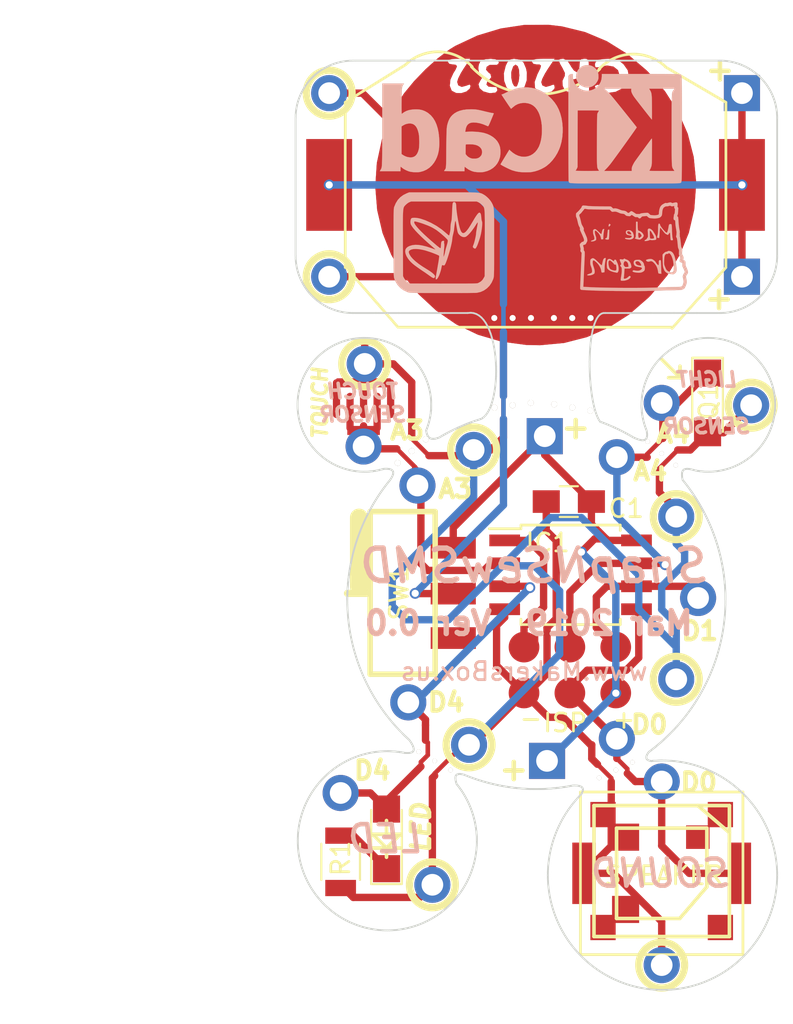
<source format=kicad_pcb>
(kicad_pcb (version 4) (host pcbnew 4.0.6)
  (layers (0 F.Cu signal) (31 B.Cu signal) (34 B.Paste user) (35 F.Paste user) (36 B.SilkS user) (37 F.SilkS user) (38 B.Mask user) (39 F.Mask user) (44 Edge.Cuts user))
  (net 0 "")
  (net 1 GND)
  (net 2 +BATT)
  (net 3 "Net-(D1-Pad1)")
  (net 4 /MISO)
  (net 5 /SCK)
  (net 6 /MOSI)
  (net 7 /RST)
  (net 8 /D3)
  (net 9 /D4)
  (net 10 "Net-(SW1-Pad3)")
  (net 11 /VCC)
  (module Piezo_test (layer F.Cu) (at 170.434 97.028)
    (fp_text reference SP1 hide)
    (fp_text value SPEAKER (at 0.127 0.127 180) (layer F.SilkS))
    (pad 3 smd rect (at 2 -2) (size 1.3 1.3) (layers F.Cu F.Paste F.Mask))
    (pad 1 smd rect (at -2 -2) (size 1.5 1.5) (layers F.Cu F.Paste F.Mask) (net 1 GND))
    (pad 2 smd rect (at -2 2) (size 1.5 1.5) (layers F.Cu F.Paste F.Mask) (net 6 /MOSI))
    (pad 3 smd rect (at 3.25 -3.25) (size 1.4 1.4) (layers F.Cu F.Paste F.Mask))
    (pad 3 smd rect (at 3.25 3) (size 1.4 1.4) (layers F.Cu F.Paste F.Mask))
    (pad 2 smd rect (at -3.25 3) (size 1.4 1.4) (layers F.Cu F.Paste F.Mask) (net 6 /MOSI))
    (pad 1 smd rect (at -4.3 0) (size 1.3 3.4) (layers F.Cu F.Paste F.Mask) (net 1 GND))
    (pad 2 smd rect (at 4.3 0) (size 1.3 3.4) (layers F.Cu F.Paste F.Mask) (net 6 /MOSI))
    (pad 1 smd rect (at -3.25 -3.25) (size 1.4 1.4) (layers F.Cu F.Paste F.Mask) (net 1 GND))
  )
  (module footprints:LED_1206 (layer F.Cu) (at 155.194 95.123 90)
    (fp_text reference D1 hide)
    (fp_text value LED)
    (pad 2 smd rect (at 1.65 0 270) (size 1.5 1.5) (layers F.Cu F.Paste F.Mask) (net 9 /D4))
    (pad 1 smd rect (at -1.65 0 270) (size 1.5 1.5) (layers F.Cu F.Paste F.Mask) (net 3 "Net-(D1-Pad1)"))
  )
  (module footprints:BATT_CR2032_SMD (layer F.Cu) (at 163.449 58.928 180)
    (fp_text reference BT1 hide)
    (fp_text value Battery hide)
    (pad 2 smd circle (at 0 0 180) (size 5 5) (layers F.Cu F.Paste F.Mask) (net 1 GND))
    (pad 1 smd rect (at -11.43 0 180) (size 2.54 5.08) (layers F.Cu F.Paste F.Mask) (net 2 +BATT))
    (pad 1 smd rect (at 11.43 0 180) (size 2.54 5.08) (layers F.Cu F.Paste F.Mask) (net 2 +BATT))
  )
  (module footprints:MOUSEBITE (layer F.Cu) (at 162.179 66.294)
    (fp_text reference REF** hide)
    (fp_text value 1pin)
    (pad 1 thru_hole circle (at -1.016 0) (size 0.3302 0.3302) (drill 0.3302) (layers *.Cu *.Mask F.SilkS))
    (pad 1 thru_hole circle (at 1.016 0) (size 0.3302 0.3302) (drill 0.3302) (layers *.Cu *.Mask F.SilkS))
    (pad 1 thru_hole circle (at 0 0) (size 0.3302 0.3302) (drill 0.3302) (layers *.Cu *.Mask F.SilkS))
  )
  (module footprints:MOUSEBITE (layer F.Cu) (at 165.481 66.294)
    (fp_text reference REF** hide)
    (fp_text value 1pin)
    (pad 1 thru_hole circle (at -1.016 0) (size 0.3302 0.3302) (drill 0.3302) (layers *.Cu *.Mask F.SilkS))
    (pad 1 thru_hole circle (at 1.016 0) (size 0.3302 0.3302) (drill 0.3302) (layers *.Cu *.Mask F.SilkS))
    (pad 1 thru_hole circle (at 0 0) (size 0.3302 0.3302) (drill 0.3302) (layers *.Cu *.Mask F.SilkS))
  )
  (module footprints:SPST_SMD (layer F.Cu) (at 158.889 81.508 270)
    (fp_text reference SW1 (at 0 3 270) (layer F.SilkS))
    (fp_text value SW_SPDT)
    (pad "" np_thru_hole circle (at 3.4 2.75 270) (size 0.9 0.9) (drill 0.9) (layers *.Cu *.Mask))
    (pad 1 smd rect (at -2.5 0 270) (size 1.2 2.5) (layers F.Cu F.Paste F.Mask) (net 11 /VCC))
    (pad 2 smd rect (at 0.04 0 270) (size 1.2 2.5) (layers F.Cu F.Paste F.Mask) (net 2 +BATT))
    (pad 3 smd rect (at 2.5 0 270) (size 1.2 2.5) (layers F.Cu F.Paste F.Mask) (net 10 "Net-(SW1-Pad3)"))
    (pad "" np_thru_hole circle (at -3.4 2.75 270) (size 0.9 0.9) (drill 0.9) (layers *.Cu *.Mask))
  )
  (module footprints:Pin_Header_Straight_2x03_Pitch2.54mm (layer F.Cu) (at 167.889 84.508 270)
    (fp_text reference CON1 hide)
    (fp_text value ISP (at 4.191 2.794 360) (layer F.SilkS))
    (fp_text user - (at 3.937 4.699 360) (layer F.SilkS))
    (fp_text user + (at 4.064 -0.381 270) (layer F.SilkS))
    (pad 1 smd circle (at 0 0 270) (size 1.7 1.7) (layers F.Cu F.Paste F.Mask) (net 4 /MISO))
    (pad 2 smd oval (at 2.54 0 270) (size 1.7 1.7) (layers F.Cu F.Paste F.Mask) (net 11 /VCC))
    (pad 3 smd oval (at 0 2.54 270) (size 1.7 1.7) (layers F.Cu F.Paste F.Mask) (net 5 /SCK))
    (pad 4 smd oval (at 2.54 2.54 270) (size 1.7 1.7) (layers F.Cu F.Paste F.Mask) (net 6 /MOSI))
    (pad 5 smd oval (at 0 5.08 270) (size 1.7 1.7) (layers F.Cu F.Paste F.Mask) (net 7 /RST))
    (pad 6 smd oval (at 2.54 5.08 270) (size 1.7 1.7) (layers F.Cu F.Paste F.Mask) (net 1 GND))
  )
  (module footprints:SOIJ-8_5.3x5.3mm_Pitch1.27mm (layer F.Cu) (at 165.389 80.508)
    (fp_text reference IC1 (at -1.27 -1.778) (layer F.SilkS))
    (fp_text value ATTINY85)
    (pad 1 smd rect (at -3.65 -1.905) (size 1.7 0.65) (layers F.Cu F.Paste F.Mask) (net 7 /RST))
    (pad 2 smd rect (at -3.65 -0.635) (size 1.7 0.65) (layers F.Cu F.Paste F.Mask) (net 8 /D3))
    (pad 3 smd rect (at -3.65 0.635) (size 1.7 0.65) (layers F.Cu F.Paste F.Mask) (net 9 /D4))
    (pad 4 smd rect (at -3.65 1.905) (size 1.7 0.65) (layers F.Cu F.Paste F.Mask) (net 1 GND))
    (pad 5 smd rect (at 3.65 1.905) (size 1.7 0.65) (layers F.Cu F.Paste F.Mask) (net 6 /MOSI))
    (pad 6 smd rect (at 3.65 0.635) (size 1.7 0.65) (layers F.Cu F.Paste F.Mask) (net 4 /MISO))
    (pad 7 smd rect (at 3.65 -0.635) (size 1.7 0.65) (layers F.Cu F.Paste F.Mask) (net 5 /SCK))
    (pad 8 smd rect (at 3.65 -1.905) (size 1.7 0.65) (layers F.Cu F.Paste F.Mask) (net 11 /VCC))
  )
  (module Pad_Pos (layer F.Cu) (at 163.957 72.8345)
    (fp_text reference P8 hide)
    (fp_text value CONN_01X01 hide)
    (pad 1 thru_hole rect (at 0 0) (size 1.99898 1.99898) (drill 1.2) (layers *.Cu F.Mask) (net 11 /VCC))
  )
  (module footprints:MOUSEBITE (layer F.Cu) (at 170.434 73.787 320)
    (fp_text reference REF** hide)
    (fp_text value 1pin)
    (pad 1 thru_hole circle (at -1.016 0 320) (size 0.254 0.254) (drill 0.254) (layers *.Cu *.Mask F.SilkS))
    (pad 1 thru_hole circle (at 1.016 0 320) (size 0.254 0.254) (drill 0.254) (layers *.Cu *.Mask F.SilkS))
    (pad 1 thru_hole circle (at 0 0 320) (size 0.254 0.254) (drill 0.254) (layers *.Cu *.Mask F.SilkS))
  )
  (module footprints:MOUSEBITE (layer F.Cu) (at 167.894 91.313 25)
    (fp_text reference REF** hide)
    (fp_text value 1pin)
    (pad 1 thru_hole circle (at -1.016 0 25) (size 0.254 0.254) (drill 0.254) (layers *.Cu *.Mask F.SilkS))
    (pad 1 thru_hole circle (at 1.016 0 25) (size 0.254 0.254) (drill 0.254) (layers *.Cu *.Mask F.SilkS))
    (pad 1 thru_hole circle (at 0 0 25) (size 0.254 0.254) (drill 0.254) (layers *.Cu *.Mask F.SilkS))
  )
  (module footprints:MOUSEBITE (layer F.Cu) (at 156.591 73.66 40)
    (fp_text reference REF** hide)
    (fp_text value 1pin)
    (pad 1 thru_hole circle (at -1.016 0 40) (size 0.3302 0.3302) (drill 0.3302) (layers *.Cu *.Mask F.SilkS))
    (pad 1 thru_hole circle (at 1.016 0 40) (size 0.3302 0.3302) (drill 0.3302) (layers *.Cu *.Mask F.SilkS))
    (pad 1 thru_hole circle (at 0 0 40) (size 0.3302 0.3302) (drill 0.3302) (layers *.Cu *.Mask F.SilkS))
  )
  (module myFootPrints:SW_SMD_TOUCH (layer F.Cu) (at 153.924 71.882)
    (fp_text reference J1 hide)
    (fp_text value JMP hide)
    (fp_line (start -0.75 -1.25) (end -0.75 0.5) (layer F.Cu) (width 0.4))
    (fp_line (start 1.5 -2) (end 1.5 -0.25) (layer F.Cu) (width 0.4))
    (fp_line (start 0.75 0.5) (end 0.75 -1.25) (layer F.Cu) (width 0.4))
    (fp_line (start 0 -2) (end 0 -0.25) (layer F.Cu) (width 0.4))
    (fp_line (start -1.5 -2) (end -1.5 -0.25) (layer F.Cu) (width 0.4))
    (pad 1 smd rect (at 0 -2) (size 3 0.5) (layers F.Cu F.Paste F.Mask) (net 1 GND))
    (pad 2 smd rect (at 0 0.635) (size 1.8 0.5) (layers F.Cu F.Paste F.Mask) (net 8 /D3))
  )
  (module Capacitors_SMD:C_0805_HandSoldering (layer F.Cu) (at 165.2905 76.454)
    (fp_text reference C1 (at 3.175 0.381) (layer F.SilkS))
    (fp_text value "0.1 uF")
    (pad 1 smd rect (at -1.25 0) (size 1.5 1.25) (layers F.Cu F.Paste F.Mask) (net 1 GND))
    (pad 2 smd rect (at 1.25 0) (size 1.5 1.25) (layers F.Cu F.Paste F.Mask) (net 11 /VCC))
  )
  (module footprints:R_1206 (layer F.Cu) (at 152.654 96.393 90)
    (fp_text reference R1 (at 0.1905 0 90) (layer F.SilkS))
    (fp_text value 330)
    (pad 1 smd rect (at -1.45 0 90) (size 0.9 1.7) (layers F.Cu F.Paste F.Mask) (net 1 GND))
    (pad 2 smd rect (at 1.45 0 90) (size 0.9 1.7) (layers F.Cu F.Paste F.Mask) (net 3 "Net-(D1-Pad1)"))
  )
  (module footprints:LED_1206 (layer F.Cu) (at 172.974 70.993 270)
    (fp_text reference Q1 (at -0.0635 -0.0635 270) (layer F.SilkS))
    (fp_text value LIGHT)
    (pad 2 smd rect (at 1.65 0 90) (size 1.5 1.5) (layers F.Cu F.Paste F.Mask) (net 1 GND))
    (pad 1 smd rect (at -1.65 0 90) (size 1.5 1.5) (layers F.Cu F.Paste F.Mask) (net 5 /SCK))
  )
  (module footprints:MOUSEBITE (layer F.Cu) (at 162.179 71.12 7.5)
    (fp_text reference REF** hide)
    (fp_text value 1pin)
    (pad 1 thru_hole circle (at -1.016 0 7.5) (size 0.3302 0.3302) (drill 0.3302) (layers *.Cu *.Mask F.SilkS))
    (pad 1 thru_hole circle (at 1.016 0 7.5) (size 0.3302 0.3302) (drill 0.3302) (layers *.Cu *.Mask F.SilkS))
    (pad 1 thru_hole circle (at 0 0 7.5) (size 0.3302 0.3302) (drill 0.3302) (layers *.Cu *.Mask F.SilkS))
  )
  (module footprints:MOUSEBITE (layer F.Cu) (at 165.481 71.247 350)
    (fp_text reference REF** hide)
    (fp_text value 1pin)
    (pad 1 thru_hole circle (at -1.016 0 350) (size 0.3302 0.3302) (drill 0.3302) (layers *.Cu *.Mask F.SilkS))
    (pad 1 thru_hole circle (at 1.016 0 350) (size 0.3302 0.3302) (drill 0.3302) (layers *.Cu *.Mask F.SilkS))
    (pad 1 thru_hole circle (at 0 0 350) (size 0.3302 0.3302) (drill 0.3302) (layers *.Cu *.Mask F.SilkS))
  )
  (module footprints:MOUSEBITE (layer F.Cu) (at 157.861 90.805 330)
    (fp_text reference REF** hide)
    (fp_text value 1pin)
    (pad 1 thru_hole circle (at -1.016 0 330) (size 0.254 0.254) (drill 0.254) (layers *.Cu *.Mask F.SilkS))
    (pad 1 thru_hole circle (at 1.016 0 330) (size 0.254 0.254) (drill 0.254) (layers *.Cu *.Mask F.SilkS))
    (pad 1 thru_hole circle (at 0 0 330) (size 0.254 0.254) (drill 0.254) (layers *.Cu *.Mask F.SilkS))
  )
  (module footprints:Pad_Pos (layer F.Cu) (at 164.084 90.805)
    (fp_text reference PP1 hide)
    (fp_text value CONN_01X01 hide)
    (pad 1 thru_hole rect (at 0 0) (size 1.99898 1.99898) (drill 1.2) (layers *.Cu F.Mask) (net 11 /VCC))
  )
  (module footprints:Pad_Pos (layer F.Cu) (at 174.879 64.008)
    (fp_text reference PB1 hide)
    (fp_text value CONN_01X01 hide)
    (pad 1 thru_hole rect (at 0 0) (size 1.99898 1.99898) (drill 1.2) (layers *.Cu F.Mask) (net 2 +BATT))
  )
  (module footprints:Pad_Pos (layer F.Cu) (at 174.879 53.848)
    (fp_text reference PB2 hide)
    (fp_text value CONN_01X01 hide)
    (pad 1 thru_hole rect (at 0 0) (size 1.99898 1.99898) (drill 1.2) (layers *.Cu F.Mask) (net 2 +BATT))
  )
  (module footprints:Pad_Ground (layer F.Cu) (at 170.434 102.108)
    (fp_text reference PS2 hide)
    (fp_text value CONN_01X01 hide)
    (pad 1 thru_hole circle (at 0 0) (size 1.99898 1.99898) (drill 1.2) (layers *.Cu F.Mask) (net 1 GND))
  )
  (module footprints:Pad_Ground (layer F.Cu) (at 157.734 97.663)
    (fp_text reference PL2 hide)
    (fp_text value CONN_01X01 hide)
    (pad 1 thru_hole circle (at 0 0) (size 1.99898 1.99898) (drill 1.2) (layers *.Cu F.Mask) (net 1 GND))
  )
  (module footprints:Pad_Ground (layer F.Cu) (at 171.24 77.29)
    (fp_text reference PG3 hide)
    (fp_text value CONN_01X01 hide)
    (pad 1 thru_hole circle (at 0 0) (size 1.99898 1.99898) (drill 1.2) (layers *.Cu F.Mask) (net 1 GND))
  )
  (module footprints:Pad_Ground (layer F.Cu) (at 175.387 71.12)
    (fp_text reference PT2 hide)
    (fp_text value CONN_01X01 hide)
    (pad 1 thru_hole circle (at 0 0) (size 1.99898 1.99898) (drill 1.2) (layers *.Cu F.Mask) (net 1 GND))
  )
  (module footprints:Pad_Ground (layer F.Cu) (at 152.019 53.848)
    (fp_text reference PB3 hide)
    (fp_text value CONN_01X01 hide)
    (pad 1 thru_hole circle (at 0 0) (size 1.99898 1.99898) (drill 1.2) (layers *.Cu F.Mask) (net 1 GND))
  )
  (module footprints:Pad_Ground (layer F.Cu) (at 160.02 73.5965)
    (fp_text reference PG1 hide)
    (fp_text value CONN_01X01 hide)
    (pad 1 thru_hole circle (at 0 0) (size 1.99898 1.99898) (drill 1.2) (layers *.Cu F.Mask) (net 1 GND))
  )
  (module footprints:Pad_Ground (layer F.Cu) (at 153.9875 68.834)
    (fp_text reference PA2 hide)
    (fp_text value CONN_01X01 hide)
    (pad 1 thru_hole circle (at 0 0) (size 1.99898 1.99898) (drill 1.2) (layers *.Cu F.Mask) (net 1 GND))
  )
  (module footprints:Pad_Ground (layer F.Cu) (at 171.24 86.29)
    (fp_text reference PG2 hide)
    (fp_text value CONN_01X01 hide)
    (pad 1 thru_hole circle (at 0 0) (size 1.99898 1.99898) (drill 1.2) (layers *.Cu F.Mask) (net 1 GND))
  )
  (module footprints:Pad_Ground (layer F.Cu) (at 159.766 89.916)
    (fp_text reference P4 hide)
    (fp_text value CONN_01X01 hide)
    (pad 1 thru_hole circle (at 0 0) (size 1.99898 1.99898) (drill 1.2) (layers *.Cu F.Mask) (net 1 GND))
  )
  (module footprints:Pad_Ground (layer F.Cu) (at 152.019 64.008)
    (fp_text reference PB4 hide)
    (fp_text value CONN_01X01 hide)
    (pad 1 thru_hole circle (at 0 0) (size 1.99898 1.99898) (drill 1.2) (layers *.Cu F.Mask) (net 1 GND))
  )
  (module footprints:Pad_sew (layer F.Cu) (at 153.924 73.406)
    (fp_text reference PA1 hide)
    (fp_text value CONN_01X01 hide)
    (pad 1 thru_hole circle (at 0 0) (size 1.99898 1.99898) (drill 1.2) (layers *.Cu F.Mask) (net 8 /D3))
  )
  (module footprints:Pad_sew (layer F.Cu) (at 170.434 70.993)
    (fp_text reference PT1 hide)
    (fp_text value CONN_01X01 hide)
    (pad 1 thru_hole circle (at 0 0) (size 1.99898 1.99898) (drill 1.2) (layers *.Cu F.Mask) (net 5 /SCK))
  )
  (module footprints:Pad_sew (layer F.Cu) (at 170.434 91.948)
    (fp_text reference PS1 hide)
    (fp_text value CONN_01X01 hide)
    (pad 1 thru_hole circle (at 0 0) (size 1.99898 1.99898) (drill 1.2) (layers *.Cu F.Mask) (net 6 /MOSI))
  )
  (module footprints:Pad_sew (layer F.Cu) (at 172.45 81.79)
    (fp_text reference P6 hide)
    (fp_text value CONN_01X01 hide)
    (pad 1 thru_hole circle (at 0 0) (size 1.99898 1.99898) (drill 1.2) (layers *.Cu F.Mask) (net 4 /MISO))
  )
  (module footprints:Pad_sew (layer F.Cu) (at 167.95 89.58)
    (fp_text reference P5 hide)
    (fp_text value CONN_01X01 hide)
    (pad 1 thru_hole circle (at 0 0) (size 1.99898 1.99898) (drill 1.2) (layers *.Cu F.Mask) (net 6 /MOSI))
  )
  (module footprints:Pad_sew (layer F.Cu) (at 156.4005 87.5665)
    (fp_text reference P3 hide)
    (fp_text value CONN_01X01 hide)
    (pad 1 thru_hole circle (at 0 0) (size 1.99898 1.99898) (drill 1.2) (layers *.Cu F.Mask) (net 9 /D4))
  )
  (module footprints:Pad_sew (layer F.Cu) (at 156.9085 75.565)
    (fp_text reference P2 hide)
    (fp_text value CONN_01X01 hide)
    (pad 1 thru_hole circle (at 0 0) (size 1.99898 1.99898) (drill 1.2) (layers *.Cu F.Mask) (net 8 /D3))
  )
  (module footprints:Pad_sew (layer F.Cu) (at 167.95 74)
    (fp_text reference P7 hide)
    (fp_text value CONN_01X01 hide)
    (pad 1 thru_hole circle (at 0 0) (size 1.99898 1.99898) (drill 1.2) (layers *.Cu F.Mask) (net 5 /SCK))
  )
  (module footprints:Pad_sew (layer F.Cu) (at 152.654 92.583)
    (fp_text reference PL1 hide)
    (fp_text value CONN_01X01 hide)
    (pad 1 thru_hole circle (at 0 0) (size 1.99898 1.99898) (drill 1.2) (layers *.Cu F.Mask) (net 9 /D4))
  )
  (module footprints:CR2032 (layer F.Cu) (at 163.449 58.928 180)
    (fp_text reference G*** hide)
    (fp_text value LOGO hide)
    (fp_poly (pts (xy 0.529166 -8.85382) (xy 1.902863 -8.668668) (xy 3.189751 -8.290481) (xy 4.389287 -7.719517) (xy 5.500925 -6.956031) (xy 6.475379 -6.052302) (xy 7.325326 -5.003216) (xy 7.992626 -3.863128) (xy 8.474981 -2.651835) (xy 8.770094 -1.389133) (xy 8.875666 -0.094819) (xy 8.789403 1.21131) (xy 8.509005 2.509456) (xy 8.032176 3.779824) (xy 7.693492 4.445) (xy 7.280236 5.06961) (xy 6.729544 5.738337) (xy 6.092852 6.399745) (xy 5.421595 7.002396) (xy 4.76721 7.494857) (xy 4.445 7.693492) (xy 3.216806 8.266893) (xy 1.926009 8.656477) (xy 0.604921 8.856352) (xy -0.714143 8.860622) (xy -1.46432 8.771353) (xy -2.748351 8.456619) (xy -3.949489 7.951323) (xy -5.075532 7.25134) (xy -6.134279 6.352546) (xy -6.244167 6.244166) (xy -6.475204 5.978728) (xy -5.175279 5.978728) (xy -5.107571 6.345006) (xy -4.876475 6.675641) (xy -4.614935 6.886051) (xy -4.32907 6.973364) (xy -4.091381 6.985) (xy -3.761701 6.971203) (xy -3.504265 6.936604) (xy -3.44824 6.92076) (xy -3.308629 6.773847) (xy -3.280834 6.649045) (xy -3.316879 6.504657) (xy -3.463358 6.506603) (xy -3.518959 6.524675) (xy -3.958635 6.609239) (xy -4.317933 6.546262) (xy -4.562129 6.35105) (xy -4.656499 6.038904) (xy -4.656667 6.023264) (xy -4.570976 5.729661) (xy -4.316968 5.560607) (xy -3.899244 5.518577) (xy -3.741587 5.531232) (xy -3.41795 5.542901) (xy -3.285239 5.481924) (xy -3.280834 5.458583) (xy -3.376041 5.242161) (xy -3.642846 5.111708) (xy -3.942256 5.08) (xy -2.963334 5.08) (xy -2.963334 6.0325) (xy -2.961227 6.483396) (xy -2.947364 6.763358) (xy -2.91043 6.913117) (xy -2.839111 6.973405) (xy -2.722092 6.984953) (xy -2.69875 6.985) (xy -2.519824 6.957324) (xy -2.446574 6.832785) (xy -2.434167 6.614583) (xy -2.400378 6.341818) (xy -2.291588 6.245154) (xy -2.273705 6.244166) (xy -2.128686 6.331673) (xy -1.970651 6.548573) (xy -1.936603 6.614583) (xy -1.757234 6.887506) (xy -1.548427 6.983668) (xy -1.514982 6.985) (xy -1.063957 6.985) (xy -0.426146 6.985) (xy -0.056506 6.972903) (xy 0.14235 6.93) (xy 0.210271 6.846373) (xy 0.211666 6.82625) (xy 0.119665 6.698571) (xy -0.052917 6.6675) (xy -0.229629 6.659108) (xy -0.297803 6.603873) (xy -0.261116 6.456703) (xy -0.142639 6.212476) (xy 0.477678 6.212476) (xy 0.525814 6.448392) (xy 0.66459 6.776342) (xy 0.872447 6.93924) (xy 1.196025 6.983379) (xy 1.411645 6.945626) (xy 1.559933 6.792837) (xy 1.581063 6.749003) (xy 2.027688 6.749003) (xy 2.06375 6.879166) (xy 2.214553 6.955707) (xy 2.480732 6.982151) (xy 2.772488 6.96043) (xy 3.000026 6.892475) (xy 3.048 6.858) (xy 3.145794 6.660098) (xy 3.175 6.455833) (xy 3.128797 6.197741) (xy 3.048 6.053666) (xy 2.975493 5.909649) (xy 3.048 5.799666) (xy 3.164186 5.573416) (xy 3.13732 5.475306) (xy 3.598333 5.475306) (xy 3.638892 5.562149) (xy 3.792566 5.512406) (xy 3.818269 5.498907) (xy 4.088777 5.426417) (xy 4.278294 5.511678) (xy 4.339166 5.701043) (xy 4.282309 5.894964) (xy 4.134966 6.188075) (xy 3.975906 6.445198) (xy 3.612647 6.985) (xy 4.24049 6.985) (xy 4.606846 6.97256) (xy 4.802523 6.928518) (xy 4.867413 6.842786) (xy 4.868333 6.82625) (xy 4.776332 6.698571) (xy 4.60375 6.6675) (xy 4.40812 6.64607) (xy 4.355891 6.556556) (xy 4.44286 6.361119) (xy 4.550833 6.19125) (xy 4.717492 5.829442) (xy 4.752629 5.484523) (xy 4.650518 5.223068) (xy 4.635499 5.206999) (xy 4.399589 5.086128) (xy 4.107433 5.078958) (xy 3.830691 5.166954) (xy 3.64102 5.331577) (xy 3.598333 5.475306) (xy 3.13732 5.475306) (xy 3.103544 5.351965) (xy 2.897911 5.175618) (xy 2.579125 5.084681) (xy 2.479523 5.08) (xy 2.224608 5.106651) (xy 2.124817 5.205403) (xy 2.116666 5.27699) (xy 2.166606 5.419176) (xy 2.349542 5.429298) (xy 2.368844 5.425774) (xy 2.60296 5.439404) (xy 2.717374 5.551861) (xy 2.674298 5.70913) (xy 2.609085 5.769181) (xy 2.449488 5.961509) (xy 2.49754 6.141002) (xy 2.609267 6.225806) (xy 2.738823 6.376379) (xy 2.706165 6.535463) (xy 2.547586 6.638091) (xy 2.377407 6.640862) (xy 2.132137 6.643492) (xy 2.027688 6.749003) (xy 1.581063 6.749003) (xy 1.656188 6.59316) (xy 1.76144 6.166758) (xy 1.740146 5.754071) (xy 1.609668 5.403309) (xy 1.387367 5.162685) (xy 1.11125 5.08) (xy 0.824949 5.174719) (xy 0.610264 5.426957) (xy 0.48768 5.788835) (xy 0.477678 6.212476) (xy -0.142639 6.212476) (xy -0.123248 6.172506) (xy -0.097435 6.121869) (xy 0.052257 5.70575) (xy 0.038469 5.38306) (xy -0.135298 5.17451) (xy -0.266196 5.123055) (xy -0.61414 5.091501) (xy -0.892669 5.166099) (xy -1.045177 5.326829) (xy -1.058334 5.403239) (xy -1.031735 5.549179) (xy -0.91293 5.536367) (xy -0.838397 5.498907) (xy -0.570438 5.426829) (xy -0.379485 5.50678) (xy -0.3175 5.686632) (xy -0.374158 5.871061) (xy -0.521387 6.158521) (xy -0.690729 6.430787) (xy -1.063957 6.985) (xy -1.514982 6.985) (xy -1.336362 6.964922) (xy -1.285966 6.878521) (xy -1.361827 6.686545) (xy -1.4891 6.468162) (xy -1.624568 6.18825) (xy -1.613142 6.019805) (xy -1.594538 5.997203) (xy -1.48965 5.769405) (xy -1.498973 5.486214) (xy -1.610833 5.250286) (xy -1.686376 5.189556) (xy -1.910482 5.125032) (xy -2.246813 5.085665) (xy -2.42721 5.08) (xy -2.963334 5.08) (xy -3.942256 5.08) (xy -4.436955 5.152881) (xy -4.820403 5.349244) (xy -5.073034 5.635667) (xy -5.175279 5.978728) (xy -6.475204 5.978728) (xy -7.167243 5.183646) (xy -7.894615 4.04542) (xy -8.424655 2.833331) (xy -8.755735 1.551224) (xy -8.886228 0.202944) (xy -8.888402 0) (xy -8.787446 -1.357657) (xy -8.485663 -2.649703) (xy -7.984683 -3.872294) (xy -7.286131 -5.021587) (xy -6.391638 -6.093737) (xy -6.244167 -6.244167) (xy -5.184393 -7.16806) (xy -4.052135 -7.893562) (xy -2.849561 -8.419839) (xy -1.578839 -8.746055) (xy -0.242137 -8.871374) (xy 0.529166 -8.85382)) (layer F.Cu) (width 0.01))
    (fp_poly (pts (xy -2.072406 5.461739) (xy -1.944793 5.57438) (xy -1.905203 5.723596) (xy -1.971712 5.816965) (xy -2.002178 5.820833) (xy -2.17954 5.855743) (xy -2.266761 5.885072) (xy -2.392527 5.881477) (xy -2.433633 5.712048) (xy -2.434167 5.673406) (xy -2.399641 5.457224) (xy -2.267177 5.405672) (xy -2.072406 5.461739)) (layer F.Cu) (width 0.01))
    (fp_poly (pts (xy 1.182838 5.467806) (xy 1.278343 5.643354) (xy 1.338216 5.908497) (xy 1.343637 6.202206) (xy 1.331418 6.288984) (xy 1.235698 6.56246) (xy 1.108309 6.657847) (xy 0.986364 6.567225) (xy 0.921591 6.376458) (xy 0.898484 6.057888) (xy 0.934589 5.738679) (xy 1.016466 5.503088) (xy 1.070519 5.442884) (xy 1.182838 5.467806)) (layer F.Cu) (width 0.01))
  )
  (module footprints:MadeInOregonRev25 (layer F.Cu) (at 168.783 62.357)
    (fp_text reference VAL hide)
    (fp_text value MadeInOregonRev25 hide)
  )
  (module footprints:MB225rev (layer F.Cu) (at 158.369 62.103)
    (fp_text reference VAL hide)
    (fp_text value MB225rev hide)
  )
  (module footprints:KiCad-Logo2_8mm_SilkScreen (layer B.Cu) (at 163.195 56.261 180)
    (fp_text reference REF*** hide)
    (fp_text value KiCad-Logo2_8mm_SilkScreen hide)
  )
  (gr_line (start 171.45 69.596) (end 170.815 69.596) (angle 90) (layer F.SilkS) (width 0.2))
  (gr_line (start 171.45 69.596) (end 171.45 68.961) (angle 90) (layer F.SilkS) (width 0.2))
  (gr_line (start 171.45 69.596) (end 170.434 68.58) (angle 90) (layer F.SilkS) (width 0.2))
  (gr_text "LIGHT\n\nSENSOR" (at 172.974 70.993) (layer B.SilkS) (effects (font (size 0.8 0.8) (thickness 0.2) italic) (justify mirror)))
  (gr_text SOUND (at 170.434 97.028) (layer B.SilkS) (effects (font (size 1.5 1.5) (thickness 0.25) italic) (justify mirror)))
  (gr_text "TOUCH\nSENSOR" (at 153.924 70.993) (layer B.SilkS) (effects (font (size 0.8 0.8) (thickness 0.2) italic) (justify mirror)))
  (gr_text LED (at 155.194 95.123) (layer B.SilkS) (effects (font (size 1.5 1.5) (thickness 0.25) italic) (justify mirror)))
  (gr_text LED (at 157.099 94.488 90) (layer F.SilkS) (effects (font (size 1 1) (thickness 0.25) italic)))
  (gr_text TOUCH (at 151.511 70.993 90) (layer F.SilkS) (effects (font (size 0.8 0.8) (thickness 0.2) italic)))
  (gr_text www.MakersBox.us (at 162.814 85.852) (layer B.SilkS) (effects (font (size 1 1)) (justify mirror)))
  (gr_text "Mar 2019  Ver 0.0" (at 163.068 83.185) (layer B.SilkS) (effects (font (size 1.27 1.27) (thickness 0.3)) (justify mirror)))
  (gr_text SnapNSewSMD (at 163.449 80.01) (layer B.SilkS) (effects (font (size 1.8 1.8) (thickness 0.3) italic) (justify mirror)))
  (gr_line (start 153.543 77.47) (end 153.797 77.47) (angle 90) (layer F.SilkS) (width 0.4))
  (gr_line (start 153.67 81.153) (end 153.67 77.343) (angle 90) (layer F.SilkS) (width 1))
  (gr_line (start 153.035 81.534) (end 154.051 81.534) (angle 90) (layer F.SilkS) (width 0.4))
  (gr_line (start 150.157554 62.843145) (end 150.157554 55.223145) (layer Edge.Cuts) (width 0.1))
  (gr_line (start 176.827528 62.925208) (end 176.82857 62.843831) (layer Edge.Cuts) (width 0.1))
  (gr_line (start 176.824413 63.006335) (end 176.827528 62.925208) (layer Edge.Cuts) (width 0.1))
  (gr_line (start 176.819238 63.087174) (end 176.824413 63.006335) (layer Edge.Cuts) (width 0.1))
  (gr_line (start 176.81202 63.167691) (end 176.819238 63.087174) (layer Edge.Cuts) (width 0.1))
  (gr_line (start 176.802772 63.24785) (end 176.81202 63.167691) (layer Edge.Cuts) (width 0.1))
  (gr_line (start 176.791509 63.327614) (end 176.802772 63.24785) (layer Edge.Cuts) (width 0.1))
  (gr_line (start 176.778247 63.406948) (end 176.791509 63.327614) (layer Edge.Cuts) (width 0.1))
  (gr_line (start 176.763001 63.485816) (end 176.778247 63.406948) (layer Edge.Cuts) (width 0.1))
  (gr_line (start 176.745784 63.564183) (end 176.763001 63.485816) (layer Edge.Cuts) (width 0.1))
  (gr_line (start 176.726612 63.642012) (end 176.745784 63.564183) (layer Edge.Cuts) (width 0.1))
  (gr_line (start 176.7055 63.719268) (end 176.726612 63.642012) (layer Edge.Cuts) (width 0.1))
  (gr_line (start 176.682462 63.795915) (end 176.7055 63.719268) (layer Edge.Cuts) (width 0.1))
  (gr_line (start 176.657513 63.871918) (end 176.682462 63.795915) (layer Edge.Cuts) (width 0.1))
  (gr_line (start 176.630669 63.94724) (end 176.657513 63.871918) (layer Edge.Cuts) (width 0.1))
  (gr_line (start 176.601943 64.021845) (end 176.630669 63.94724) (layer Edge.Cuts) (width 0.1))
  (gr_line (start 176.571352 64.095699) (end 176.601943 64.021845) (layer Edge.Cuts) (width 0.1))
  (gr_line (start 176.538909 64.168765) (end 176.571352 64.095699) (layer Edge.Cuts) (width 0.1))
  (gr_line (start 176.504629 64.241007) (end 176.538909 64.168765) (layer Edge.Cuts) (width 0.1))
  (gr_line (start 176.468528 64.312389) (end 176.504629 64.241007) (layer Edge.Cuts) (width 0.1))
  (gr_line (start 176.430619 64.382877) (end 176.468528 64.312389) (layer Edge.Cuts) (width 0.1))
  (gr_line (start 176.390919 64.452433) (end 176.430619 64.382877) (layer Edge.Cuts) (width 0.1))
  (gr_line (start 176.349441 64.521023) (end 176.390919 64.452433) (layer Edge.Cuts) (width 0.1))
  (gr_line (start 176.3062 64.58861) (end 176.349441 64.521023) (layer Edge.Cuts) (width 0.1))
  (gr_line (start 176.261212 64.655159) (end 176.3062 64.58861) (layer Edge.Cuts) (width 0.1))
  (gr_line (start 176.214492 64.720634) (end 176.261212 64.655159) (layer Edge.Cuts) (width 0.1))
  (gr_line (start 176.166053 64.784999) (end 176.214492 64.720634) (layer Edge.Cuts) (width 0.1))
  (gr_line (start 176.115911 64.848218) (end 176.166053 64.784999) (layer Edge.Cuts) (width 0.1))
  (gr_line (start 176.06408 64.910256) (end 176.115911 64.848218) (layer Edge.Cuts) (width 0.1))
  (gr_line (start 176.010576 64.971076) (end 176.06408 64.910256) (layer Edge.Cuts) (width 0.1))
  (gr_line (start 175.955414 65.030643) (end 176.010576 64.971076) (layer Edge.Cuts) (width 0.1))
  (gr_line (start 175.898607 65.088922) (end 175.955414 65.030643) (layer Edge.Cuts) (width 0.1))
  (gr_line (start 175.840327 65.145727) (end 175.898607 65.088922) (layer Edge.Cuts) (width 0.1))
  (gr_line (start 175.780758 65.200889) (end 175.840327 65.145727) (layer Edge.Cuts) (width 0.1))
  (gr_line (start 175.719936 65.254391) (end 175.780758 65.200889) (layer Edge.Cuts) (width 0.1))
  (gr_line (start 175.657897 65.30622) (end 175.719936 65.254391) (layer Edge.Cuts) (width 0.1))
  (gr_line (start 175.594677 65.356361) (end 175.657897 65.30622) (layer Edge.Cuts) (width 0.1))
  (gr_line (start 175.530311 65.404798) (end 175.594677 65.356361) (layer Edge.Cuts) (width 0.1))
  (gr_line (start 175.464835 65.451517) (end 175.530311 65.404798) (layer Edge.Cuts) (width 0.1))
  (gr_line (start 175.398285 65.496503) (end 175.464835 65.451517) (layer Edge.Cuts) (width 0.1))
  (gr_line (start 175.330697 65.539742) (end 175.398285 65.496503) (layer Edge.Cuts) (width 0.1))
  (gr_line (start 175.262106 65.581218) (end 175.330697 65.539742) (layer Edge.Cuts) (width 0.1))
  (gr_line (start 175.192549 65.620917) (end 175.262106 65.581218) (layer Edge.Cuts) (width 0.1))
  (gr_line (start 175.122061 65.658824) (end 175.192549 65.620917) (layer Edge.Cuts) (width 0.1))
  (gr_line (start 175.050677 65.694924) (end 175.122061 65.658824) (layer Edge.Cuts) (width 0.1))
  (gr_line (start 174.978434 65.729202) (end 175.050677 65.694924) (layer Edge.Cuts) (width 0.1))
  (gr_line (start 174.905368 65.761643) (end 174.978434 65.729202) (layer Edge.Cuts) (width 0.1))
  (gr_line (start 174.831513 65.792233) (end 174.905368 65.761643) (layer Edge.Cuts) (width 0.1))
  (gr_line (start 174.756907 65.820956) (end 174.831513 65.792233) (layer Edge.Cuts) (width 0.1))
  (gr_line (start 174.681584 65.847799) (end 174.756907 65.820956) (layer Edge.Cuts) (width 0.1))
  (gr_line (start 174.605581 65.872746) (end 174.681584 65.847799) (layer Edge.Cuts) (width 0.1))
  (gr_line (start 174.528934 65.895782) (end 174.605581 65.872746) (layer Edge.Cuts) (width 0.1))
  (gr_line (start 174.451677 65.916892) (end 174.528934 65.895782) (layer Edge.Cuts) (width 0.1))
  (gr_line (start 174.373847 65.936062) (end 174.451677 65.916892) (layer Edge.Cuts) (width 0.1))
  (gr_line (start 174.29548 65.953277) (end 174.373847 65.936062) (layer Edge.Cuts) (width 0.1))
  (gr_line (start 174.216612 65.968522) (end 174.29548 65.953277) (layer Edge.Cuts) (width 0.1))
  (gr_line (start 174.137277 65.981782) (end 174.216612 65.968522) (layer Edge.Cuts) (width 0.1))
  (gr_line (start 174.057513 65.993042) (end 174.137277 65.981782) (layer Edge.Cuts) (width 0.1))
  (gr_line (start 173.977355 66.002288) (end 174.057513 65.993042) (layer Edge.Cuts) (width 0.1))
  (gr_line (start 173.896838 66.009505) (end 173.977355 66.002288) (layer Edge.Cuts) (width 0.1))
  (gr_line (start 173.815998 66.014677) (end 173.896838 66.009505) (layer Edge.Cuts) (width 0.1))
  (gr_line (start 173.734872 66.017791) (end 173.815998 66.014677) (layer Edge.Cuts) (width 0.1))
  (gr_line (start 173.653494 66.018831) (end 173.734872 66.017791) (layer Edge.Cuts) (width 0.1))
  (gr_line (start 154.602554 66.018145) (end 153.332554 66.018145) (layer Edge.Cuts) (width 0.1))
  (gr_line (start 155.872554 66.018145) (end 154.602554 66.018145) (layer Edge.Cuts) (width 0.1))
  (gr_line (start 157.142554 66.018145) (end 155.872554 66.018145) (layer Edge.Cuts) (width 0.1))
  (gr_line (start 158.412554 66.018145) (end 157.142554 66.018145) (layer Edge.Cuts) (width 0.1))
  (gr_line (start 159.682554 66.018145) (end 158.412554 66.018145) (layer Edge.Cuts) (width 0.1))
  (gr_line (start 168.572554 66.018145) (end 167.302554 66.018145) (layer Edge.Cuts) (width 0.1))
  (gr_line (start 169.842554 66.018145) (end 168.572554 66.018145) (layer Edge.Cuts) (width 0.1))
  (gr_line (start 171.112554 66.018145) (end 169.842554 66.018145) (layer Edge.Cuts) (width 0.1))
  (gr_line (start 172.382554 66.018145) (end 171.112554 66.018145) (layer Edge.Cuts) (width 0.1))
  (gr_line (start 173.652554 66.018145) (end 172.382554 66.018145) (layer Edge.Cuts) (width 0.1))
  (gr_line (start 159.856689 66.003005) (end 159.682554 66.018145) (layer Edge.Cuts) (width 0.1))
  (gr_line (start 160.020447 66.022328) (end 159.856689 66.003005) (layer Edge.Cuts) (width 0.1))
  (gr_line (start 160.17387 66.073955) (end 160.020447 66.022328) (layer Edge.Cuts) (width 0.1))
  (gr_line (start 160.317001 66.155729) (end 160.17387 66.073955) (layer Edge.Cuts) (width 0.1))
  (gr_line (start 160.449884 66.265492) (end 160.317001 66.155729) (layer Edge.Cuts) (width 0.1))
  (gr_line (start 160.572561 66.401086) (end 160.449884 66.265492) (layer Edge.Cuts) (width 0.1))
  (gr_line (start 160.685074 66.560352) (end 160.572561 66.401086) (layer Edge.Cuts) (width 0.1))
  (gr_line (start 160.787467 66.741134) (end 160.685074 66.560352) (layer Edge.Cuts) (width 0.1))
  (gr_line (start 160.879782 66.941272) (end 160.787467 66.741134) (layer Edge.Cuts) (width 0.1))
  (gr_line (start 160.962062 67.158609) (end 160.879782 66.941272) (layer Edge.Cuts) (width 0.1))
  (gr_line (start 161.03435 67.390987) (end 160.962062 67.158609) (layer Edge.Cuts) (width 0.1))
  (gr_line (start 161.096689 67.636248) (end 161.03435 67.390987) (layer Edge.Cuts) (width 0.1))
  (gr_line (start 161.149121 67.892234) (end 161.096689 67.636248) (layer Edge.Cuts) (width 0.1))
  (gr_line (start 161.19169 68.156787) (end 161.149121 67.892234) (layer Edge.Cuts) (width 0.1))
  (gr_line (start 161.224437 68.42775) (end 161.19169 68.156787) (layer Edge.Cuts) (width 0.1))
  (gr_line (start 161.247407 68.702963) (end 161.224437 68.42775) (layer Edge.Cuts) (width 0.1))
  (gr_line (start 161.260641 68.98027) (end 161.247407 68.702963) (layer Edge.Cuts) (width 0.1))
  (gr_line (start 161.264182 69.257512) (end 161.260641 68.98027) (layer Edge.Cuts) (width 0.1))
  (gr_line (start 161.258074 69.532531) (end 161.264182 69.257512) (layer Edge.Cuts) (width 0.1))
  (gr_line (start 161.242358 69.80317) (end 161.258074 69.532531) (layer Edge.Cuts) (width 0.1))
  (gr_line (start 161.217079 70.06727) (end 161.242358 69.80317) (layer Edge.Cuts) (width 0.1))
  (gr_line (start 161.182278 70.322673) (end 161.217079 70.06727) (layer Edge.Cuts) (width 0.1))
  (gr_line (start 161.137998 70.567222) (end 161.182278 70.322673) (layer Edge.Cuts) (width 0.1))
  (gr_line (start 161.084283 70.798758) (end 161.137998 70.567222) (layer Edge.Cuts) (width 0.1))
  (gr_line (start 161.021174 71.015124) (end 161.084283 70.798758) (layer Edge.Cuts) (width 0.1))
  (gr_line (start 160.948715 71.214161) (end 161.021174 71.015124) (layer Edge.Cuts) (width 0.1))
  (gr_line (start 160.866949 71.393712) (end 160.948715 71.214161) (layer Edge.Cuts) (width 0.1))
  (gr_line (start 160.775918 71.551618) (end 160.866949 71.393712) (layer Edge.Cuts) (width 0.1))
  (gr_line (start 160.675665 71.685722) (end 160.775918 71.551618) (layer Edge.Cuts) (width 0.1))
  (gr_line (start 160.566233 71.793866) (end 160.675665 71.685722) (layer Edge.Cuts) (width 0.1))
  (gr_line (start 160.447665 71.873892) (end 160.566233 71.793866) (layer Edge.Cuts) (width 0.1))
  (gr_line (start 160.416111 71.883539) (end 160.447665 71.873892) (layer Edge.Cuts) (width 0.1))
  (gr_line (start 160.38459 71.893284) (end 160.416111 71.883539) (layer Edge.Cuts) (width 0.1))
  (gr_line (start 160.353102 71.903128) (end 160.38459 71.893284) (layer Edge.Cuts) (width 0.1))
  (gr_line (start 160.321647 71.913071) (end 160.353102 71.903128) (layer Edge.Cuts) (width 0.1))
  (gr_line (start 160.290225 71.923112) (end 160.321647 71.913071) (layer Edge.Cuts) (width 0.1))
  (gr_line (start 160.258837 71.933251) (end 160.290225 71.923112) (layer Edge.Cuts) (width 0.1))
  (gr_line (start 160.227483 71.943489) (end 160.258837 71.933251) (layer Edge.Cuts) (width 0.1))
  (gr_line (start 160.196164 71.953824) (end 160.227483 71.943489) (layer Edge.Cuts) (width 0.1))
  (gr_line (start 160.164878 71.964258) (end 160.196164 71.953824) (layer Edge.Cuts) (width 0.1))
  (gr_line (start 160.133628 71.974789) (end 160.164878 71.964258) (layer Edge.Cuts) (width 0.1))
  (gr_line (start 160.102412 71.985418) (end 160.133628 71.974789) (layer Edge.Cuts) (width 0.1))
  (gr_line (start 160.071231 71.996145) (end 160.102412 71.985418) (layer Edge.Cuts) (width 0.1))
  (gr_line (start 160.040085 72.00697) (end 160.071231 71.996145) (layer Edge.Cuts) (width 0.1))
  (gr_line (start 160.008975 72.017892) (end 160.040085 72.00697) (layer Edge.Cuts) (width 0.1))
  (gr_line (start 159.977901 72.028911) (end 160.008975 72.017892) (layer Edge.Cuts) (width 0.1))
  (gr_line (start 159.946863 72.040028) (end 159.977901 72.028911) (layer Edge.Cuts) (width 0.1))
  (gr_line (start 159.915861 72.051242) (end 159.946863 72.040028) (layer Edge.Cuts) (width 0.1))
  (gr_line (start 159.884895 72.062553) (end 159.915861 72.051242) (layer Edge.Cuts) (width 0.1))
  (gr_line (start 159.853966 72.073961) (end 159.884895 72.062553) (layer Edge.Cuts) (width 0.1))
  (gr_line (start 159.823074 72.085466) (end 159.853966 72.073961) (layer Edge.Cuts) (width 0.1))
  (gr_line (start 159.792219 72.097068) (end 159.823074 72.085466) (layer Edge.Cuts) (width 0.1))
  (gr_line (start 159.761402 72.108767) (end 159.792219 72.097068) (layer Edge.Cuts) (width 0.1))
  (gr_line (start 159.730622 72.120562) (end 159.761402 72.108767) (layer Edge.Cuts) (width 0.1))
  (gr_line (start 159.69988 72.132454) (end 159.730622 72.120562) (layer Edge.Cuts) (width 0.1))
  (gr_line (start 159.669176 72.144443) (end 159.69988 72.132454) (layer Edge.Cuts) (width 0.1))
  (gr_line (start 159.638511 72.156528) (end 159.669176 72.144443) (layer Edge.Cuts) (width 0.1))
  (gr_line (start 159.607883 72.168709) (end 159.638511 72.156528) (layer Edge.Cuts) (width 0.1))
  (gr_line (start 159.577295 72.180986) (end 159.607883 72.168709) (layer Edge.Cuts) (width 0.1))
  (gr_line (start 159.546746 72.193359) (end 159.577295 72.180986) (layer Edge.Cuts) (width 0.1))
  (gr_line (start 159.516236 72.205829) (end 159.546746 72.193359) (layer Edge.Cuts) (width 0.1))
  (gr_line (start 159.485765 72.218394) (end 159.516236 72.205829) (layer Edge.Cuts) (width 0.1))
  (gr_line (start 159.455334 72.231055) (end 159.485765 72.218394) (layer Edge.Cuts) (width 0.1))
  (gr_line (start 159.424943 72.243812) (end 159.455334 72.231055) (layer Edge.Cuts) (width 0.1))
  (gr_line (start 159.394592 72.256664) (end 159.424943 72.243812) (layer Edge.Cuts) (width 0.1))
  (gr_line (start 159.364281 72.269612) (end 159.394592 72.256664) (layer Edge.Cuts) (width 0.1))
  (gr_line (start 159.334011 72.282655) (end 159.364281 72.269612) (layer Edge.Cuts) (width 0.1))
  (gr_line (start 159.303782 72.295794) (end 159.334011 72.282655) (layer Edge.Cuts) (width 0.1))
  (gr_line (start 159.273594 72.309028) (end 159.303782 72.295794) (layer Edge.Cuts) (width 0.1))
  (gr_line (start 159.243448 72.322357) (end 159.273594 72.309028) (layer Edge.Cuts) (width 0.1))
  (gr_line (start 159.213342 72.335781) (end 159.243448 72.322357) (layer Edge.Cuts) (width 0.1))
  (gr_line (start 159.183279 72.3493) (end 159.213342 72.335781) (layer Edge.Cuts) (width 0.1))
  (gr_line (start 159.153257 72.362914) (end 159.183279 72.3493) (layer Edge.Cuts) (width 0.1))
  (gr_line (start 159.123278 72.376622) (end 159.153257 72.362914) (layer Edge.Cuts) (width 0.1))
  (gr_line (start 159.093341 72.390425) (end 159.123278 72.376622) (layer Edge.Cuts) (width 0.1))
  (gr_line (start 159.063447 72.404323) (end 159.093341 72.390425) (layer Edge.Cuts) (width 0.1))
  (gr_line (start 159.033596 72.418315) (end 159.063447 72.404323) (layer Edge.Cuts) (width 0.1))
  (gr_line (start 159.003788 72.432402) (end 159.033596 72.418315) (layer Edge.Cuts) (width 0.1))
  (gr_line (start 158.974023 72.446583) (end 159.003788 72.432402) (layer Edge.Cuts) (width 0.1))
  (gr_line (start 158.944302 72.460858) (end 158.974023 72.446583) (layer Edge.Cuts) (width 0.1))
  (gr_line (start 158.914625 72.475227) (end 158.944302 72.460858) (layer Edge.Cuts) (width 0.1))
  (gr_line (start 158.884992 72.48969) (end 158.914625 72.475227) (layer Edge.Cuts) (width 0.1))
  (gr_line (start 158.855403 72.504247) (end 158.884992 72.48969) (layer Edge.Cuts) (width 0.1))
  (gr_line (start 158.825858 72.518898) (end 158.855403 72.504247) (layer Edge.Cuts) (width 0.1))
  (gr_line (start 158.796359 72.533642) (end 158.825858 72.518898) (layer Edge.Cuts) (width 0.1))
  (gr_line (start 158.766904 72.54848) (end 158.796359 72.533642) (layer Edge.Cuts) (width 0.1))
  (gr_line (start 158.737494 72.563412) (end 158.766904 72.54848) (layer Edge.Cuts) (width 0.1))
  (gr_line (start 158.70813 72.578437) (end 158.737494 72.563412) (layer Edge.Cuts) (width 0.1))
  (gr_line (start 158.678812 72.593555) (end 158.70813 72.578437) (layer Edge.Cuts) (width 0.1))
  (gr_line (start 158.64954 72.608767) (end 158.678812 72.593555) (layer Edge.Cuts) (width 0.1))
  (gr_line (start 158.620313 72.624072) (end 158.64954 72.608767) (layer Edge.Cuts) (width 0.1))
  (gr_line (start 158.591133 72.639469) (end 158.620313 72.624072) (layer Edge.Cuts) (width 0.1))
  (gr_line (start 158.562 72.65496) (end 158.591133 72.639469) (layer Edge.Cuts) (width 0.1))
  (gr_line (start 158.547451 72.66274) (end 158.562 72.65496) (layer Edge.Cuts) (width 0.1))
  (gr_line (start 158.532913 72.670543) (end 158.547451 72.66274) (layer Edge.Cuts) (width 0.1))
  (gr_line (start 158.518388 72.67837) (end 158.532913 72.670543) (layer Edge.Cuts) (width 0.1))
  (gr_line (start 158.503874 72.686219) (end 158.518388 72.67837) (layer Edge.Cuts) (width 0.1))
  (gr_line (start 158.489372 72.694092) (end 158.503874 72.686219) (layer Edge.Cuts) (width 0.1))
  (gr_line (start 158.474882 72.701988) (end 158.489372 72.694092) (layer Edge.Cuts) (width 0.1))
  (gr_line (start 158.460403 72.709907) (end 158.474882 72.701988) (layer Edge.Cuts) (width 0.1))
  (gr_line (start 158.445937 72.71785) (end 158.460403 72.709907) (layer Edge.Cuts) (width 0.1))
  (gr_line (start 158.431482 72.725815) (end 158.445937 72.71785) (layer Edge.Cuts) (width 0.1))
  (gr_line (start 158.41704 72.733803) (end 158.431482 72.725815) (layer Edge.Cuts) (width 0.1))
  (gr_line (start 158.402609 72.741815) (end 158.41704 72.733803) (layer Edge.Cuts) (width 0.1))
  (gr_line (start 158.388191 72.74985) (end 158.402609 72.741815) (layer Edge.Cuts) (width 0.1))
  (gr_line (start 158.373784 72.757907) (end 158.388191 72.74985) (layer Edge.Cuts) (width 0.1))
  (gr_line (start 158.35939 72.765988) (end 158.373784 72.757907) (layer Edge.Cuts) (width 0.1))
  (gr_line (start 158.345008 72.774092) (end 158.35939 72.765988) (layer Edge.Cuts) (width 0.1))
  (gr_line (start 158.330638 72.782219) (end 158.345008 72.774092) (layer Edge.Cuts) (width 0.1))
  (gr_line (start 158.31628 72.790369) (end 158.330638 72.782219) (layer Edge.Cuts) (width 0.1))
  (gr_line (start 158.301934 72.798542) (end 158.31628 72.790369) (layer Edge.Cuts) (width 0.1))
  (gr_line (start 158.287601 72.806737) (end 158.301934 72.798542) (layer Edge.Cuts) (width 0.1))
  (gr_line (start 158.273279 72.814956) (end 158.287601 72.806737) (layer Edge.Cuts) (width 0.1))
  (gr_line (start 158.25897 72.823198) (end 158.273279 72.814956) (layer Edge.Cuts) (width 0.1))
  (gr_line (start 158.244674 72.831463) (end 158.25897 72.823198) (layer Edge.Cuts) (width 0.1))
  (gr_line (start 158.230389 72.839751) (end 158.244674 72.831463) (layer Edge.Cuts) (width 0.1))
  (gr_line (start 158.216118 72.848061) (end 158.230389 72.839751) (layer Edge.Cuts) (width 0.1))
  (gr_line (start 158.201858 72.856395) (end 158.216118 72.848061) (layer Edge.Cuts) (width 0.1))
  (gr_line (start 158.187611 72.864751) (end 158.201858 72.856395) (layer Edge.Cuts) (width 0.1))
  (gr_line (start 158.173376 72.873131) (end 158.187611 72.864751) (layer Edge.Cuts) (width 0.1))
  (gr_line (start 158.159154 72.881533) (end 158.173376 72.873131) (layer Edge.Cuts) (width 0.1))
  (gr_line (start 158.144945 72.889958) (end 158.159154 72.881533) (layer Edge.Cuts) (width 0.1))
  (gr_line (start 158.130747 72.898406) (end 158.144945 72.889958) (layer Edge.Cuts) (width 0.1))
  (gr_line (start 158.116563 72.906877) (end 158.130747 72.898406) (layer Edge.Cuts) (width 0.1))
  (gr_line (start 158.082605 72.919457) (end 158.116563 72.906877) (layer Edge.Cuts) (width 0.1))
  (gr_line (start 158.048991 72.93121) (end 158.082605 72.919457) (layer Edge.Cuts) (width 0.1))
  (gr_line (start 158.015758 72.942048) (end 158.048991 72.93121) (layer Edge.Cuts) (width 0.1))
  (gr_line (start 157.982943 72.951883) (end 158.015758 72.942048) (layer Edge.Cuts) (width 0.1))
  (gr_line (start 157.950583 72.960628) (end 157.982943 72.951883) (layer Edge.Cuts) (width 0.1))
  (gr_line (start 157.918715 72.968192) (end 157.950583 72.960628) (layer Edge.Cuts) (width 0.1))
  (gr_line (start 157.887374 72.974489) (end 157.918715 72.968192) (layer Edge.Cuts) (width 0.1))
  (gr_line (start 157.856599 72.97943) (end 157.887374 72.974489) (layer Edge.Cuts) (width 0.1))
  (gr_line (start 157.826426 72.982926) (end 157.856599 72.97943) (layer Edge.Cuts) (width 0.1))
  (gr_line (start 157.796891 72.98489) (end 157.826426 72.982926) (layer Edge.Cuts) (width 0.1))
  (gr_line (start 157.768031 72.985233) (end 157.796891 72.98489) (layer Edge.Cuts) (width 0.1))
  (gr_line (start 157.739884 72.983867) (end 157.768031 72.985233) (layer Edge.Cuts) (width 0.1))
  (gr_line (start 157.712485 72.980703) (end 157.739884 72.983867) (layer Edge.Cuts) (width 0.1))
  (gr_line (start 157.685872 72.975654) (end 157.712485 72.980703) (layer Edge.Cuts) (width 0.1))
  (gr_line (start 157.660082 72.96863) (end 157.685872 72.975654) (layer Edge.Cuts) (width 0.1))
  (gr_line (start 157.635151 72.959545) (end 157.660082 72.96863) (layer Edge.Cuts) (width 0.1))
  (gr_line (start 157.611116 72.948309) (end 157.635151 72.959545) (layer Edge.Cuts) (width 0.1))
  (gr_line (start 157.588014 72.934834) (end 157.611116 72.948309) (layer Edge.Cuts) (width 0.1))
  (gr_line (start 157.565881 72.919033) (end 157.588014 72.934834) (layer Edge.Cuts) (width 0.1))
  (gr_line (start 157.544755 72.900816) (end 157.565881 72.919033) (layer Edge.Cuts) (width 0.1))
  (gr_line (start 157.524672 72.880095) (end 157.544755 72.900816) (layer Edge.Cuts) (width 0.1))
  (gr_line (start 157.505669 72.856783) (end 157.524672 72.880095) (layer Edge.Cuts) (width 0.1))
  (gr_line (start 157.487782 72.83079) (end 157.505669 72.856783) (layer Edge.Cuts) (width 0.1))
  (gr_line (start 157.471049 72.80203) (end 157.487782 72.83079) (layer Edge.Cuts) (width 0.1))
  (gr_line (start 157.455506 72.770412) (end 157.471049 72.80203) (layer Edge.Cuts) (width 0.1))
  (gr_line (start 157.441191 72.73585) (end 157.455506 72.770412) (layer Edge.Cuts) (width 0.1))
  (gr_line (start 157.428139 72.698255) (end 157.441191 72.73585) (layer Edge.Cuts) (width 0.1))
  (gr_line (start 157.416388 72.657538) (end 157.428139 72.698255) (layer Edge.Cuts) (width 0.1))
  (gr_line (start 157.405974 72.613611) (end 157.416388 72.657538) (layer Edge.Cuts) (width 0.1))
  (gr_line (start 157.396934 72.566387) (end 157.405974 72.613611) (layer Edge.Cuts) (width 0.1))
  (gr_line (start 157.389305 72.515776) (end 157.396934 72.566387) (layer Edge.Cuts) (width 0.1))
  (gr_line (start 157.398156 72.494216) (end 157.389305 72.515776) (layer Edge.Cuts) (width 0.1))
  (gr_line (start 157.406871 72.472601) (end 157.398156 72.494216) (layer Edge.Cuts) (width 0.1))
  (gr_line (start 157.415451 72.45093) (end 157.406871 72.472601) (layer Edge.Cuts) (width 0.1))
  (gr_line (start 157.423894 72.429206) (end 157.415451 72.45093) (layer Edge.Cuts) (width 0.1))
  (gr_line (start 157.4322 72.407428) (end 157.423894 72.429206) (layer Edge.Cuts) (width 0.1))
  (gr_line (start 157.44037 72.385597) (end 157.4322 72.407428) (layer Edge.Cuts) (width 0.1))
  (gr_line (start 157.448403 72.363714) (end 157.44037 72.385597) (layer Edge.Cuts) (width 0.1))
  (gr_line (start 157.456298 72.34178) (end 157.448403 72.363714) (layer Edge.Cuts) (width 0.1))
  (gr_line (start 157.464055 72.319795) (end 157.456298 72.34178) (layer Edge.Cuts) (width 0.1))
  (gr_line (start 157.471675 72.297759) (end 157.464055 72.319795) (layer Edge.Cuts) (width 0.1))
  (gr_line (start 157.479156 72.275674) (end 157.471675 72.297759) (layer Edge.Cuts) (width 0.1))
  (gr_line (start 157.486499 72.253539) (end 157.479156 72.275674) (layer Edge.Cuts) (width 0.1))
  (gr_line (start 157.493703 72.231357) (end 157.486499 72.253539) (layer Edge.Cuts) (width 0.1))
  (gr_line (start 157.500769 72.209127) (end 157.493703 72.231357) (layer Edge.Cuts) (width 0.1))
  (gr_line (start 157.507695 72.18685) (end 157.500769 72.209127) (layer Edge.Cuts) (width 0.1))
  (gr_line (start 157.514481 72.164526) (end 157.507695 72.18685) (layer Edge.Cuts) (width 0.1))
  (gr_line (start 157.521128 72.142157) (end 157.514481 72.164526) (layer Edge.Cuts) (width 0.1))
  (gr_line (start 157.527634 72.119743) (end 157.521128 72.142157) (layer Edge.Cuts) (width 0.1))
  (gr_line (start 157.534001 72.097284) (end 157.527634 72.119743) (layer Edge.Cuts) (width 0.1))
  (gr_line (start 157.540226 72.074782) (end 157.534001 72.097284) (layer Edge.Cuts) (width 0.1))
  (gr_line (start 157.546311 72.052236) (end 157.540226 72.074782) (layer Edge.Cuts) (width 0.1))
  (gr_line (start 157.552254 72.029648) (end 157.546311 72.052236) (layer Edge.Cuts) (width 0.1))
  (gr_line (start 157.558057 72.007019) (end 157.552254 72.029648) (layer Edge.Cuts) (width 0.1))
  (gr_line (start 157.563717 71.984348) (end 157.558057 72.007019) (layer Edge.Cuts) (width 0.1))
  (gr_line (start 157.569236 71.961637) (end 157.563717 71.984348) (layer Edge.Cuts) (width 0.1))
  (gr_line (start 157.574612 71.938886) (end 157.569236 71.961637) (layer Edge.Cuts) (width 0.1))
  (gr_line (start 157.579846 71.916095) (end 157.574612 71.938886) (layer Edge.Cuts) (width 0.1))
  (gr_line (start 157.584936 71.893267) (end 157.579846 71.916095) (layer Edge.Cuts) (width 0.1))
  (gr_line (start 157.589884 71.8704) (end 157.584936 71.893267) (layer Edge.Cuts) (width 0.1))
  (gr_line (start 157.594689 71.847496) (end 157.589884 71.8704) (layer Edge.Cuts) (width 0.1))
  (gr_line (start 157.59935 71.824556) (end 157.594689 71.847496) (layer Edge.Cuts) (width 0.1))
  (gr_line (start 157.603867 71.80158) (end 157.59935 71.824556) (layer Edge.Cuts) (width 0.1))
  (gr_line (start 157.60824 71.778568) (end 157.603867 71.80158) (layer Edge.Cuts) (width 0.1))
  (gr_line (start 157.612469 71.755522) (end 157.60824 71.778568) (layer Edge.Cuts) (width 0.1))
  (gr_line (start 157.616553 71.732442) (end 157.612469 71.755522) (layer Edge.Cuts) (width 0.1))
  (gr_line (start 157.620492 71.709329) (end 157.616553 71.732442) (layer Edge.Cuts) (width 0.1))
  (gr_line (start 157.624286 71.686183) (end 157.620492 71.709329) (layer Edge.Cuts) (width 0.1))
  (gr_line (start 157.627935 71.663005) (end 157.624286 71.686183) (layer Edge.Cuts) (width 0.1))
  (gr_line (start 157.631437 71.639795) (end 157.627935 71.663005) (layer Edge.Cuts) (width 0.1))
  (gr_line (start 157.634794 71.616555) (end 157.631437 71.639795) (layer Edge.Cuts) (width 0.1))
  (gr_line (start 157.638004 71.593285) (end 157.634794 71.616555) (layer Edge.Cuts) (width 0.1))
  (gr_line (start 157.641068 71.569986) (end 157.638004 71.593285) (layer Edge.Cuts) (width 0.1))
  (gr_line (start 157.643985 71.546658) (end 157.641068 71.569986) (layer Edge.Cuts) (width 0.1))
  (gr_line (start 157.646755 71.523301) (end 157.643985 71.546658) (layer Edge.Cuts) (width 0.1))
  (gr_line (start 157.649378 71.499918) (end 157.646755 71.523301) (layer Edge.Cuts) (width 0.1))
  (gr_line (start 157.651853 71.476507) (end 157.649378 71.499918) (layer Edge.Cuts) (width 0.1))
  (gr_line (start 157.65418 71.45307) (end 157.651853 71.476507) (layer Edge.Cuts) (width 0.1))
  (gr_line (start 157.656359 71.429608) (end 157.65418 71.45307) (layer Edge.Cuts) (width 0.1))
  (gr_line (start 157.658389 71.406122) (end 157.656359 71.429608) (layer Edge.Cuts) (width 0.1))
  (gr_line (start 157.660271 71.38261) (end 157.658389 71.406122) (layer Edge.Cuts) (width 0.1))
  (gr_line (start 157.662003 71.359076) (end 157.660271 71.38261) (layer Edge.Cuts) (width 0.1))
  (gr_line (start 157.663587 71.335518) (end 157.662003 71.359076) (layer Edge.Cuts) (width 0.1))
  (gr_line (start 157.665021 71.311939) (end 157.663587 71.335518) (layer Edge.Cuts) (width 0.1))
  (gr_line (start 157.666305 71.288338) (end 157.665021 71.311939) (layer Edge.Cuts) (width 0.1))
  (gr_line (start 157.667439 71.264715) (end 157.666305 71.288338) (layer Edge.Cuts) (width 0.1))
  (gr_line (start 157.668423 71.241073) (end 157.667439 71.264715) (layer Edge.Cuts) (width 0.1))
  (gr_line (start 157.669256 71.217411) (end 157.668423 71.241073) (layer Edge.Cuts) (width 0.1))
  (gr_line (start 157.669938 71.19373) (end 157.669256 71.217411) (layer Edge.Cuts) (width 0.1))
  (gr_line (start 157.670469 71.170031) (end 157.669938 71.19373) (layer Edge.Cuts) (width 0.1))
  (gr_line (start 157.670849 71.146314) (end 157.670469 71.170031) (layer Edge.Cuts) (width 0.1))
  (gr_line (start 157.671077 71.12258) (end 157.670849 71.146314) (layer Edge.Cuts) (width 0.1))
  (gr_line (start 157.671153 71.09883) (end 157.671077 71.12258) (layer Edge.Cuts) (width 0.1))
  (gr_line (start 157.669938 71.00393) (end 157.671153 71.09883) (layer Edge.Cuts) (width 0.1))
  (gr_line (start 157.666305 70.909322) (end 157.669938 71.00393) (layer Edge.Cuts) (width 0.1))
  (gr_line (start 157.660271 70.815049) (end 157.666305 70.909322) (layer Edge.Cuts) (width 0.1))
  (gr_line (start 157.651853 70.721152) (end 157.660271 70.815049) (layer Edge.Cuts) (width 0.1))
  (gr_line (start 157.641068 70.627674) (end 157.651853 70.721152) (layer Edge.Cuts) (width 0.1))
  (gr_line (start 157.627935 70.534655) (end 157.641068 70.627674) (layer Edge.Cuts) (width 0.1))
  (gr_line (start 157.612469 70.442137) (end 157.627935 70.534655) (layer Edge.Cuts) (width 0.1))
  (gr_line (start 157.594689 70.350163) (end 157.612469 70.442137) (layer Edge.Cuts) (width 0.1))
  (gr_line (start 157.574612 70.258774) (end 157.594689 70.350163) (layer Edge.Cuts) (width 0.1))
  (gr_line (start 157.552254 70.168011) (end 157.574612 70.258774) (layer Edge.Cuts) (width 0.1))
  (gr_line (start 157.527634 70.077917) (end 157.552254 70.168011) (layer Edge.Cuts) (width 0.1))
  (gr_line (start 157.500768 69.988533) (end 157.527634 70.077917) (layer Edge.Cuts) (width 0.1))
  (gr_line (start 157.471675 69.899901) (end 157.500768 69.988533) (layer Edge.Cuts) (width 0.1))
  (gr_line (start 157.44037 69.812062) (end 157.471675 69.899901) (layer Edge.Cuts) (width 0.1))
  (gr_line (start 157.406871 69.725058) (end 157.44037 69.812062) (layer Edge.Cuts) (width 0.1))
  (gr_line (start 157.371197 69.638932) (end 157.406871 69.725058) (layer Edge.Cuts) (width 0.1))
  (gr_line (start 157.333363 69.553724) (end 157.371197 69.638932) (layer Edge.Cuts) (width 0.1))
  (gr_line (start 157.293387 69.469477) (end 157.333363 69.553724) (layer Edge.Cuts) (width 0.1))
  (gr_line (start 157.251287 69.386232) (end 157.293387 69.469477) (layer Edge.Cuts) (width 0.1))
  (gr_line (start 157.20708 69.304031) (end 157.251287 69.386232) (layer Edge.Cuts) (width 0.1))
  (gr_line (start 157.160783 69.222916) (end 157.20708 69.304031) (layer Edge.Cuts) (width 0.1))
  (gr_line (start 157.112413 69.142928) (end 157.160783 69.222916) (layer Edge.Cuts) (width 0.1))
  (gr_line (start 157.061988 69.064109) (end 157.112413 69.142928) (layer Edge.Cuts) (width 0.1))
  (gr_line (start 157.009525 68.986501) (end 157.061988 69.064109) (layer Edge.Cuts) (width 0.1))
  (gr_line (start 156.955041 68.910146) (end 157.009525 68.986501) (layer Edge.Cuts) (width 0.1))
  (gr_line (start 156.898554 68.835085) (end 156.955041 68.910146) (layer Edge.Cuts) (width 0.1))
  (gr_line (start 156.84008 68.76136) (end 156.898554 68.835085) (layer Edge.Cuts) (width 0.1))
  (gr_line (start 156.779637 68.689012) (end 156.84008 68.76136) (layer Edge.Cuts) (width 0.1))
  (gr_line (start 156.717243 68.618084) (end 156.779637 68.689012) (layer Edge.Cuts) (width 0.1))
  (gr_line (start 156.652915 68.548618) (end 156.717243 68.618084) (layer Edge.Cuts) (width 0.1))
  (gr_line (start 156.586669 68.480654) (end 156.652915 68.548618) (layer Edge.Cuts) (width 0.1))
  (gr_line (start 156.518705 68.414408) (end 156.586669 68.480654) (layer Edge.Cuts) (width 0.1))
  (gr_line (start 156.449239 68.35008) (end 156.518705 68.414408) (layer Edge.Cuts) (width 0.1))
  (gr_line (start 156.378311 68.287686) (end 156.449239 68.35008) (layer Edge.Cuts) (width 0.1))
  (gr_line (start 156.305963 68.227243) (end 156.378311 68.287686) (layer Edge.Cuts) (width 0.1))
  (gr_line (start 156.232238 68.168769) (end 156.305963 68.227243) (layer Edge.Cuts) (width 0.1))
  (gr_line (start 156.157177 68.112282) (end 156.232238 68.168769) (layer Edge.Cuts) (width 0.1))
  (gr_line (start 156.080822 68.057798) (end 156.157177 68.112282) (layer Edge.Cuts) (width 0.1))
  (gr_line (start 156.003214 68.005335) (end 156.080822 68.057798) (layer Edge.Cuts) (width 0.1))
  (gr_line (start 155.924395 67.95491) (end 156.003214 68.005335) (layer Edge.Cuts) (width 0.1))
  (gr_line (start 155.844407 67.90654) (end 155.924395 67.95491) (layer Edge.Cuts) (width 0.1))
  (gr_line (start 155.763292 67.860243) (end 155.844407 67.90654) (layer Edge.Cuts) (width 0.1))
  (gr_line (start 155.681091 67.816036) (end 155.763292 67.860243) (layer Edge.Cuts) (width 0.1))
  (gr_line (start 155.597846 67.773936) (end 155.681091 67.816036) (layer Edge.Cuts) (width 0.1))
  (gr_line (start 155.513599 67.73396) (end 155.597846 67.773936) (layer Edge.Cuts) (width 0.1))
  (gr_line (start 155.428391 67.696126) (end 155.513599 67.73396) (layer Edge.Cuts) (width 0.1))
  (gr_line (start 155.342265 67.660452) (end 155.428391 67.696126) (layer Edge.Cuts) (width 0.1))
  (gr_line (start 155.255261 67.626953) (end 155.342265 67.660452) (layer Edge.Cuts) (width 0.1))
  (gr_line (start 155.167423 67.595648) (end 155.255261 67.626953) (layer Edge.Cuts) (width 0.1))
  (gr_line (start 155.07879 67.566555) (end 155.167423 67.595648) (layer Edge.Cuts) (width 0.1))
  (gr_line (start 154.989406 67.539689) (end 155.07879 67.566555) (layer Edge.Cuts) (width 0.1))
  (gr_line (start 154.899312 67.515069) (end 154.989406 67.539689) (layer Edge.Cuts) (width 0.1))
  (gr_line (start 154.80855 67.492711) (end 154.899312 67.515069) (layer Edge.Cuts) (width 0.1))
  (gr_line (start 154.71716 67.472634) (end 154.80855 67.492711) (layer Edge.Cuts) (width 0.1))
  (gr_line (start 154.625186 67.454854) (end 154.71716 67.472634) (layer Edge.Cuts) (width 0.1))
  (gr_line (start 154.532669 67.439388) (end 154.625186 67.454854) (layer Edge.Cuts) (width 0.1))
  (gr_line (start 154.43965 67.426255) (end 154.532669 67.439388) (layer Edge.Cuts) (width 0.1))
  (gr_line (start 154.346171 67.41547) (end 154.43965 67.426255) (layer Edge.Cuts) (width 0.1))
  (gr_line (start 154.252275 67.407052) (end 154.346171 67.41547) (layer Edge.Cuts) (width 0.1))
  (gr_line (start 154.158002 67.401018) (end 154.252275 67.407052) (layer Edge.Cuts) (width 0.1))
  (gr_line (start 154.063394 67.397385) (end 154.158002 67.401018) (layer Edge.Cuts) (width 0.1))
  (gr_line (start 153.968494 67.39617) (end 154.063394 67.397385) (layer Edge.Cuts) (width 0.1))
  (gr_line (start 153.873594 67.397385) (end 153.968494 67.39617) (layer Edge.Cuts) (width 0.1))
  (gr_line (start 153.778986 67.401018) (end 153.873594 67.397385) (layer Edge.Cuts) (width 0.1))
  (gr_line (start 153.684713 67.407052) (end 153.778986 67.401018) (layer Edge.Cuts) (width 0.1))
  (gr_line (start 153.590816 67.41547) (end 153.684713 67.407052) (layer Edge.Cuts) (width 0.1))
  (gr_line (start 153.497338 67.426255) (end 153.590816 67.41547) (layer Edge.Cuts) (width 0.1))
  (gr_line (start 153.404319 67.439388) (end 153.497338 67.426255) (layer Edge.Cuts) (width 0.1))
  (gr_line (start 153.311801 67.454854) (end 153.404319 67.439388) (layer Edge.Cuts) (width 0.1))
  (gr_line (start 153.219827 67.472634) (end 153.311801 67.454854) (layer Edge.Cuts) (width 0.1))
  (gr_line (start 153.128438 67.492711) (end 153.219827 67.472634) (layer Edge.Cuts) (width 0.1))
  (gr_line (start 153.037675 67.515069) (end 153.128438 67.492711) (layer Edge.Cuts) (width 0.1))
  (gr_line (start 152.947581 67.539689) (end 153.037675 67.515069) (layer Edge.Cuts) (width 0.1))
  (gr_line (start 152.858197 67.566555) (end 152.947581 67.539689) (layer Edge.Cuts) (width 0.1))
  (gr_line (start 152.769565 67.595648) (end 152.858197 67.566555) (layer Edge.Cuts) (width 0.1))
  (gr_line (start 152.681726 67.626953) (end 152.769565 67.595648) (layer Edge.Cuts) (width 0.1))
  (gr_line (start 152.594722 67.660452) (end 152.681726 67.626953) (layer Edge.Cuts) (width 0.1))
  (gr_line (start 152.508596 67.696126) (end 152.594722 67.660452) (layer Edge.Cuts) (width 0.1))
  (gr_line (start 152.423388 67.73396) (end 152.508596 67.696126) (layer Edge.Cuts) (width 0.1))
  (gr_line (start 152.339141 67.773936) (end 152.423388 67.73396) (layer Edge.Cuts) (width 0.1))
  (gr_line (start 152.255896 67.816036) (end 152.339141 67.773936) (layer Edge.Cuts) (width 0.1))
  (gr_line (start 152.173695 67.860243) (end 152.255896 67.816036) (layer Edge.Cuts) (width 0.1))
  (gr_line (start 152.09258 67.90654) (end 152.173695 67.860243) (layer Edge.Cuts) (width 0.1))
  (gr_line (start 152.012592 67.95491) (end 152.09258 67.90654) (layer Edge.Cuts) (width 0.1))
  (gr_line (start 151.933773 68.005335) (end 152.012592 67.95491) (layer Edge.Cuts) (width 0.1))
  (gr_line (start 151.856165 68.057798) (end 151.933773 68.005335) (layer Edge.Cuts) (width 0.1))
  (gr_line (start 151.77981 68.112282) (end 151.856165 68.057798) (layer Edge.Cuts) (width 0.1))
  (gr_line (start 151.704749 68.168769) (end 151.77981 68.112282) (layer Edge.Cuts) (width 0.1))
  (gr_line (start 151.631024 68.227243) (end 151.704749 68.168769) (layer Edge.Cuts) (width 0.1))
  (gr_line (start 151.558676 68.287686) (end 151.631024 68.227243) (layer Edge.Cuts) (width 0.1))
  (gr_line (start 151.487748 68.35008) (end 151.558676 68.287686) (layer Edge.Cuts) (width 0.1))
  (gr_line (start 151.418282 68.414408) (end 151.487748 68.35008) (layer Edge.Cuts) (width 0.1))
  (gr_line (start 151.350318 68.480654) (end 151.418282 68.414408) (layer Edge.Cuts) (width 0.1))
  (gr_line (start 151.284072 68.548618) (end 151.350318 68.480654) (layer Edge.Cuts) (width 0.1))
  (gr_line (start 151.219744 68.618084) (end 151.284072 68.548618) (layer Edge.Cuts) (width 0.1))
  (gr_line (start 151.15735 68.689012) (end 151.219744 68.618084) (layer Edge.Cuts) (width 0.1))
  (gr_line (start 151.096907 68.76136) (end 151.15735 68.689012) (layer Edge.Cuts) (width 0.1))
  (gr_line (start 151.038433 68.835085) (end 151.096907 68.76136) (layer Edge.Cuts) (width 0.1))
  (gr_line (start 150.981946 68.910146) (end 151.038433 68.835085) (layer Edge.Cuts) (width 0.1))
  (gr_line (start 150.927462 68.986501) (end 150.981946 68.910146) (layer Edge.Cuts) (width 0.1))
  (gr_line (start 150.874999 69.064109) (end 150.927462 68.986501) (layer Edge.Cuts) (width 0.1))
  (gr_line (start 150.824574 69.142928) (end 150.874999 69.064109) (layer Edge.Cuts) (width 0.1))
  (gr_line (start 150.776204 69.222916) (end 150.824574 69.142928) (layer Edge.Cuts) (width 0.1))
  (gr_line (start 150.729907 69.304031) (end 150.776204 69.222916) (layer Edge.Cuts) (width 0.1))
  (gr_line (start 150.6857 69.386232) (end 150.729907 69.304031) (layer Edge.Cuts) (width 0.1))
  (gr_line (start 150.6436 69.469477) (end 150.6857 69.386232) (layer Edge.Cuts) (width 0.1))
  (gr_line (start 150.603624 69.553724) (end 150.6436 69.469477) (layer Edge.Cuts) (width 0.1))
  (gr_line (start 150.56579 69.638932) (end 150.603624 69.553724) (layer Edge.Cuts) (width 0.1))
  (gr_line (start 150.530116 69.725058) (end 150.56579 69.638932) (layer Edge.Cuts) (width 0.1))
  (gr_line (start 150.496617 69.812062) (end 150.530116 69.725058) (layer Edge.Cuts) (width 0.1))
  (gr_line (start 150.465312 69.899901) (end 150.496617 69.812062) (layer Edge.Cuts) (width 0.1))
  (gr_line (start 150.436219 69.988533) (end 150.465312 69.899901) (layer Edge.Cuts) (width 0.1))
  (gr_line (start 150.409353 70.077917) (end 150.436219 69.988533) (layer Edge.Cuts) (width 0.1))
  (gr_line (start 150.384733 70.168011) (end 150.409353 70.077917) (layer Edge.Cuts) (width 0.1))
  (gr_line (start 150.362375 70.258774) (end 150.384733 70.168011) (layer Edge.Cuts) (width 0.1))
  (gr_line (start 150.342298 70.350163) (end 150.362375 70.258774) (layer Edge.Cuts) (width 0.1))
  (gr_line (start 150.324518 70.442137) (end 150.342298 70.350163) (layer Edge.Cuts) (width 0.1))
  (gr_line (start 150.309052 70.534655) (end 150.324518 70.442137) (layer Edge.Cuts) (width 0.1))
  (gr_line (start 150.295919 70.627674) (end 150.309052 70.534655) (layer Edge.Cuts) (width 0.1))
  (gr_line (start 150.285134 70.721152) (end 150.295919 70.627674) (layer Edge.Cuts) (width 0.1))
  (gr_line (start 150.276716 70.815049) (end 150.285134 70.721152) (layer Edge.Cuts) (width 0.1))
  (gr_line (start 150.270682 70.909322) (end 150.276716 70.815049) (layer Edge.Cuts) (width 0.1))
  (gr_line (start 150.267049 71.00393) (end 150.270682 70.909322) (layer Edge.Cuts) (width 0.1))
  (gr_line (start 150.265834 71.09883) (end 150.267049 71.00393) (layer Edge.Cuts) (width 0.1))
  (gr_line (start 150.267049 71.19373) (end 150.265834 71.09883) (layer Edge.Cuts) (width 0.1))
  (gr_line (start 150.270682 71.288338) (end 150.267049 71.19373) (layer Edge.Cuts) (width 0.1))
  (gr_line (start 150.276716 71.382611) (end 150.270682 71.288338) (layer Edge.Cuts) (width 0.1))
  (gr_line (start 150.285134 71.476507) (end 150.276716 71.382611) (layer Edge.Cuts) (width 0.1))
  (gr_line (start 150.295919 71.569986) (end 150.285134 71.476507) (layer Edge.Cuts) (width 0.1))
  (gr_line (start 150.309052 71.663005) (end 150.295919 71.569986) (layer Edge.Cuts) (width 0.1))
  (gr_line (start 150.324518 71.755522) (end 150.309052 71.663005) (layer Edge.Cuts) (width 0.1))
  (gr_line (start 150.342298 71.847496) (end 150.324518 71.755522) (layer Edge.Cuts) (width 0.1))
  (gr_line (start 150.362375 71.938886) (end 150.342298 71.847496) (layer Edge.Cuts) (width 0.1))
  (gr_line (start 150.384733 72.029648) (end 150.362375 71.938886) (layer Edge.Cuts) (width 0.1))
  (gr_line (start 150.409353 72.119742) (end 150.384733 72.029648) (layer Edge.Cuts) (width 0.1))
  (gr_line (start 150.436219 72.209126) (end 150.409353 72.119742) (layer Edge.Cuts) (width 0.1))
  (gr_line (start 150.465312 72.297759) (end 150.436219 72.209126) (layer Edge.Cuts) (width 0.1))
  (gr_line (start 150.496617 72.385597) (end 150.465312 72.297759) (layer Edge.Cuts) (width 0.1))
  (gr_line (start 150.530115 72.472601) (end 150.496617 72.385597) (layer Edge.Cuts) (width 0.1))
  (gr_line (start 150.56579 72.558727) (end 150.530115 72.472601) (layer Edge.Cuts) (width 0.1))
  (gr_line (start 150.603624 72.643935) (end 150.56579 72.558727) (layer Edge.Cuts) (width 0.1))
  (gr_line (start 150.643599 72.728182) (end 150.603624 72.643935) (layer Edge.Cuts) (width 0.1))
  (gr_line (start 150.685699 72.811427) (end 150.643599 72.728182) (layer Edge.Cuts) (width 0.1))
  (gr_line (start 150.729907 72.893628) (end 150.685699 72.811427) (layer Edge.Cuts) (width 0.1))
  (gr_line (start 150.776204 72.974743) (end 150.729907 72.893628) (layer Edge.Cuts) (width 0.1))
  (gr_line (start 150.824573 73.054731) (end 150.776204 72.974743) (layer Edge.Cuts) (width 0.1))
  (gr_line (start 150.874998 73.13355) (end 150.824573 73.054731) (layer Edge.Cuts) (width 0.1))
  (gr_line (start 150.927461 73.211158) (end 150.874998 73.13355) (layer Edge.Cuts) (width 0.1))
  (gr_line (start 150.981945 73.287514) (end 150.927461 73.211158) (layer Edge.Cuts) (width 0.1))
  (gr_line (start 151.038433 73.362575) (end 150.981945 73.287514) (layer Edge.Cuts) (width 0.1))
  (gr_line (start 151.096906 73.4363) (end 151.038433 73.362575) (layer Edge.Cuts) (width 0.1))
  (gr_line (start 151.157349 73.508647) (end 151.096906 73.4363) (layer Edge.Cuts) (width 0.1))
  (gr_line (start 151.219743 73.579575) (end 151.157349 73.508647) (layer Edge.Cuts) (width 0.1))
  (gr_line (start 151.284071 73.649042) (end 151.219743 73.579575) (layer Edge.Cuts) (width 0.1))
  (gr_line (start 151.350317 73.717006) (end 151.284071 73.649042) (layer Edge.Cuts) (width 0.1))
  (gr_line (start 151.418281 73.783252) (end 151.350317 73.717006) (layer Edge.Cuts) (width 0.1))
  (gr_line (start 151.487748 73.84758) (end 151.418281 73.783252) (layer Edge.Cuts) (width 0.1))
  (gr_line (start 151.558676 73.909974) (end 151.487748 73.84758) (layer Edge.Cuts) (width 0.1))
  (gr_line (start 151.631023 73.970417) (end 151.558676 73.909974) (layer Edge.Cuts) (width 0.1))
  (gr_line (start 151.704748 74.028891) (end 151.631023 73.970417) (layer Edge.Cuts) (width 0.1))
  (gr_line (start 151.779809 74.085378) (end 151.704748 74.028891) (layer Edge.Cuts) (width 0.1))
  (gr_line (start 151.856165 74.139862) (end 151.779809 74.085378) (layer Edge.Cuts) (width 0.1))
  (gr_line (start 151.933773 74.192325) (end 151.856165 74.139862) (layer Edge.Cuts) (width 0.1))
  (gr_line (start 152.012592 74.24275) (end 151.933773 74.192325) (layer Edge.Cuts) (width 0.1))
  (gr_line (start 152.09258 74.29112) (end 152.012592 74.24275) (layer Edge.Cuts) (width 0.1))
  (gr_line (start 152.173695 74.337417) (end 152.09258 74.29112) (layer Edge.Cuts) (width 0.1))
  (gr_line (start 152.255896 74.381624) (end 152.173695 74.337417) (layer Edge.Cuts) (width 0.1))
  (gr_line (start 152.339141 74.423724) (end 152.255896 74.381624) (layer Edge.Cuts) (width 0.1))
  (gr_line (start 152.423388 74.4637) (end 152.339141 74.423724) (layer Edge.Cuts) (width 0.1))
  (gr_line (start 152.508596 74.501534) (end 152.423388 74.4637) (layer Edge.Cuts) (width 0.1))
  (gr_line (start 152.594722 74.537208) (end 152.508596 74.501534) (layer Edge.Cuts) (width 0.1))
  (gr_line (start 152.681726 74.570707) (end 152.594722 74.537208) (layer Edge.Cuts) (width 0.1))
  (gr_line (start 152.769564 74.602012) (end 152.681726 74.570707) (layer Edge.Cuts) (width 0.1))
  (gr_line (start 152.858197 74.631105) (end 152.769564 74.602012) (layer Edge.Cuts) (width 0.1))
  (gr_line (start 152.947581 74.657971) (end 152.858197 74.631105) (layer Edge.Cuts) (width 0.1))
  (gr_line (start 153.037675 74.682591) (end 152.947581 74.657971) (layer Edge.Cuts) (width 0.1))
  (gr_line (start 153.128438 74.704949) (end 153.037675 74.682591) (layer Edge.Cuts) (width 0.1))
  (gr_line (start 153.219827 74.725026) (end 153.128438 74.704949) (layer Edge.Cuts) (width 0.1))
  (gr_line (start 153.311801 74.742806) (end 153.219827 74.725026) (layer Edge.Cuts) (width 0.1))
  (gr_line (start 153.404319 74.758272) (end 153.311801 74.742806) (layer Edge.Cuts) (width 0.1))
  (gr_line (start 153.497338 74.771405) (end 153.404319 74.758272) (layer Edge.Cuts) (width 0.1))
  (gr_line (start 153.590816 74.78219) (end 153.497338 74.771405) (layer Edge.Cuts) (width 0.1))
  (gr_line (start 153.684713 74.790608) (end 153.590816 74.78219) (layer Edge.Cuts) (width 0.1))
  (gr_line (start 153.778986 74.796642) (end 153.684713 74.790608) (layer Edge.Cuts) (width 0.1))
  (gr_line (start 153.873594 74.800275) (end 153.778986 74.796642) (layer Edge.Cuts) (width 0.1))
  (gr_line (start 153.968494 74.80149) (end 153.873594 74.800275) (layer Edge.Cuts) (width 0.1))
  (gr_line (start 153.992244 74.801414) (end 153.968494 74.80149) (layer Edge.Cuts) (width 0.1))
  (gr_line (start 154.015978 74.801186) (end 153.992244 74.801414) (layer Edge.Cuts) (width 0.1))
  (gr_line (start 154.039695 74.800806) (end 154.015978 74.801186) (layer Edge.Cuts) (width 0.1))
  (gr_line (start 154.063394 74.800275) (end 154.039695 74.800806) (layer Edge.Cuts) (width 0.1))
  (gr_line (start 154.087075 74.799593) (end 154.063394 74.800275) (layer Edge.Cuts) (width 0.1))
  (gr_line (start 154.110737 74.79876) (end 154.087075 74.799593) (layer Edge.Cuts) (width 0.1))
  (gr_line (start 154.134379 74.797776) (end 154.110737 74.79876) (layer Edge.Cuts) (width 0.1))
  (gr_line (start 154.158002 74.796642) (end 154.134379 74.797776) (layer Edge.Cuts) (width 0.1))
  (gr_line (start 154.181603 74.795358) (end 154.158002 74.796642) (layer Edge.Cuts) (width 0.1))
  (gr_line (start 154.205182 74.793924) (end 154.181603 74.795358) (layer Edge.Cuts) (width 0.1))
  (gr_line (start 154.22874 74.79234) (end 154.205182 74.793924) (layer Edge.Cuts) (width 0.1))
  (gr_line (start 154.252274 74.790608) (end 154.22874 74.79234) (layer Edge.Cuts) (width 0.1))
  (gr_line (start 154.275786 74.788726) (end 154.252274 74.790608) (layer Edge.Cuts) (width 0.1))
  (gr_line (start 154.299272 74.786696) (end 154.275786 74.788726) (layer Edge.Cuts) (width 0.1))
  (gr_line (start 154.322734 74.784517) (end 154.299272 74.786696) (layer Edge.Cuts) (width 0.1))
  (gr_line (start 154.346171 74.78219) (end 154.322734 74.784517) (layer Edge.Cuts) (width 0.1))
  (gr_line (start 154.369582 74.779715) (end 154.346171 74.78219) (layer Edge.Cuts) (width 0.1))
  (gr_line (start 154.392965 74.777092) (end 154.369582 74.779715) (layer Edge.Cuts) (width 0.1))
  (gr_line (start 154.416322 74.774322) (end 154.392965 74.777092) (layer Edge.Cuts) (width 0.1))
  (gr_line (start 154.43965 74.771405) (end 154.416322 74.774322) (layer Edge.Cuts) (width 0.1))
  (gr_line (start 154.462949 74.768341) (end 154.43965 74.771405) (layer Edge.Cuts) (width 0.1))
  (gr_line (start 154.486219 74.765131) (end 154.462949 74.768341) (layer Edge.Cuts) (width 0.1))
  (gr_line (start 154.509459 74.761774) (end 154.486219 74.765131) (layer Edge.Cuts) (width 0.1))
  (gr_line (start 154.532669 74.758272) (end 154.509459 74.761774) (layer Edge.Cuts) (width 0.1))
  (gr_line (start 154.555847 74.754623) (end 154.532669 74.758272) (layer Edge.Cuts) (width 0.1))
  (gr_line (start 154.578993 74.750829) (end 154.555847 74.754623) (layer Edge.Cuts) (width 0.1))
  (gr_line (start 154.602106 74.74689) (end 154.578993 74.750829) (layer Edge.Cuts) (width 0.1))
  (gr_line (start 154.625186 74.742806) (end 154.602106 74.74689) (layer Edge.Cuts) (width 0.1))
  (gr_line (start 154.648232 74.738577) (end 154.625186 74.742806) (layer Edge.Cuts) (width 0.1))
  (gr_line (start 154.671244 74.734204) (end 154.648232 74.738577) (layer Edge.Cuts) (width 0.1))
  (gr_line (start 154.69422 74.729687) (end 154.671244 74.734204) (layer Edge.Cuts) (width 0.1))
  (gr_line (start 154.705695 74.727374) (end 154.69422 74.729687) (layer Edge.Cuts) (width 0.1))
  (gr_line (start 154.71716 74.725026) (end 154.705695 74.727374) (layer Edge.Cuts) (width 0.1))
  (gr_line (start 154.728617 74.722641) (end 154.71716 74.725026) (layer Edge.Cuts) (width 0.1))
  (gr_line (start 154.740064 74.720221) (end 154.728617 74.722641) (layer Edge.Cuts) (width 0.1))
  (gr_line (start 154.751502 74.717765) (end 154.740064 74.720221) (layer Edge.Cuts) (width 0.1))
  (gr_line (start 154.762931 74.715273) (end 154.751502 74.717765) (layer Edge.Cuts) (width 0.1))
  (gr_line (start 154.77435 74.712746) (end 154.762931 74.715273) (layer Edge.Cuts) (width 0.1))
  (gr_line (start 154.78576 74.710182) (end 154.77435 74.712746) (layer Edge.Cuts) (width 0.1))
  (gr_line (start 154.79716 74.707583) (end 154.78576 74.710182) (layer Edge.Cuts) (width 0.1))
  (gr_line (start 154.80855 74.704948) (end 154.79716 74.707583) (layer Edge.Cuts) (width 0.1))
  (gr_line (start 154.81993 74.702278) (end 154.80855 74.704948) (layer Edge.Cuts) (width 0.1))
  (gr_line (start 154.831301 74.699572) (end 154.81993 74.702278) (layer Edge.Cuts) (width 0.1))
  (gr_line (start 154.842661 74.696831) (end 154.831301 74.699572) (layer Edge.Cuts) (width 0.1))
  (gr_line (start 154.854012 74.694054) (end 154.842661 74.696831) (layer Edge.Cuts) (width 0.1))
  (gr_line (start 154.865352 74.691241) (end 154.854012 74.694054) (layer Edge.Cuts) (width 0.1))
  (gr_line (start 154.876683 74.688393) (end 154.865352 74.691241) (layer Edge.Cuts) (width 0.1))
  (gr_line (start 154.888003 74.68551) (end 154.876683 74.688393) (layer Edge.Cuts) (width 0.1))
  (gr_line (start 154.899312 74.682591) (end 154.888003 74.68551) (layer Edge.Cuts) (width 0.1))
  (gr_line (start 154.910611 74.679637) (end 154.899312 74.682591) (layer Edge.Cuts) (width 0.1))
  (gr_line (start 154.9219 74.676647) (end 154.910611 74.679637) (layer Edge.Cuts) (width 0.1))
  (gr_line (start 154.933178 74.673623) (end 154.9219 74.676647) (layer Edge.Cuts) (width 0.1))
  (gr_line (start 154.944445 74.670563) (end 154.933178 74.673623) (layer Edge.Cuts) (width 0.1))
  (gr_line (start 154.955702 74.667467) (end 154.944445 74.670563) (layer Edge.Cuts) (width 0.1))
  (gr_line (start 154.966948 74.664337) (end 154.955702 74.667467) (layer Edge.Cuts) (width 0.1))
  (gr_line (start 154.978182 74.661171) (end 154.966948 74.664337) (layer Edge.Cuts) (width 0.1))
  (gr_line (start 154.989406 74.657971) (end 154.978182 74.661171) (layer Edge.Cuts) (width 0.1))
  (gr_line (start 155.000619 74.654735) (end 154.989406 74.657971) (layer Edge.Cuts) (width 0.1))
  (gr_line (start 155.01182 74.651464) (end 155.000619 74.654735) (layer Edge.Cuts) (width 0.1))
  (gr_line (start 155.023011 74.648159) (end 155.01182 74.651464) (layer Edge.Cuts) (width 0.1))
  (gr_line (start 155.03419 74.644818) (end 155.023011 74.648159) (layer Edge.Cuts) (width 0.1))
  (gr_line (start 155.045357 74.641442) (end 155.03419 74.644818) (layer Edge.Cuts) (width 0.1))
  (gr_line (start 155.100881 74.638413) (end 155.045357 74.641442) (layer Edge.Cuts) (width 0.1))
  (gr_line (start 155.153029 74.637126) (end 155.100881 74.638413) (layer Edge.Cuts) (width 0.1))
  (gr_line (start 155.201844 74.63756) (end 155.153029 74.637126) (layer Edge.Cuts) (width 0.1))
  (gr_line (start 155.247369 74.639691) (end 155.201844 74.63756) (layer Edge.Cuts) (width 0.1))
  (gr_line (start 155.28965 74.643497) (end 155.247369 74.639691) (layer Edge.Cuts) (width 0.1))
  (gr_line (start 155.328728 74.648956) (end 155.28965 74.643497) (layer Edge.Cuts) (width 0.1))
  (gr_line (start 155.364648 74.656045) (end 155.328728 74.648956) (layer Edge.Cuts) (width 0.1))
  (gr_line (start 155.397453 74.664742) (end 155.364648 74.656045) (layer Edge.Cuts) (width 0.1))
  (gr_line (start 155.427186 74.675023) (end 155.397453 74.664742) (layer Edge.Cuts) (width 0.1))
  (gr_line (start 155.453892 74.686868) (end 155.427186 74.675023) (layer Edge.Cuts) (width 0.1))
  (gr_line (start 155.477614 74.700253) (end 155.453892 74.686868) (layer Edge.Cuts) (width 0.1))
  (gr_line (start 155.498395 74.715155) (end 155.477614 74.700253) (layer Edge.Cuts) (width 0.1))
  (gr_line (start 155.51628 74.731553) (end 155.498395 74.715155) (layer Edge.Cuts) (width 0.1))
  (gr_line (start 155.53131 74.749423) (end 155.51628 74.731553) (layer Edge.Cuts) (width 0.1))
  (gr_line (start 155.543532 74.768744) (end 155.53131 74.749423) (layer Edge.Cuts) (width 0.1))
  (gr_line (start 155.552986 74.789492) (end 155.543532 74.768744) (layer Edge.Cuts) (width 0.1))
  (gr_line (start 155.559718 74.811646) (end 155.552986 74.789492) (layer Edge.Cuts) (width 0.1))
  (gr_line (start 155.563772 74.835182) (end 155.559718 74.811646) (layer Edge.Cuts) (width 0.1))
  (gr_line (start 155.565189 74.860078) (end 155.563772 74.835182) (layer Edge.Cuts) (width 0.1))
  (gr_line (start 155.564015 74.886313) (end 155.565189 74.860078) (layer Edge.Cuts) (width 0.1))
  (gr_line (start 155.560292 74.913862) (end 155.564015 74.886313) (layer Edge.Cuts) (width 0.1))
  (gr_line (start 155.554064 74.942705) (end 155.560292 74.913862) (layer Edge.Cuts) (width 0.1))
  (gr_line (start 155.545375 74.972818) (end 155.554064 74.942705) (layer Edge.Cuts) (width 0.1))
  (gr_line (start 155.534269 75.004178) (end 155.545375 74.972818) (layer Edge.Cuts) (width 0.1))
  (gr_line (start 155.520788 75.036764) (end 155.534269 75.004178) (layer Edge.Cuts) (width 0.1))
  (gr_line (start 155.504977 75.070553) (end 155.520788 75.036764) (layer Edge.Cuts) (width 0.1))
  (gr_line (start 155.486879 75.105522) (end 155.504977 75.070553) (layer Edge.Cuts) (width 0.1))
  (gr_line (start 155.466538 75.141649) (end 155.486879 75.105522) (layer Edge.Cuts) (width 0.1))
  (gr_line (start 155.443996 75.178911) (end 155.466538 75.141649) (layer Edge.Cuts) (width 0.1))
  (gr_line (start 155.419299 75.217286) (end 155.443996 75.178911) (layer Edge.Cuts) (width 0.1))
  (gr_line (start 155.392489 75.256752) (end 155.419299 75.217286) (layer Edge.Cuts) (width 0.1))
  (gr_line (start 155.371423 75.282546) (end 155.392489 75.256752) (layer Edge.Cuts) (width 0.1))
  (gr_line (start 155.350444 75.308401) (end 155.371423 75.282546) (layer Edge.Cuts) (width 0.1))
  (gr_line (start 155.329552 75.334317) (end 155.350444 75.308401) (layer Edge.Cuts) (width 0.1))
  (gr_line (start 155.308747 75.360293) (end 155.329552 75.334317) (layer Edge.Cuts) (width 0.1))
  (gr_line (start 155.28803 75.386329) (end 155.308747 75.360293) (layer Edge.Cuts) (width 0.1))
  (gr_line (start 155.2674 75.412425) (end 155.28803 75.386329) (layer Edge.Cuts) (width 0.1))
  (gr_line (start 155.246857 75.438581) (end 155.2674 75.412425) (layer Edge.Cuts) (width 0.1))
  (gr_line (start 155.226402 75.464797) (end 155.246857 75.438581) (layer Edge.Cuts) (width 0.1))
  (gr_line (start 155.206035 75.491071) (end 155.226402 75.464797) (layer Edge.Cuts) (width 0.1))
  (gr_line (start 155.185755 75.517405) (end 155.206035 75.491071) (layer Edge.Cuts) (width 0.1))
  (gr_line (start 155.165564 75.543798) (end 155.185755 75.517405) (layer Edge.Cuts) (width 0.1))
  (gr_line (start 155.14546 75.570249) (end 155.165564 75.543798) (layer Edge.Cuts) (width 0.1))
  (gr_line (start 155.125444 75.596759) (end 155.14546 75.570249) (layer Edge.Cuts) (width 0.1))
  (gr_line (start 155.105517 75.623326) (end 155.125444 75.596759) (layer Edge.Cuts) (width 0.1))
  (gr_line (start 155.085678 75.649952) (end 155.105517 75.623326) (layer Edge.Cuts) (width 0.1))
  (gr_line (start 155.065927 75.676635) (end 155.085678 75.649952) (layer Edge.Cuts) (width 0.1))
  (gr_line (start 155.046264 75.703376) (end 155.065927 75.676635) (layer Edge.Cuts) (width 0.1))
  (gr_line (start 155.02669 75.730174) (end 155.046264 75.703376) (layer Edge.Cuts) (width 0.1))
  (gr_line (start 155.007205 75.757029) (end 155.02669 75.730174) (layer Edge.Cuts) (width 0.1))
  (gr_line (start 154.987809 75.78394) (end 155.007205 75.757029) (layer Edge.Cuts) (width 0.1))
  (gr_line (start 154.968501 75.810908) (end 154.987809 75.78394) (layer Edge.Cuts) (width 0.1))
  (gr_line (start 154.949282 75.837933) (end 154.968501 75.810908) (layer Edge.Cuts) (width 0.1))
  (gr_line (start 154.930153 75.865013) (end 154.949282 75.837933) (layer Edge.Cuts) (width 0.1))
  (gr_line (start 154.911112 75.89215) (end 154.930153 75.865013) (layer Edge.Cuts) (width 0.1))
  (gr_line (start 154.892161 75.919341) (end 154.911112 75.89215) (layer Edge.Cuts) (width 0.1))
  (gr_line (start 154.873298 75.946589) (end 154.892161 75.919341) (layer Edge.Cuts) (width 0.1))
  (gr_line (start 154.854526 75.973891) (end 154.873298 75.946589) (layer Edge.Cuts) (width 0.1))
  (gr_line (start 154.835843 76.001248) (end 154.854526 75.973891) (layer Edge.Cuts) (width 0.1))
  (gr_line (start 154.817249 76.02866) (end 154.835843 76.001248) (layer Edge.Cuts) (width 0.1))
  (gr_line (start 154.798745 76.056126) (end 154.817249 76.02866) (layer Edge.Cuts) (width 0.1))
  (gr_line (start 154.780331 76.083647) (end 154.798745 76.056126) (layer Edge.Cuts) (width 0.1))
  (gr_line (start 154.762007 76.111222) (end 154.780331 76.083647) (layer Edge.Cuts) (width 0.1))
  (gr_line (start 154.743773 76.13885) (end 154.762007 76.111222) (layer Edge.Cuts) (width 0.1))
  (gr_line (start 154.725628 76.166532) (end 154.743773 76.13885) (layer Edge.Cuts) (width 0.1))
  (gr_line (start 154.707574 76.194267) (end 154.725628 76.166532) (layer Edge.Cuts) (width 0.1))
  (gr_line (start 154.689611 76.222055) (end 154.707574 76.194267) (layer Edge.Cuts) (width 0.1))
  (gr_line (start 154.671737 76.249896) (end 154.689611 76.222055) (layer Edge.Cuts) (width 0.1))
  (gr_line (start 154.653954 76.27779) (end 154.671737 76.249896) (layer Edge.Cuts) (width 0.1))
  (gr_line (start 154.636262 76.305736) (end 154.653954 76.27779) (layer Edge.Cuts) (width 0.1))
  (gr_line (start 154.61866 76.333734) (end 154.636262 76.305736) (layer Edge.Cuts) (width 0.1))
  (gr_line (start 154.601149 76.361784) (end 154.61866 76.333734) (layer Edge.Cuts) (width 0.1))
  (gr_line (start 154.583729 76.389886) (end 154.601149 76.361784) (layer Edge.Cuts) (width 0.1))
  (gr_line (start 154.5664 76.418039) (end 154.583729 76.389886) (layer Edge.Cuts) (width 0.1))
  (gr_line (start 154.549161 76.446243) (end 154.5664 76.418039) (layer Edge.Cuts) (width 0.1))
  (gr_line (start 154.532014 76.474498) (end 154.549161 76.446243) (layer Edge.Cuts) (width 0.1))
  (gr_line (start 154.514958 76.502804) (end 154.532014 76.474498) (layer Edge.Cuts) (width 0.1))
  (gr_line (start 154.497994 76.531161) (end 154.514958 76.502804) (layer Edge.Cuts) (width 0.1))
  (gr_line (start 154.481121 76.559567) (end 154.497994 76.531161) (layer Edge.Cuts) (width 0.1))
  (gr_line (start 154.464339 76.588024) (end 154.481121 76.559567) (layer Edge.Cuts) (width 0.1))
  (gr_line (start 154.447649 76.616531) (end 154.464339 76.588024) (layer Edge.Cuts) (width 0.1))
  (gr_line (start 154.43105 76.645087) (end 154.447649 76.616531) (layer Edge.Cuts) (width 0.1))
  (gr_line (start 154.414544 76.673693) (end 154.43105 76.645087) (layer Edge.Cuts) (width 0.1))
  (gr_line (start 154.398129 76.702347) (end 154.414544 76.673693) (layer Edge.Cuts) (width 0.1))
  (gr_line (start 154.381806 76.731051) (end 154.398129 76.702347) (layer Edge.Cuts) (width 0.1))
  (gr_line (start 154.365576 76.759803) (end 154.381806 76.731051) (layer Edge.Cuts) (width 0.1))
  (gr_line (start 154.349437 76.788604) (end 154.365576 76.759803) (layer Edge.Cuts) (width 0.1))
  (gr_line (start 154.333391 76.817453) (end 154.349437 76.788604) (layer Edge.Cuts) (width 0.1))
  (gr_line (start 154.317437 76.84635) (end 154.333391 76.817453) (layer Edge.Cuts) (width 0.1))
  (gr_line (start 154.301576 76.875295) (end 154.317437 76.84635) (layer Edge.Cuts) (width 0.1))
  (gr_line (start 154.285807 76.904287) (end 154.301576 76.875295) (layer Edge.Cuts) (width 0.1))
  (gr_line (start 154.27013 76.933326) (end 154.285807 76.904287) (layer Edge.Cuts) (width 0.1))
  (gr_line (start 154.254547 76.962413) (end 154.27013 76.933326) (layer Edge.Cuts) (width 0.1))
  (gr_line (start 154.239056 76.991546) (end 154.254547 76.962413) (layer Edge.Cuts) (width 0.1))
  (gr_line (start 154.223659 77.020726) (end 154.239056 76.991546) (layer Edge.Cuts) (width 0.1))
  (gr_line (start 154.208354 77.049952) (end 154.223659 77.020726) (layer Edge.Cuts) (width 0.1))
  (gr_line (start 154.193142 77.079225) (end 154.208354 77.049952) (layer Edge.Cuts) (width 0.1))
  (gr_line (start 154.178024 77.108543) (end 154.193142 77.079225) (layer Edge.Cuts) (width 0.1))
  (gr_line (start 154.162999 77.137907) (end 154.178024 77.108543) (layer Edge.Cuts) (width 0.1))
  (gr_line (start 154.148067 77.167317) (end 154.162999 77.137907) (layer Edge.Cuts) (width 0.1))
  (gr_line (start 154.133229 77.196771) (end 154.148067 77.167317) (layer Edge.Cuts) (width 0.1))
  (gr_line (start 154.118485 77.226271) (end 154.133229 77.196771) (layer Edge.Cuts) (width 0.1))
  (gr_line (start 154.103834 77.255815) (end 154.118485 77.226271) (layer Edge.Cuts) (width 0.1))
  (gr_line (start 154.089277 77.285404) (end 154.103834 77.255815) (layer Edge.Cuts) (width 0.1))
  (gr_line (start 154.074814 77.315038) (end 154.089277 77.285404) (layer Edge.Cuts) (width 0.1))
  (gr_line (start 154.060445 77.344715) (end 154.074814 77.315038) (layer Edge.Cuts) (width 0.1))
  (gr_line (start 154.04617 77.374436) (end 154.060445 77.344715) (layer Edge.Cuts) (width 0.1))
  (gr_line (start 154.031989 77.404201) (end 154.04617 77.374436) (layer Edge.Cuts) (width 0.1))
  (gr_line (start 154.017903 77.434009) (end 154.031989 77.404201) (layer Edge.Cuts) (width 0.1))
  (gr_line (start 154.00391 77.46386) (end 154.017903 77.434009) (layer Edge.Cuts) (width 0.1))
  (gr_line (start 153.990013 77.493754) (end 154.00391 77.46386) (layer Edge.Cuts) (width 0.1))
  (gr_line (start 153.976209 77.523691) (end 153.990013 77.493754) (layer Edge.Cuts) (width 0.1))
  (gr_line (start 153.962501 77.553671) (end 153.976209 77.523691) (layer Edge.Cuts) (width 0.1))
  (gr_line (start 153.948887 77.583692) (end 153.962501 77.553671) (layer Edge.Cuts) (width 0.1))
  (gr_line (start 153.935368 77.613756) (end 153.948887 77.583692) (layer Edge.Cuts) (width 0.1))
  (gr_line (start 153.921944 77.643861) (end 153.935368 77.613756) (layer Edge.Cuts) (width 0.1))
  (gr_line (start 153.908615 77.674008) (end 153.921944 77.643861) (layer Edge.Cuts) (width 0.1))
  (gr_line (start 153.895381 77.704196) (end 153.908615 77.674008) (layer Edge.Cuts) (width 0.1))
  (gr_line (start 153.882243 77.734425) (end 153.895381 77.704196) (layer Edge.Cuts) (width 0.1))
  (gr_line (start 153.869199 77.764695) (end 153.882243 77.734425) (layer Edge.Cuts) (width 0.1))
  (gr_line (start 153.856251 77.795005) (end 153.869199 77.764695) (layer Edge.Cuts) (width 0.1))
  (gr_line (start 153.843399 77.825356) (end 153.856251 77.795005) (layer Edge.Cuts) (width 0.1))
  (gr_line (start 153.830642 77.855747) (end 153.843399 77.825356) (layer Edge.Cuts) (width 0.1))
  (gr_line (start 153.817981 77.886178) (end 153.830642 77.855747) (layer Edge.Cuts) (width 0.1))
  (gr_line (start 153.805416 77.916649) (end 153.817981 77.886178) (layer Edge.Cuts) (width 0.1))
  (gr_line (start 153.792946 77.947159) (end 153.805416 77.916649) (layer Edge.Cuts) (width 0.1))
  (gr_line (start 153.780573 77.977708) (end 153.792946 77.947159) (layer Edge.Cuts) (width 0.1))
  (gr_line (start 153.768296 78.008297) (end 153.780573 77.977708) (layer Edge.Cuts) (width 0.1))
  (gr_line (start 153.756115 78.038924) (end 153.768296 78.008297) (layer Edge.Cuts) (width 0.1))
  (gr_line (start 153.74403 78.06959) (end 153.756115 78.038924) (layer Edge.Cuts) (width 0.1))
  (gr_line (start 153.732041 78.100293) (end 153.74403 78.06959) (layer Edge.Cuts) (width 0.1))
  (gr_line (start 153.720149 78.131035) (end 153.732041 78.100293) (layer Edge.Cuts) (width 0.1))
  (gr_line (start 153.708354 78.161815) (end 153.720149 78.131035) (layer Edge.Cuts) (width 0.1))
  (gr_line (start 153.696655 78.192633) (end 153.708354 78.161815) (layer Edge.Cuts) (width 0.1))
  (gr_line (start 153.685053 78.223488) (end 153.696655 78.192633) (layer Edge.Cuts) (width 0.1))
  (gr_line (start 153.673548 78.254379) (end 153.685053 78.223488) (layer Edge.Cuts) (width 0.1))
  (gr_line (start 153.66214 78.285308) (end 153.673548 78.254379) (layer Edge.Cuts) (width 0.1))
  (gr_line (start 153.650829 78.316274) (end 153.66214 78.285308) (layer Edge.Cuts) (width 0.1))
  (gr_line (start 153.639615 78.347276) (end 153.650829 78.316274) (layer Edge.Cuts) (width 0.1))
  (gr_line (start 153.628498 78.378314) (end 153.639615 78.347276) (layer Edge.Cuts) (width 0.1))
  (gr_line (start 153.617479 78.409388) (end 153.628498 78.378314) (layer Edge.Cuts) (width 0.1))
  (gr_line (start 153.606557 78.440498) (end 153.617479 78.409388) (layer Edge.Cuts) (width 0.1))
  (gr_line (start 153.595732 78.471644) (end 153.606557 78.440498) (layer Edge.Cuts) (width 0.1))
  (gr_line (start 153.585005 78.502825) (end 153.595732 78.471644) (layer Edge.Cuts) (width 0.1))
  (gr_line (start 153.574376 78.534041) (end 153.585005 78.502825) (layer Edge.Cuts) (width 0.1))
  (gr_line (start 153.563845 78.565291) (end 153.574376 78.534041) (layer Edge.Cuts) (width 0.1))
  (gr_line (start 153.553411 78.596577) (end 153.563845 78.565291) (layer Edge.Cuts) (width 0.1))
  (gr_line (start 153.543076 78.627897) (end 153.553411 78.596577) (layer Edge.Cuts) (width 0.1))
  (gr_line (start 153.532838 78.659251) (end 153.543076 78.627897) (layer Edge.Cuts) (width 0.1))
  (gr_line (start 153.522699 78.690639) (end 153.532838 78.659251) (layer Edge.Cuts) (width 0.1))
  (gr_line (start 153.512658 78.72206) (end 153.522699 78.690639) (layer Edge.Cuts) (width 0.1))
  (gr_line (start 153.502715 78.753515) (end 153.512658 78.72206) (layer Edge.Cuts) (width 0.1))
  (gr_line (start 153.492871 78.785004) (end 153.502715 78.753515) (layer Edge.Cuts) (width 0.1))
  (gr_line (start 153.483126 78.816525) (end 153.492871 78.785004) (layer Edge.Cuts) (width 0.1))
  (gr_line (start 153.473479 78.848079) (end 153.483126 78.816525) (layer Edge.Cuts) (width 0.1))
  (gr_line (start 153.463931 78.879665) (end 153.473479 78.848079) (layer Edge.Cuts) (width 0.1))
  (gr_line (start 153.454482 78.911284) (end 153.463931 78.879665) (layer Edge.Cuts) (width 0.1))
  (gr_line (start 153.445131 78.942935) (end 153.454482 78.911284) (layer Edge.Cuts) (width 0.1))
  (gr_line (start 153.43588 78.974618) (end 153.445131 78.942935) (layer Edge.Cuts) (width 0.1))
  (gr_line (start 153.426728 79.006332) (end 153.43588 78.974618) (layer Edge.Cuts) (width 0.1))
  (gr_line (start 153.417675 79.038077) (end 153.426728 79.006332) (layer Edge.Cuts) (width 0.1))
  (gr_line (start 153.408722 79.069854) (end 153.417675 79.038077) (layer Edge.Cuts) (width 0.1))
  (gr_line (start 153.399868 79.101662) (end 153.408722 79.069854) (layer Edge.Cuts) (width 0.1))
  (gr_line (start 153.391113 79.1335) (end 153.399868 79.101662) (layer Edge.Cuts) (width 0.1))
  (gr_line (start 153.382458 79.165369) (end 153.391113 79.1335) (layer Edge.Cuts) (width 0.1))
  (gr_line (start 153.373903 79.197268) (end 153.382458 79.165369) (layer Edge.Cuts) (width 0.1))
  (gr_line (start 153.365447 79.229197) (end 153.373903 79.197268) (layer Edge.Cuts) (width 0.1))
  (gr_line (start 153.357092 79.261156) (end 153.365447 79.229197) (layer Edge.Cuts) (width 0.1))
  (gr_line (start 153.348836 79.293145) (end 153.357092 79.261156) (layer Edge.Cuts) (width 0.1))
  (gr_line (start 153.340681 79.325162) (end 153.348836 79.293145) (layer Edge.Cuts) (width 0.1))
  (gr_line (start 153.332626 79.357209) (end 153.340681 79.325162) (layer Edge.Cuts) (width 0.1))
  (gr_line (start 153.324671 79.389285) (end 153.332626 79.357209) (layer Edge.Cuts) (width 0.1))
  (gr_line (start 153.316816 79.421389) (end 153.324671 79.389285) (layer Edge.Cuts) (width 0.1))
  (gr_line (start 153.309062 79.453522) (end 153.316816 79.421389) (layer Edge.Cuts) (width 0.1))
  (gr_line (start 153.301408 79.485683) (end 153.309062 79.453522) (layer Edge.Cuts) (width 0.1))
  (gr_line (start 153.293855 79.517871) (end 153.301408 79.485683) (layer Edge.Cuts) (width 0.1))
  (gr_line (start 153.286403 79.550088) (end 153.293855 79.517871) (layer Edge.Cuts) (width 0.1))
  (gr_line (start 153.279052 79.582332) (end 153.286403 79.550088) (layer Edge.Cuts) (width 0.1))
  (gr_line (start 153.271802 79.614603) (end 153.279052 79.582332) (layer Edge.Cuts) (width 0.1))
  (gr_line (start 153.264652 79.646901) (end 153.271802 79.614603) (layer Edge.Cuts) (width 0.1))
  (gr_line (start 153.257604 79.679226) (end 153.264652 79.646901) (layer Edge.Cuts) (width 0.1))
  (gr_line (start 153.250657 79.711577) (end 153.257604 79.679226) (layer Edge.Cuts) (width 0.1))
  (gr_line (start 153.243812 79.743955) (end 153.250657 79.711577) (layer Edge.Cuts) (width 0.1))
  (gr_line (start 153.237068 79.776359) (end 153.243812 79.743955) (layer Edge.Cuts) (width 0.1))
  (gr_line (start 153.230425 79.808789) (end 153.237068 79.776359) (layer Edge.Cuts) (width 0.1))
  (gr_line (start 153.223884 79.841244) (end 153.230425 79.808789) (layer Edge.Cuts) (width 0.1))
  (gr_line (start 153.217445 79.873725) (end 153.223884 79.841244) (layer Edge.Cuts) (width 0.1))
  (gr_line (start 153.211107 79.906231) (end 153.217445 79.873725) (layer Edge.Cuts) (width 0.1))
  (gr_line (start 153.204872 79.938762) (end 153.211107 79.906231) (layer Edge.Cuts) (width 0.1))
  (gr_line (start 153.198738 79.971317) (end 153.204872 79.938762) (layer Edge.Cuts) (width 0.1))
  (gr_line (start 153.192707 80.003897) (end 153.198738 79.971317) (layer Edge.Cuts) (width 0.1))
  (gr_line (start 153.186778 80.036501) (end 153.192707 80.003897) (layer Edge.Cuts) (width 0.1))
  (gr_line (start 153.180951 80.06913) (end 153.186778 80.036501) (layer Edge.Cuts) (width 0.1))
  (gr_line (start 153.175226 80.101782) (end 153.180951 80.06913) (layer Edge.Cuts) (width 0.1))
  (gr_line (start 153.169604 80.134457) (end 153.175226 80.101782) (layer Edge.Cuts) (width 0.1))
  (gr_line (start 153.164085 80.167156) (end 153.169604 80.134457) (layer Edge.Cuts) (width 0.1))
  (gr_line (start 153.158668 80.199878) (end 153.164085 80.167156) (layer Edge.Cuts) (width 0.1))
  (gr_line (start 153.153354 80.232623) (end 153.158668 80.199878) (layer Edge.Cuts) (width 0.1))
  (gr_line (start 153.148143 80.26539) (end 153.153354 80.232623) (layer Edge.Cuts) (width 0.1))
  (gr_line (start 153.143035 80.29818) (end 153.148143 80.26539) (layer Edge.Cuts) (width 0.1))
  (gr_line (start 153.13803 80.330992) (end 153.143035 80.29818) (layer Edge.Cuts) (width 0.1))
  (gr_line (start 153.133128 80.363826) (end 153.13803 80.330992) (layer Edge.Cuts) (width 0.1))
  (gr_line (start 153.128329 80.396682) (end 153.133128 80.363826) (layer Edge.Cuts) (width 0.1))
  (gr_line (start 153.123633 80.429559) (end 153.128329 80.396682) (layer Edge.Cuts) (width 0.1))
  (gr_line (start 153.119042 80.462457) (end 153.123633 80.429559) (layer Edge.Cuts) (width 0.1))
  (gr_line (start 153.114553 80.495376) (end 153.119042 80.462457) (layer Edge.Cuts) (width 0.1))
  (gr_line (start 153.110168 80.528316) (end 153.114553 80.495376) (layer Edge.Cuts) (width 0.1))
  (gr_line (start 153.105887 80.561277) (end 153.110168 80.528316) (layer Edge.Cuts) (width 0.1))
  (gr_line (start 153.10171 80.594258) (end 153.105887 80.561277) (layer Edge.Cuts) (width 0.1))
  (gr_line (start 153.097637 80.627259) (end 153.10171 80.594258) (layer Edge.Cuts) (width 0.1))
  (gr_line (start 153.093667 80.66028) (end 153.097637 80.627259) (layer Edge.Cuts) (width 0.1))
  (gr_line (start 153.089802 80.69332) (end 153.093667 80.66028) (layer Edge.Cuts) (width 0.1))
  (gr_line (start 153.086041 80.72638) (end 153.089802 80.69332) (layer Edge.Cuts) (width 0.1))
  (gr_line (start 153.082384 80.759459) (end 153.086041 80.72638) (layer Edge.Cuts) (width 0.1))
  (gr_line (start 153.078832 80.792557) (end 153.082384 80.759459) (layer Edge.Cuts) (width 0.1))
  (gr_line (start 153.075384 80.825674) (end 153.078832 80.792557) (layer Edge.Cuts) (width 0.1))
  (gr_line (start 153.072041 80.858809) (end 153.075384 80.825674) (layer Edge.Cuts) (width 0.1))
  (gr_line (start 153.068802 80.891963) (end 153.072041 80.858809) (layer Edge.Cuts) (width 0.1))
  (gr_line (start 153.065669 80.925134) (end 153.068802 80.891963) (layer Edge.Cuts) (width 0.1))
  (gr_line (start 153.06264 80.958323) (end 153.065669 80.925134) (layer Edge.Cuts) (width 0.1))
  (gr_line (start 153.059716 80.99153) (end 153.06264 80.958323) (layer Edge.Cuts) (width 0.1))
  (gr_line (start 153.056897 81.024754) (end 153.059716 80.99153) (layer Edge.Cuts) (width 0.1))
  (gr_line (start 153.054183 81.057996) (end 153.056897 81.024754) (layer Edge.Cuts) (width 0.1))
  (gr_line (start 153.051575 81.091254) (end 153.054183 81.057996) (layer Edge.Cuts) (width 0.1))
  (gr_line (start 153.049072 81.124529) (end 153.051575 81.091254) (layer Edge.Cuts) (width 0.1))
  (gr_line (start 153.046674 81.15782) (end 153.049072 81.124529) (layer Edge.Cuts) (width 0.1))
  (gr_line (start 153.044382 81.191127) (end 153.046674 81.15782) (layer Edge.Cuts) (width 0.1))
  (gr_line (start 153.042195 81.22445) (end 153.044382 81.191127) (layer Edge.Cuts) (width 0.1))
  (gr_line (start 153.040115 81.257789) (end 153.042195 81.22445) (layer Edge.Cuts) (width 0.1))
  (gr_line (start 153.03814 81.291143) (end 153.040115 81.257789) (layer Edge.Cuts) (width 0.1))
  (gr_line (start 153.036271 81.324513) (end 153.03814 81.291143) (layer Edge.Cuts) (width 0.1))
  (gr_line (start 153.034507 81.357898) (end 153.036271 81.324513) (layer Edge.Cuts) (width 0.1))
  (gr_line (start 153.032851 81.391297) (end 153.034507 81.357898) (layer Edge.Cuts) (width 0.1))
  (gr_line (start 153.0313 81.424711) (end 153.032851 81.391297) (layer Edge.Cuts) (width 0.1))
  (gr_line (start 153.029855 81.458139) (end 153.0313 81.424711) (layer Edge.Cuts) (width 0.1))
  (gr_line (start 153.028517 81.491582) (end 153.029855 81.458139) (layer Edge.Cuts) (width 0.1))
  (gr_line (start 153.027286 81.525038) (end 153.028517 81.491582) (layer Edge.Cuts) (width 0.1))
  (gr_line (start 153.026161 81.558508) (end 153.027286 81.525038) (layer Edge.Cuts) (width 0.1))
  (gr_line (start 153.025143 81.591991) (end 153.026161 81.558508) (layer Edge.Cuts) (width 0.1))
  (gr_line (start 153.024231 81.625488) (end 153.025143 81.591991) (layer Edge.Cuts) (width 0.1))
  (gr_line (start 153.023427 81.658997) (end 153.024231 81.625488) (layer Edge.Cuts) (width 0.1))
  (gr_line (start 153.022729 81.692519) (end 153.023427 81.658997) (layer Edge.Cuts) (width 0.1))
  (gr_line (start 153.022138 81.726054) (end 153.022729 81.692519) (layer Edge.Cuts) (width 0.1))
  (gr_line (start 153.021655 81.759601) (end 153.022138 81.726054) (layer Edge.Cuts) (width 0.1))
  (gr_line (start 153.021279 81.79316) (end 153.021655 81.759601) (layer Edge.Cuts) (width 0.1))
  (gr_line (start 153.02101 81.826731) (end 153.021279 81.79316) (layer Edge.Cuts) (width 0.1))
  (gr_line (start 153.020849 81.860313) (end 153.02101 81.826731) (layer Edge.Cuts) (width 0.1))
  (gr_line (start 153.020795 81.893907) (end 153.020849 81.860313) (layer Edge.Cuts) (width 0.1))
  (gr_line (start 153.024231 82.162326) (end 153.020795 81.893907) (layer Edge.Cuts) (width 0.1))
  (gr_line (start 153.034508 82.429916) (end 153.024231 82.162326) (layer Edge.Cuts) (width 0.1))
  (gr_line (start 153.051575 82.69656) (end 153.034508 82.429916) (layer Edge.Cuts) (width 0.1))
  (gr_line (start 153.075385 82.96214) (end 153.051575 82.69656) (layer Edge.Cuts) (width 0.1))
  (gr_line (start 153.105888 83.226537) (end 153.075385 82.96214) (layer Edge.Cuts) (width 0.1))
  (gr_line (start 153.143035 83.489635) (end 153.105888 83.226537) (layer Edge.Cuts) (width 0.1))
  (gr_line (start 153.186778 83.751313) (end 153.143035 83.489635) (layer Edge.Cuts) (width 0.1))
  (gr_line (start 153.237068 84.011455) (end 153.186778 83.751313) (layer Edge.Cuts) (width 0.1))
  (gr_line (start 153.293855 84.269943) (end 153.237068 84.011455) (layer Edge.Cuts) (width 0.1))
  (gr_line (start 153.357091 84.526659) (end 153.293855 84.269943) (layer Edge.Cuts) (width 0.1))
  (gr_line (start 153.426728 84.781483) (end 153.357091 84.526659) (layer Edge.Cuts) (width 0.1))
  (gr_line (start 153.502715 85.0343) (end 153.426728 84.781483) (layer Edge.Cuts) (width 0.1))
  (gr_line (start 153.585005 85.284989) (end 153.502715 85.0343) (layer Edge.Cuts) (width 0.1))
  (gr_line (start 153.673548 85.533435) (end 153.585005 85.284989) (layer Edge.Cuts) (width 0.1))
  (gr_line (start 153.768296 85.779517) (end 153.673548 85.533435) (layer Edge.Cuts) (width 0.1))
  (gr_line (start 153.869199 86.023119) (end 153.768296 85.779517) (layer Edge.Cuts) (width 0.1))
  (gr_line (start 153.976209 86.264123) (end 153.869199 86.023119) (layer Edge.Cuts) (width 0.1))
  (gr_line (start 154.089277 86.50241) (end 153.976209 86.264123) (layer Edge.Cuts) (width 0.1))
  (gr_line (start 154.208354 86.737862) (end 154.089277 86.50241) (layer Edge.Cuts) (width 0.1))
  (gr_line (start 154.33339 86.970361) (end 154.208354 86.737862) (layer Edge.Cuts) (width 0.1))
  (gr_line (start 154.464338 87.19979) (end 154.33339 86.970361) (layer Edge.Cuts) (width 0.1))
  (gr_line (start 154.601148 87.42603) (end 154.464338 87.19979) (layer Edge.Cuts) (width 0.1))
  (gr_line (start 154.743772 87.648963) (end 154.601148 87.42603) (layer Edge.Cuts) (width 0.1))
  (gr_line (start 154.89216 87.868472) (end 154.743772 87.648963) (layer Edge.Cuts) (width 0.1))
  (gr_line (start 155.046264 88.084438) (end 154.89216 87.868472) (layer Edge.Cuts) (width 0.1))
  (gr_line (start 155.206034 88.296743) (end 155.046264 88.084438) (layer Edge.Cuts) (width 0.1))
  (gr_line (start 155.371423 88.505269) (end 155.206034 88.296743) (layer Edge.Cuts) (width 0.1))
  (gr_line (start 155.54238 88.709898) (end 155.371423 88.505269) (layer Edge.Cuts) (width 0.1))
  (gr_line (start 155.718857 88.910512) (end 155.54238 88.709898) (layer Edge.Cuts) (width 0.1))
  (gr_line (start 155.900806 89.106994) (end 155.718857 88.910512) (layer Edge.Cuts) (width 0.1))
  (gr_line (start 156.088177 89.299224) (end 155.900806 89.106994) (layer Edge.Cuts) (width 0.1))
  (gr_line (start 156.100065 89.311093) (end 156.088177 89.299224) (layer Edge.Cuts) (width 0.1))
  (gr_line (start 156.111969 89.32294) (end 156.100065 89.311093) (layer Edge.Cuts) (width 0.1))
  (gr_line (start 156.123891 89.334767) (end 156.111969 89.32294) (layer Edge.Cuts) (width 0.1))
  (gr_line (start 156.13583 89.346572) (end 156.123891 89.334767) (layer Edge.Cuts) (width 0.1))
  (gr_line (start 156.147785 89.358357) (end 156.13583 89.346572) (layer Edge.Cuts) (width 0.1))
  (gr_line (start 156.159758 89.37012) (end 156.147785 89.358357) (layer Edge.Cuts) (width 0.1))
  (gr_line (start 156.171747 89.381862) (end 156.159758 89.37012) (layer Edge.Cuts) (width 0.1))
  (gr_line (start 156.183754 89.393584) (end 156.171747 89.381862) (layer Edge.Cuts) (width 0.1))
  (gr_line (start 156.195777 89.405284) (end 156.183754 89.393584) (layer Edge.Cuts) (width 0.1))
  (gr_line (start 156.207817 89.416963) (end 156.195777 89.405284) (layer Edge.Cuts) (width 0.1))
  (gr_line (start 156.219873 89.428621) (end 156.207817 89.416963) (layer Edge.Cuts) (width 0.1))
  (gr_line (start 156.231947 89.440258) (end 156.219873 89.428621) (layer Edge.Cuts) (width 0.1))
  (gr_line (start 156.244037 89.451874) (end 156.231947 89.440258) (layer Edge.Cuts) (width 0.1))
  (gr_line (start 156.256144 89.463468) (end 156.244037 89.451874) (layer Edge.Cuts) (width 0.1))
  (gr_line (start 156.268267 89.475042) (end 156.256144 89.463468) (layer Edge.Cuts) (width 0.1))
  (gr_line (start 156.280408 89.486594) (end 156.268267 89.475042) (layer Edge.Cuts) (width 0.1))
  (gr_line (start 156.292564 89.498125) (end 156.280408 89.486594) (layer Edge.Cuts) (width 0.1))
  (gr_line (start 156.304738 89.509635) (end 156.292564 89.498125) (layer Edge.Cuts) (width 0.1))
  (gr_line (start 156.316928 89.521124) (end 156.304738 89.509635) (layer Edge.Cuts) (width 0.1))
  (gr_line (start 156.329134 89.532591) (end 156.316928 89.521124) (layer Edge.Cuts) (width 0.1))
  (gr_line (start 156.341357 89.544038) (end 156.329134 89.532591) (layer Edge.Cuts) (width 0.1))
  (gr_line (start 156.353596 89.555463) (end 156.341357 89.544038) (layer Edge.Cuts) (width 0.1))
  (gr_line (start 156.365852 89.566866) (end 156.353596 89.555463) (layer Edge.Cuts) (width 0.1))
  (gr_line (start 156.378124 89.578249) (end 156.365852 89.566866) (layer Edge.Cuts) (width 0.1))
  (gr_line (start 156.390413 89.58961) (end 156.378124 89.578249) (layer Edge.Cuts) (width 0.1))
  (gr_line (start 156.402718 89.60095) (end 156.390413 89.58961) (layer Edge.Cuts) (width 0.1))
  (gr_line (start 156.415039 89.612269) (end 156.402718 89.60095) (layer Edge.Cuts) (width 0.1))
  (gr_line (start 156.427377 89.623567) (end 156.415039 89.612269) (layer Edge.Cuts) (width 0.1))
  (gr_line (start 156.439731 89.634843) (end 156.427377 89.623567) (layer Edge.Cuts) (width 0.1))
  (gr_line (start 156.452101 89.646098) (end 156.439731 89.634843) (layer Edge.Cuts) (width 0.1))
  (gr_line (start 156.464487 89.657331) (end 156.452101 89.646098) (layer Edge.Cuts) (width 0.1))
  (gr_line (start 156.494436 89.70037) (end 156.464487 89.657331) (layer Edge.Cuts) (width 0.1))
  (gr_line (start 156.522752 89.742544) (end 156.494436 89.70037) (layer Edge.Cuts) (width 0.1))
  (gr_line (start 156.54934 89.783803) (end 156.522752 89.742544) (layer Edge.Cuts) (width 0.1))
  (gr_line (start 156.574107 89.824099) (end 156.54934 89.783803) (layer Edge.Cuts) (width 0.1))
  (gr_line (start 156.596959 89.86338) (end 156.574107 89.824099) (layer Edge.Cuts) (width 0.1))
  (gr_line (start 156.617801 89.901597) (end 156.596959 89.86338) (layer Edge.Cuts) (width 0.1))
  (gr_line (start 156.63654 89.938701) (end 156.617801 89.901597) (layer Edge.Cuts) (width 0.1))
  (gr_line (start 156.653081 89.974641) (end 156.63654 89.938701) (layer Edge.Cuts) (width 0.1))
  (gr_line (start 156.66733 90.009368) (end 156.653081 89.974641) (layer Edge.Cuts) (width 0.1))
  (gr_line (start 156.679194 90.042832) (end 156.66733 90.009368) (layer Edge.Cuts) (width 0.1))
  (gr_line (start 156.688577 90.074983) (end 156.679194 90.042832) (layer Edge.Cuts) (width 0.1))
  (gr_line (start 156.695387 90.105772) (end 156.688577 90.074983) (layer Edge.Cuts) (width 0.1))
  (gr_line (start 156.699528 90.135147) (end 156.695387 90.105772) (layer Edge.Cuts) (width 0.1))
  (gr_line (start 156.700907 90.163061) (end 156.699528 90.135147) (layer Edge.Cuts) (width 0.1))
  (gr_line (start 156.69943 90.189462) (end 156.700907 90.163061) (layer Edge.Cuts) (width 0.1))
  (gr_line (start 156.695002 90.214301) (end 156.69943 90.189462) (layer Edge.Cuts) (width 0.1))
  (gr_line (start 156.68753 90.237529) (end 156.695002 90.214301) (layer Edge.Cuts) (width 0.1))
  (gr_line (start 156.676919 90.259095) (end 156.68753 90.237529) (layer Edge.Cuts) (width 0.1))
  (gr_line (start 156.663076 90.278949) (end 156.676919 90.259095) (layer Edge.Cuts) (width 0.1))
  (gr_line (start 156.645906 90.297043) (end 156.663076 90.278949) (layer Edge.Cuts) (width 0.1))
  (gr_line (start 156.625315 90.313325) (end 156.645906 90.297043) (layer Edge.Cuts) (width 0.1))
  (gr_line (start 156.60121 90.327747) (end 156.625315 90.313325) (layer Edge.Cuts) (width 0.1))
  (gr_line (start 156.573495 90.340257) (end 156.60121 90.327747) (layer Edge.Cuts) (width 0.1))
  (gr_line (start 156.542077 90.350808) (end 156.573495 90.340257) (layer Edge.Cuts) (width 0.1))
  (gr_line (start 156.506862 90.359348) (end 156.542077 90.350808) (layer Edge.Cuts) (width 0.1))
  (gr_line (start 156.467756 90.365828) (end 156.506862 90.359348) (layer Edge.Cuts) (width 0.1))
  (gr_line (start 156.424664 90.370198) (end 156.467756 90.365828) (layer Edge.Cuts) (width 0.1))
  (gr_line (start 156.377493 90.372409) (end 156.424664 90.370198) (layer Edge.Cuts) (width 0.1))
  (gr_line (start 156.326149 90.37241) (end 156.377493 90.372409) (layer Edge.Cuts) (width 0.1))
  (gr_line (start 156.270537 90.370151) (end 156.326149 90.37241) (layer Edge.Cuts) (width 0.1))
  (gr_line (start 156.210563 90.365584) (end 156.270537 90.370151) (layer Edge.Cuts) (width 0.1))
  (gr_line (start 156.179788 90.359533) (end 156.210563 90.365584) (layer Edge.Cuts) (width 0.1))
  (gr_line (start 156.148965 90.353676) (end 156.179788 90.359533) (layer Edge.Cuts) (width 0.1))
  (gr_line (start 156.118096 90.348011) (end 156.148965 90.353676) (layer Edge.Cuts) (width 0.1))
  (gr_line (start 156.087181 90.342541) (end 156.118096 90.348011) (layer Edge.Cuts) (width 0.1))
  (gr_line (start 156.056222 90.337265) (end 156.087181 90.342541) (layer Edge.Cuts) (width 0.1))
  (gr_line (start 156.02522 90.332183) (end 156.056222 90.337265) (layer Edge.Cuts) (width 0.1))
  (gr_line (start 155.994174 90.327296) (end 156.02522 90.332183) (layer Edge.Cuts) (width 0.1))
  (gr_line (start 155.963086 90.322604) (end 155.994174 90.327296) (layer Edge.Cuts) (width 0.1))
  (gr_line (start 155.931958 90.318108) (end 155.963086 90.322604) (layer Edge.Cuts) (width 0.1))
  (gr_line (start 155.900789 90.313808) (end 155.931958 90.318108) (layer Edge.Cuts) (width 0.1))
  (gr_line (start 155.86958 90.309704) (end 155.900789 90.313808) (layer Edge.Cuts) (width 0.1))
  (gr_line (start 155.838334 90.305797) (end 155.86958 90.309704) (layer Edge.Cuts) (width 0.1))
  (gr_line (start 155.807049 90.302087) (end 155.838334 90.305797) (layer Edge.Cuts) (width 0.1))
  (gr_line (start 155.775728 90.298574) (end 155.807049 90.302087) (layer Edge.Cuts) (width 0.1))
  (gr_line (start 155.744371 90.295259) (end 155.775728 90.298574) (layer Edge.Cuts) (width 0.1))
  (gr_line (start 155.712979 90.292142) (end 155.744371 90.295259) (layer Edge.Cuts) (width 0.1))
  (gr_line (start 155.681553 90.289223) (end 155.712979 90.292142) (layer Edge.Cuts) (width 0.1))
  (gr_line (start 155.650094 90.286504) (end 155.681553 90.289223) (layer Edge.Cuts) (width 0.1))
  (gr_line (start 155.618602 90.283983) (end 155.650094 90.286504) (layer Edge.Cuts) (width 0.1))
  (gr_line (start 155.587079 90.281662) (end 155.618602 90.283983) (layer Edge.Cuts) (width 0.1))
  (gr_line (start 155.555525 90.279541) (end 155.587079 90.281662) (layer Edge.Cuts) (width 0.1))
  (gr_line (start 155.523941 90.277621) (end 155.555525 90.279541) (layer Edge.Cuts) (width 0.1))
  (gr_line (start 155.492329 90.275901) (end 155.523941 90.277621) (layer Edge.Cuts) (width 0.1))
  (gr_line (start 155.460688 90.274382) (end 155.492329 90.275901) (layer Edge.Cuts) (width 0.1))
  (gr_line (start 155.429021 90.273064) (end 155.460688 90.274382) (layer Edge.Cuts) (width 0.1))
  (gr_line (start 155.397327 90.271948) (end 155.429021 90.273064) (layer Edge.Cuts) (width 0.1))
  (gr_line (start 155.365607 90.271034) (end 155.397327 90.271948) (layer Edge.Cuts) (width 0.1))
  (gr_line (start 155.333864 90.270323) (end 155.365607 90.271034) (layer Edge.Cuts) (width 0.1))
  (gr_line (start 155.302096 90.269814) (end 155.333864 90.270323) (layer Edge.Cuts) (width 0.1))
  (gr_line (start 155.270306 90.269509) (end 155.302096 90.269814) (layer Edge.Cuts) (width 0.1))
  (gr_line (start 155.238494 90.269407) (end 155.270306 90.269509) (layer Edge.Cuts) (width 0.1))
  (gr_line (start 155.11138 90.271034) (end 155.238494 90.269407) (layer Edge.Cuts) (width 0.1))
  (gr_line (start 154.984659 90.275901) (end 155.11138 90.271034) (layer Edge.Cuts) (width 0.1))
  (gr_line (start 154.858386 90.283983) (end 154.984659 90.275901) (layer Edge.Cuts) (width 0.1))
  (gr_line (start 154.732616 90.295259) (end 154.858386 90.283983) (layer Edge.Cuts) (width 0.1))
  (gr_line (start 154.607407 90.309704) (end 154.732616 90.295259) (layer Edge.Cuts) (width 0.1))
  (gr_line (start 154.482814 90.327296) (end 154.607407 90.309704) (layer Edge.Cuts) (width 0.1))
  (gr_line (start 154.358892 90.348011) (end 154.482814 90.327296) (layer Edge.Cuts) (width 0.1))
  (gr_line (start 154.235697 90.371826) (end 154.358892 90.348011) (layer Edge.Cuts) (width 0.1))
  (gr_line (start 154.113287 90.398719) (end 154.235697 90.371826) (layer Edge.Cuts) (width 0.1))
  (gr_line (start 153.991715 90.428666) (end 154.113287 90.398719) (layer Edge.Cuts) (width 0.1))
  (gr_line (start 153.871039 90.461643) (end 153.991715 90.428666) (layer Edge.Cuts) (width 0.1))
  (gr_line (start 153.751314 90.497628) (end 153.871039 90.461643) (layer Edge.Cuts) (width 0.1))
  (gr_line (start 153.632596 90.536598) (end 153.751314 90.497628) (layer Edge.Cuts) (width 0.1))
  (gr_line (start 153.514942 90.578529) (end 153.632596 90.536598) (layer Edge.Cuts) (width 0.1))
  (gr_line (start 153.398405 90.623398) (end 153.514942 90.578529) (layer Edge.Cuts) (width 0.1))
  (gr_line (start 153.283044 90.671182) (end 153.398405 90.623398) (layer Edge.Cuts) (width 0.1))
  (gr_line (start 153.168913 90.721859) (end 153.283044 90.671182) (layer Edge.Cuts) (width 0.1))
  (gr_line (start 153.056069 90.775404) (end 153.168913 90.721859) (layer Edge.Cuts) (width 0.1))
  (gr_line (start 152.944567 90.831794) (end 153.056069 90.775404) (layer Edge.Cuts) (width 0.1))
  (gr_line (start 152.834464 90.891007) (end 152.944567 90.831794) (layer Edge.Cuts) (width 0.1))
  (gr_line (start 152.725814 90.95302) (end 152.834464 90.891007) (layer Edge.Cuts) (width 0.1))
  (gr_line (start 152.618675 91.017808) (end 152.725814 90.95302) (layer Edge.Cuts) (width 0.1))
  (gr_line (start 152.513101 91.08535) (end 152.618675 91.017808) (layer Edge.Cuts) (width 0.1))
  (gr_line (start 152.40915 91.155621) (end 152.513101 91.08535) (layer Edge.Cuts) (width 0.1))
  (gr_line (start 152.306876 91.2286) (end 152.40915 91.155621) (layer Edge.Cuts) (width 0.1))
  (gr_line (start 152.206336 91.304261) (end 152.306876 91.2286) (layer Edge.Cuts) (width 0.1))
  (gr_line (start 152.107585 91.382583) (end 152.206336 91.304261) (layer Edge.Cuts) (width 0.1))
  (gr_line (start 152.01068 91.463543) (end 152.107585 91.382583) (layer Edge.Cuts) (width 0.1))
  (gr_line (start 151.915676 91.547116) (end 152.01068 91.463543) (layer Edge.Cuts) (width 0.1))
  (gr_line (start 151.82263 91.633281) (end 151.915676 91.547116) (layer Edge.Cuts) (width 0.1))
  (gr_line (start 151.731596 91.722013) (end 151.82263 91.633281) (layer Edge.Cuts) (width 0.1))
  (gr_line (start 151.642864 91.813047) (end 151.731596 91.722013) (layer Edge.Cuts) (width 0.1))
  (gr_line (start 151.556699 91.906093) (end 151.642864 91.813047) (layer Edge.Cuts) (width 0.1))
  (gr_line (start 151.473126 92.001097) (end 151.556699 91.906093) (layer Edge.Cuts) (width 0.1))
  (gr_line (start 151.392167 92.098002) (end 151.473126 92.001097) (layer Edge.Cuts) (width 0.1))
  (gr_line (start 151.313844 92.196753) (end 151.392167 92.098002) (layer Edge.Cuts) (width 0.1))
  (gr_line (start 151.238183 92.297293) (end 151.313844 92.196753) (layer Edge.Cuts) (width 0.1))
  (gr_line (start 151.165205 92.399567) (end 151.238183 92.297293) (layer Edge.Cuts) (width 0.1))
  (gr_line (start 151.094933 92.503518) (end 151.165205 92.399567) (layer Edge.Cuts) (width 0.1))
  (gr_line (start 151.027392 92.609092) (end 151.094933 92.503518) (layer Edge.Cuts) (width 0.1))
  (gr_line (start 150.962603 92.716231) (end 151.027392 92.609092) (layer Edge.Cuts) (width 0.1))
  (gr_line (start 150.900591 92.82488) (end 150.962603 92.716231) (layer Edge.Cuts) (width 0.1))
  (gr_line (start 150.841378 92.934984) (end 150.900591 92.82488) (layer Edge.Cuts) (width 0.1))
  (gr_line (start 150.784987 93.046486) (end 150.841378 92.934984) (layer Edge.Cuts) (width 0.1))
  (gr_line (start 150.731442 93.15933) (end 150.784987 93.046486) (layer Edge.Cuts) (width 0.1))
  (gr_line (start 150.680766 93.273461) (end 150.731442 93.15933) (layer Edge.Cuts) (width 0.1))
  (gr_line (start 150.632982 93.388822) (end 150.680766 93.273461) (layer Edge.Cuts) (width 0.1))
  (gr_line (start 150.588112 93.505358) (end 150.632982 93.388822) (layer Edge.Cuts) (width 0.1))
  (gr_line (start 150.546182 93.623013) (end 150.588112 93.505358) (layer Edge.Cuts) (width 0.1))
  (gr_line (start 150.507212 93.741731) (end 150.546182 93.623013) (layer Edge.Cuts) (width 0.1))
  (gr_line (start 150.471227 93.861456) (end 150.507212 93.741731) (layer Edge.Cuts) (width 0.1))
  (gr_line (start 150.438249 93.982132) (end 150.471227 93.861456) (layer Edge.Cuts) (width 0.1))
  (gr_line (start 150.408303 94.103703) (end 150.438249 93.982132) (layer Edge.Cuts) (width 0.1))
  (gr_line (start 150.38141 94.226114) (end 150.408303 94.103703) (layer Edge.Cuts) (width 0.1))
  (gr_line (start 150.357595 94.349308) (end 150.38141 94.226114) (layer Edge.Cuts) (width 0.1))
  (gr_line (start 150.33688 94.47323) (end 150.357595 94.349308) (layer Edge.Cuts) (width 0.1))
  (gr_line (start 150.319288 94.597823) (end 150.33688 94.47323) (layer Edge.Cuts) (width 0.1))
  (gr_line (start 150.304843 94.723032) (end 150.319288 94.597823) (layer Edge.Cuts) (width 0.1))
  (gr_line (start 150.293567 94.848802) (end 150.304843 94.723032) (layer Edge.Cuts) (width 0.1))
  (gr_line (start 150.285485 94.975075) (end 150.293567 94.848802) (layer Edge.Cuts) (width 0.1))
  (gr_line (start 150.280618 95.101796) (end 150.285485 94.975075) (layer Edge.Cuts) (width 0.1))
  (gr_line (start 150.278991 95.22891) (end 150.280618 95.101796) (layer Edge.Cuts) (width 0.1))
  (gr_line (start 150.280618 95.356024) (end 150.278991 95.22891) (layer Edge.Cuts) (width 0.1))
  (gr_line (start 150.285485 95.482745) (end 150.280618 95.356024) (layer Edge.Cuts) (width 0.1))
  (gr_line (start 150.293567 95.609018) (end 150.285485 95.482745) (layer Edge.Cuts) (width 0.1))
  (gr_line (start 150.304843 95.734787) (end 150.293567 95.609018) (layer Edge.Cuts) (width 0.1))
  (gr_line (start 150.319288 95.859996) (end 150.304843 95.734787) (layer Edge.Cuts) (width 0.1))
  (gr_line (start 150.33688 95.98459) (end 150.319288 95.859996) (layer Edge.Cuts) (width 0.1))
  (gr_line (start 150.357595 96.108512) (end 150.33688 95.98459) (layer Edge.Cuts) (width 0.1))
  (gr_line (start 150.38141 96.231706) (end 150.357595 96.108512) (layer Edge.Cuts) (width 0.1))
  (gr_line (start 150.408303 96.354116) (end 150.38141 96.231706) (layer Edge.Cuts) (width 0.1))
  (gr_line (start 150.438249 96.475688) (end 150.408303 96.354116) (layer Edge.Cuts) (width 0.1))
  (gr_line (start 150.471227 96.596364) (end 150.438249 96.475688) (layer Edge.Cuts) (width 0.1))
  (gr_line (start 150.507212 96.716089) (end 150.471227 96.596364) (layer Edge.Cuts) (width 0.1))
  (gr_line (start 150.546182 96.834806) (end 150.507212 96.716089) (layer Edge.Cuts) (width 0.1))
  (gr_line (start 150.588112 96.952461) (end 150.546182 96.834806) (layer Edge.Cuts) (width 0.1))
  (gr_line (start 150.632982 97.068997) (end 150.588112 96.952461) (layer Edge.Cuts) (width 0.1))
  (gr_line (start 150.680766 97.184359) (end 150.632982 97.068997) (layer Edge.Cuts) (width 0.1))
  (gr_line (start 150.731442 97.298489) (end 150.680766 97.184359) (layer Edge.Cuts) (width 0.1))
  (gr_line (start 150.784987 97.411333) (end 150.731442 97.298489) (layer Edge.Cuts) (width 0.1))
  (gr_line (start 150.841378 97.522835) (end 150.784987 97.411333) (layer Edge.Cuts) (width 0.1))
  (gr_line (start 150.900591 97.632939) (end 150.841378 97.522835) (layer Edge.Cuts) (width 0.1))
  (gr_line (start 150.962603 97.741588) (end 150.900591 97.632939) (layer Edge.Cuts) (width 0.1))
  (gr_line (start 151.027392 97.848727) (end 150.962603 97.741588) (layer Edge.Cuts) (width 0.1))
  (gr_line (start 151.094933 97.954301) (end 151.027392 97.848727) (layer Edge.Cuts) (width 0.1))
  (gr_line (start 151.165205 98.058252) (end 151.094933 97.954301) (layer Edge.Cuts) (width 0.1))
  (gr_line (start 151.238183 98.160526) (end 151.165205 98.058252) (layer Edge.Cuts) (width 0.1))
  (gr_line (start 151.313844 98.261066) (end 151.238183 98.160526) (layer Edge.Cuts) (width 0.1))
  (gr_line (start 151.392167 98.359817) (end 151.313844 98.261066) (layer Edge.Cuts) (width 0.1))
  (gr_line (start 151.473126 98.456722) (end 151.392167 98.359817) (layer Edge.Cuts) (width 0.1))
  (gr_line (start 151.556699 98.551726) (end 151.473126 98.456722) (layer Edge.Cuts) (width 0.1))
  (gr_line (start 151.642864 98.644772) (end 151.556699 98.551726) (layer Edge.Cuts) (width 0.1))
  (gr_line (start 151.731596 98.735806) (end 151.642864 98.644772) (layer Edge.Cuts) (width 0.1))
  (gr_line (start 151.82263 98.824538) (end 151.731596 98.735806) (layer Edge.Cuts) (width 0.1))
  (gr_line (start 151.915676 98.910703) (end 151.82263 98.824538) (layer Edge.Cuts) (width 0.1))
  (gr_line (start 152.01068 98.994276) (end 151.915676 98.910703) (layer Edge.Cuts) (width 0.1))
  (gr_line (start 152.107585 99.075236) (end 152.01068 98.994276) (layer Edge.Cuts) (width 0.1))
  (gr_line (start 152.206336 99.153558) (end 152.107585 99.075236) (layer Edge.Cuts) (width 0.1))
  (gr_line (start 152.306876 99.229219) (end 152.206336 99.153558) (layer Edge.Cuts) (width 0.1))
  (gr_line (start 152.40915 99.302198) (end 152.306876 99.229219) (layer Edge.Cuts) (width 0.1))
  (gr_line (start 152.513101 99.372469) (end 152.40915 99.302198) (layer Edge.Cuts) (width 0.1))
  (gr_line (start 152.618675 99.440011) (end 152.513101 99.372469) (layer Edge.Cuts) (width 0.1))
  (gr_line (start 152.725814 99.504799) (end 152.618675 99.440011) (layer Edge.Cuts) (width 0.1))
  (gr_line (start 152.834464 99.566812) (end 152.725814 99.504799) (layer Edge.Cuts) (width 0.1))
  (gr_line (start 152.944567 99.626025) (end 152.834464 99.566812) (layer Edge.Cuts) (width 0.1))
  (gr_line (start 153.056069 99.682415) (end 152.944567 99.626025) (layer Edge.Cuts) (width 0.1))
  (gr_line (start 153.168913 99.73596) (end 153.056069 99.682415) (layer Edge.Cuts) (width 0.1))
  (gr_line (start 153.283044 99.786637) (end 153.168913 99.73596) (layer Edge.Cuts) (width 0.1))
  (gr_line (start 153.398405 99.834421) (end 153.283044 99.786637) (layer Edge.Cuts) (width 0.1))
  (gr_line (start 153.514942 99.87929) (end 153.398405 99.834421) (layer Edge.Cuts) (width 0.1))
  (gr_line (start 153.632596 99.921221) (end 153.514942 99.87929) (layer Edge.Cuts) (width 0.1))
  (gr_line (start 153.751314 99.960191) (end 153.632596 99.921221) (layer Edge.Cuts) (width 0.1))
  (gr_line (start 153.871039 99.996176) (end 153.751314 99.960191) (layer Edge.Cuts) (width 0.1))
  (gr_line (start 153.991715 100.029153) (end 153.871039 99.996176) (layer Edge.Cuts) (width 0.1))
  (gr_line (start 154.113287 100.0591) (end 153.991715 100.029153) (layer Edge.Cuts) (width 0.1))
  (gr_line (start 154.235697 100.085993) (end 154.113287 100.0591) (layer Edge.Cuts) (width 0.1))
  (gr_line (start 154.358892 100.109808) (end 154.235697 100.085993) (layer Edge.Cuts) (width 0.1))
  (gr_line (start 154.482814 100.130523) (end 154.358892 100.109808) (layer Edge.Cuts) (width 0.1))
  (gr_line (start 154.607407 100.148115) (end 154.482814 100.130523) (layer Edge.Cuts) (width 0.1))
  (gr_line (start 154.732616 100.16256) (end 154.607407 100.148115) (layer Edge.Cuts) (width 0.1))
  (gr_line (start 154.858386 100.173836) (end 154.732616 100.16256) (layer Edge.Cuts) (width 0.1))
  (gr_line (start 154.984659 100.181918) (end 154.858386 100.173836) (layer Edge.Cuts) (width 0.1))
  (gr_line (start 155.11138 100.186785) (end 154.984659 100.181918) (layer Edge.Cuts) (width 0.1))
  (gr_line (start 155.238494 100.188412) (end 155.11138 100.186785) (layer Edge.Cuts) (width 0.1))
  (gr_line (start 155.365608 100.186785) (end 155.238494 100.188412) (layer Edge.Cuts) (width 0.1))
  (gr_line (start 155.492329 100.181918) (end 155.365608 100.186785) (layer Edge.Cuts) (width 0.1))
  (gr_line (start 155.618602 100.173836) (end 155.492329 100.181918) (layer Edge.Cuts) (width 0.1))
  (gr_line (start 155.744371 100.16256) (end 155.618602 100.173836) (layer Edge.Cuts) (width 0.1))
  (gr_line (start 155.869581 100.148115) (end 155.744371 100.16256) (layer Edge.Cuts) (width 0.1))
  (gr_line (start 155.994174 100.130523) (end 155.869581 100.148115) (layer Edge.Cuts) (width 0.1))
  (gr_line (start 156.118096 100.109808) (end 155.994174 100.130523) (layer Edge.Cuts) (width 0.1))
  (gr_line (start 156.24129 100.085993) (end 156.118096 100.109808) (layer Edge.Cuts) (width 0.1))
  (gr_line (start 156.363701 100.0591) (end 156.24129 100.085993) (layer Edge.Cuts) (width 0.1))
  (gr_line (start 156.485272 100.029153) (end 156.363701 100.0591) (layer Edge.Cuts) (width 0.1))
  (gr_line (start 156.605948 99.996176) (end 156.485272 100.029153) (layer Edge.Cuts) (width 0.1))
  (gr_line (start 156.725673 99.960191) (end 156.605948 99.996176) (layer Edge.Cuts) (width 0.1))
  (gr_line (start 156.844391 99.921221) (end 156.725673 99.960191) (layer Edge.Cuts) (width 0.1))
  (gr_line (start 156.962046 99.87929) (end 156.844391 99.921221) (layer Edge.Cuts) (width 0.1))
  (gr_line (start 157.078582 99.834421) (end 156.962046 99.87929) (layer Edge.Cuts) (width 0.1))
  (gr_line (start 157.193943 99.786637) (end 157.078582 99.834421) (layer Edge.Cuts) (width 0.1))
  (gr_line (start 157.308074 99.73596) (end 157.193943 99.786637) (layer Edge.Cuts) (width 0.1))
  (gr_line (start 157.420918 99.682415) (end 157.308074 99.73596) (layer Edge.Cuts) (width 0.1))
  (gr_line (start 157.53242 99.626025) (end 157.420918 99.682415) (layer Edge.Cuts) (width 0.1))
  (gr_line (start 157.642524 99.566812) (end 157.53242 99.626025) (layer Edge.Cuts) (width 0.1))
  (gr_line (start 157.751173 99.504799) (end 157.642524 99.566812) (layer Edge.Cuts) (width 0.1))
  (gr_line (start 157.858312 99.440011) (end 157.751173 99.504799) (layer Edge.Cuts) (width 0.1))
  (gr_line (start 157.963886 99.372469) (end 157.858312 99.440011) (layer Edge.Cuts) (width 0.1))
  (gr_line (start 158.067837 99.302198) (end 157.963886 99.372469) (layer Edge.Cuts) (width 0.1))
  (gr_line (start 158.170111 99.229219) (end 158.067837 99.302198) (layer Edge.Cuts) (width 0.1))
  (gr_line (start 158.270651 99.153558) (end 158.170111 99.229219) (layer Edge.Cuts) (width 0.1))
  (gr_line (start 158.369402 99.075236) (end 158.270651 99.153558) (layer Edge.Cuts) (width 0.1))
  (gr_line (start 158.466307 98.994276) (end 158.369402 99.075236) (layer Edge.Cuts) (width 0.1))
  (gr_line (start 158.561311 98.910703) (end 158.466307 98.994276) (layer Edge.Cuts) (width 0.1))
  (gr_line (start 158.654357 98.824538) (end 158.561311 98.910703) (layer Edge.Cuts) (width 0.1))
  (gr_line (start 158.745391 98.735806) (end 158.654357 98.824538) (layer Edge.Cuts) (width 0.1))
  (gr_line (start 158.834123 98.644772) (end 158.745391 98.735806) (layer Edge.Cuts) (width 0.1))
  (gr_line (start 158.920288 98.551726) (end 158.834123 98.644772) (layer Edge.Cuts) (width 0.1))
  (gr_line (start 159.003861 98.456722) (end 158.920288 98.551726) (layer Edge.Cuts) (width 0.1))
  (gr_line (start 159.084821 98.359817) (end 159.003861 98.456722) (layer Edge.Cuts) (width 0.1))
  (gr_line (start 159.163143 98.261066) (end 159.084821 98.359817) (layer Edge.Cuts) (width 0.1))
  (gr_line (start 159.238805 98.160526) (end 159.163143 98.261066) (layer Edge.Cuts) (width 0.1))
  (gr_line (start 159.311783 98.058252) (end 159.238805 98.160526) (layer Edge.Cuts) (width 0.1))
  (gr_line (start 159.382054 97.954301) (end 159.311783 98.058252) (layer Edge.Cuts) (width 0.1))
  (gr_line (start 159.449596 97.848727) (end 159.382054 97.954301) (layer Edge.Cuts) (width 0.1))
  (gr_line (start 159.514384 97.741588) (end 159.449596 97.848727) (layer Edge.Cuts) (width 0.1))
  (gr_line (start 159.576397 97.632939) (end 159.514384 97.741588) (layer Edge.Cuts) (width 0.1))
  (gr_line (start 159.63561 97.522835) (end 159.576397 97.632939) (layer Edge.Cuts) (width 0.1))
  (gr_line (start 159.692 97.411333) (end 159.63561 97.522835) (layer Edge.Cuts) (width 0.1))
  (gr_line (start 159.745545 97.298489) (end 159.692 97.411333) (layer Edge.Cuts) (width 0.1))
  (gr_line (start 159.796221 97.184359) (end 159.745545 97.298489) (layer Edge.Cuts) (width 0.1))
  (gr_line (start 159.844006 97.068997) (end 159.796221 97.184359) (layer Edge.Cuts) (width 0.1))
  (gr_line (start 159.888875 96.952461) (end 159.844006 97.068997) (layer Edge.Cuts) (width 0.1))
  (gr_line (start 159.930806 96.834806) (end 159.888875 96.952461) (layer Edge.Cuts) (width 0.1))
  (gr_line (start 159.969775 96.716089) (end 159.930806 96.834806) (layer Edge.Cuts) (width 0.1))
  (gr_line (start 160.00576 96.596364) (end 159.969775 96.716089) (layer Edge.Cuts) (width 0.1))
  (gr_line (start 160.038738 96.475688) (end 160.00576 96.596364) (layer Edge.Cuts) (width 0.1))
  (gr_line (start 160.068684 96.354116) (end 160.038738 96.475688) (layer Edge.Cuts) (width 0.1))
  (gr_line (start 160.095577 96.231706) (end 160.068684 96.354116) (layer Edge.Cuts) (width 0.1))
  (gr_line (start 160.119392 96.108512) (end 160.095577 96.231706) (layer Edge.Cuts) (width 0.1))
  (gr_line (start 160.140107 95.98459) (end 160.119392 96.108512) (layer Edge.Cuts) (width 0.1))
  (gr_line (start 160.157699 95.859996) (end 160.140107 95.98459) (layer Edge.Cuts) (width 0.1))
  (gr_line (start 160.172144 95.734787) (end 160.157699 95.859996) (layer Edge.Cuts) (width 0.1))
  (gr_line (start 160.18342 95.609018) (end 160.172144 95.734787) (layer Edge.Cuts) (width 0.1))
  (gr_line (start 160.191502 95.482745) (end 160.18342 95.609018) (layer Edge.Cuts) (width 0.1))
  (gr_line (start 160.196369 95.356024) (end 160.191502 95.482745) (layer Edge.Cuts) (width 0.1))
  (gr_line (start 160.197996 95.22891) (end 160.196369 95.356024) (layer Edge.Cuts) (width 0.1))
  (gr_line (start 160.197894 95.197098) (end 160.197996 95.22891) (layer Edge.Cuts) (width 0.1))
  (gr_line (start 160.197589 95.165307) (end 160.197894 95.197098) (layer Edge.Cuts) (width 0.1))
  (gr_line (start 160.19708 95.13354) (end 160.197589 95.165307) (layer Edge.Cuts) (width 0.1))
  (gr_line (start 160.196369 95.101796) (end 160.19708 95.13354) (layer Edge.Cuts) (width 0.1))
  (gr_line (start 160.195455 95.070077) (end 160.196369 95.101796) (layer Edge.Cuts) (width 0.1))
  (gr_line (start 160.194339 95.038383) (end 160.195455 95.070077) (layer Edge.Cuts) (width 0.1))
  (gr_line (start 160.193021 95.006715) (end 160.194339 95.038383) (layer Edge.Cuts) (width 0.1))
  (gr_line (start 160.191502 94.975074) (end 160.193021 95.006715) (layer Edge.Cuts) (width 0.1))
  (gr_line (start 160.189782 94.943462) (end 160.191502 94.975074) (layer Edge.Cuts) (width 0.1))
  (gr_line (start 160.187862 94.911878) (end 160.189782 94.943462) (layer Edge.Cuts) (width 0.1))
  (gr_line (start 160.185741 94.880324) (end 160.187862 94.911878) (layer Edge.Cuts) (width 0.1))
  (gr_line (start 160.18342 94.848801) (end 160.185741 94.880324) (layer Edge.Cuts) (width 0.1))
  (gr_line (start 160.180899 94.817309) (end 160.18342 94.848801) (layer Edge.Cuts) (width 0.1))
  (gr_line (start 160.17818 94.78585) (end 160.180899 94.817309) (layer Edge.Cuts) (width 0.1))
  (gr_line (start 160.175261 94.754424) (end 160.17818 94.78585) (layer Edge.Cuts) (width 0.1))
  (gr_line (start 160.172144 94.723032) (end 160.175261 94.754424) (layer Edge.Cuts) (width 0.1))
  (gr_line (start 160.168829 94.691675) (end 160.172144 94.723032) (layer Edge.Cuts) (width 0.1))
  (gr_line (start 160.165317 94.660354) (end 160.168829 94.691675) (layer Edge.Cuts) (width 0.1))
  (gr_line (start 160.161606 94.629069) (end 160.165317 94.660354) (layer Edge.Cuts) (width 0.1))
  (gr_line (start 160.157699 94.597823) (end 160.161606 94.629069) (layer Edge.Cuts) (width 0.1))
  (gr_line (start 160.153595 94.566614) (end 160.157699 94.597823) (layer Edge.Cuts) (width 0.1))
  (gr_line (start 160.149295 94.535446) (end 160.153595 94.566614) (layer Edge.Cuts) (width 0.1))
  (gr_line (start 160.144799 94.504317) (end 160.149295 94.535446) (layer Edge.Cuts) (width 0.1))
  (gr_line (start 160.140108 94.473229) (end 160.144799 94.504317) (layer Edge.Cuts) (width 0.1))
  (gr_line (start 160.135221 94.442184) (end 160.140108 94.473229) (layer Edge.Cuts) (width 0.1))
  (gr_line (start 160.130139 94.411181) (end 160.135221 94.442184) (layer Edge.Cuts) (width 0.1))
  (gr_line (start 160.124863 94.380222) (end 160.130139 94.411181) (layer Edge.Cuts) (width 0.1))
  (gr_line (start 160.119392 94.349308) (end 160.124863 94.380222) (layer Edge.Cuts) (width 0.1))
  (gr_line (start 160.113728 94.318439) (end 160.119392 94.349308) (layer Edge.Cuts) (width 0.1))
  (gr_line (start 160.107871 94.287616) (end 160.113728 94.318439) (layer Edge.Cuts) (width 0.1))
  (gr_line (start 160.10182 94.256841) (end 160.107871 94.287616) (layer Edge.Cuts) (width 0.1))
  (gr_line (start 160.095577 94.226114) (end 160.10182 94.256841) (layer Edge.Cuts) (width 0.1))
  (gr_line (start 160.089141 94.195435) (end 160.095577 94.226114) (layer Edge.Cuts) (width 0.1))
  (gr_line (start 160.082514 94.164807) (end 160.089141 94.195435) (layer Edge.Cuts) (width 0.1))
  (gr_line (start 160.075695 94.134229) (end 160.082514 94.164807) (layer Edge.Cuts) (width 0.1))
  (gr_line (start 160.068684 94.103703) (end 160.075695 94.134229) (layer Edge.Cuts) (width 0.1))
  (gr_line (start 160.061483 94.073229) (end 160.068684 94.103703) (layer Edge.Cuts) (width 0.1))
  (gr_line (start 160.054091 94.042808) (end 160.061483 94.073229) (layer Edge.Cuts) (width 0.1))
  (gr_line (start 160.04651 94.012442) (end 160.054091 94.042808) (layer Edge.Cuts) (width 0.1))
  (gr_line (start 160.038738 93.982131) (end 160.04651 94.012442) (layer Edge.Cuts) (width 0.1))
  (gr_line (start 160.030777 93.951876) (end 160.038738 93.982131) (layer Edge.Cuts) (width 0.1))
  (gr_line (start 160.022627 93.921677) (end 160.030777 93.951876) (layer Edge.Cuts) (width 0.1))
  (gr_line (start 160.014288 93.891537) (end 160.022627 93.921677) (layer Edge.Cuts) (width 0.1))
  (gr_line (start 160.00576 93.861455) (end 160.014288 93.891537) (layer Edge.Cuts) (width 0.1))
  (gr_line (start 159.997045 93.831432) (end 160.00576 93.861455) (layer Edge.Cuts) (width 0.1))
  (gr_line (start 159.988142 93.80147) (end 159.997045 93.831432) (layer Edge.Cuts) (width 0.1))
  (gr_line (start 159.979052 93.771569) (end 159.988142 93.80147) (layer Edge.Cuts) (width 0.1))
  (gr_line (start 159.969775 93.74173) (end 159.979052 93.771569) (layer Edge.Cuts) (width 0.1))
  (gr_line (start 159.960312 93.711954) (end 159.969775 93.74173) (layer Edge.Cuts) (width 0.1))
  (gr_line (start 159.950662 93.682241) (end 159.960312 93.711954) (layer Edge.Cuts) (width 0.1))
  (gr_line (start 159.940826 93.652594) (end 159.950662 93.682241) (layer Edge.Cuts) (width 0.1))
  (gr_line (start 159.930805 93.623012) (end 159.940826 93.652594) (layer Edge.Cuts) (width 0.1))
  (gr_line (start 159.920599 93.593496) (end 159.930805 93.623012) (layer Edge.Cuts) (width 0.1))
  (gr_line (start 159.910209 93.564048) (end 159.920599 93.593496) (layer Edge.Cuts) (width 0.1))
  (gr_line (start 159.899634 93.534668) (end 159.910209 93.564048) (layer Edge.Cuts) (width 0.1))
  (gr_line (start 159.888874 93.505357) (end 159.899634 93.534668) (layer Edge.Cuts) (width 0.1))
  (gr_line (start 159.877932 93.476116) (end 159.888874 93.505357) (layer Edge.Cuts) (width 0.1))
  (gr_line (start 159.866806 93.446946) (end 159.877932 93.476116) (layer Edge.Cuts) (width 0.1))
  (gr_line (start 159.855497 93.417848) (end 159.866806 93.446946) (layer Edge.Cuts) (width 0.1))
  (gr_line (start 159.844005 93.388822) (end 159.855497 93.417848) (layer Edge.Cuts) (width 0.1))
  (gr_line (start 159.832331 93.359869) (end 159.844005 93.388822) (layer Edge.Cuts) (width 0.1))
  (gr_line (start 159.820476 93.330991) (end 159.832331 93.359869) (layer Edge.Cuts) (width 0.1))
  (gr_line (start 159.808439 93.302188) (end 159.820476 93.330991) (layer Edge.Cuts) (width 0.1))
  (gr_line (start 159.796221 93.273461) (end 159.808439 93.302188) (layer Edge.Cuts) (width 0.1))
  (gr_line (start 159.783822 93.24481) (end 159.796221 93.273461) (layer Edge.Cuts) (width 0.1))
  (gr_line (start 159.771243 93.216238) (end 159.783822 93.24481) (layer Edge.Cuts) (width 0.1))
  (gr_line (start 159.758484 93.187744) (end 159.771243 93.216238) (layer Edge.Cuts) (width 0.1))
  (gr_line (start 159.745545 93.15933) (end 159.758484 93.187744) (layer Edge.Cuts) (width 0.1))
  (gr_line (start 159.732427 93.130996) (end 159.745545 93.15933) (layer Edge.Cuts) (width 0.1))
  (gr_line (start 159.71913 93.102743) (end 159.732427 93.130996) (layer Edge.Cuts) (width 0.1))
  (gr_line (start 159.705654 93.074573) (end 159.71913 93.102743) (layer Edge.Cuts) (width 0.1))
  (gr_line (start 159.692 93.046485) (end 159.705654 93.074573) (layer Edge.Cuts) (width 0.1))
  (gr_line (start 159.678168 93.018482) (end 159.692 93.046485) (layer Edge.Cuts) (width 0.1))
  (gr_line (start 159.664159 92.990563) (end 159.678168 93.018482) (layer Edge.Cuts) (width 0.1))
  (gr_line (start 159.649973 92.96273) (end 159.664159 92.990563) (layer Edge.Cuts) (width 0.1))
  (gr_line (start 159.635609 92.934984) (end 159.649973 92.96273) (layer Edge.Cuts) (width 0.1))
  (gr_line (start 159.62107 92.907324) (end 159.635609 92.934984) (layer Edge.Cuts) (width 0.1))
  (gr_line (start 159.606354 92.879754) (end 159.62107 92.907324) (layer Edge.Cuts) (width 0.1))
  (gr_line (start 159.591463 92.852272) (end 159.606354 92.879754) (layer Edge.Cuts) (width 0.1))
  (gr_line (start 159.576396 92.82488) (end 159.591463 92.852272) (layer Edge.Cuts) (width 0.1))
  (gr_line (start 159.561155 92.797579) (end 159.576396 92.82488) (layer Edge.Cuts) (width 0.1))
  (gr_line (start 159.545739 92.77037) (end 159.561155 92.797579) (layer Edge.Cuts) (width 0.1))
  (gr_line (start 159.530148 92.743254) (end 159.545739 92.77037) (layer Edge.Cuts) (width 0.1))
  (gr_line (start 159.514384 92.716231) (end 159.530148 92.743254) (layer Edge.Cuts) (width 0.1))
  (gr_line (start 159.498446 92.689302) (end 159.514384 92.716231) (layer Edge.Cuts) (width 0.1))
  (gr_line (start 159.482335 92.662469) (end 159.498446 92.689302) (layer Edge.Cuts) (width 0.1))
  (gr_line (start 159.466052 92.635732) (end 159.482335 92.662469) (layer Edge.Cuts) (width 0.1))
  (gr_line (start 159.449596 92.609091) (end 159.466052 92.635732) (layer Edge.Cuts) (width 0.1))
  (gr_line (start 159.432967 92.582549) (end 159.449596 92.609091) (layer Edge.Cuts) (width 0.1))
  (gr_line (start 159.416167 92.556105) (end 159.432967 92.582549) (layer Edge.Cuts) (width 0.1))
  (gr_line (start 159.399196 92.529762) (end 159.416167 92.556105) (layer Edge.Cuts) (width 0.1))
  (gr_line (start 159.382054 92.503518) (end 159.399196 92.529762) (layer Edge.Cuts) (width 0.1))
  (gr_line (start 159.364741 92.477376) (end 159.382054 92.503518) (layer Edge.Cuts) (width 0.1))
  (gr_line (start 159.356021 92.464343) (end 159.364741 92.477376) (layer Edge.Cuts) (width 0.1))
  (gr_line (start 159.347258 92.451336) (end 159.356021 92.464343) (layer Edge.Cuts) (width 0.1))
  (gr_line (start 159.338453 92.438354) (end 159.347258 92.451336) (layer Edge.Cuts) (width 0.1))
  (gr_line (start 159.329605 92.425399) (end 159.338453 92.438354) (layer Edge.Cuts) (width 0.1))
  (gr_line (start 159.320715 92.412469) (end 159.329605 92.425399) (layer Edge.Cuts) (width 0.1))
  (gr_line (start 159.311782 92.399566) (end 159.320715 92.412469) (layer Edge.Cuts) (width 0.1))
  (gr_line (start 159.302808 92.386689) (end 159.311782 92.399566) (layer Edge.Cuts) (width 0.1))
  (gr_line (start 159.293791 92.373838) (end 159.302808 92.386689) (layer Edge.Cuts) (width 0.1))
  (gr_line (start 159.284732 92.361014) (end 159.293791 92.373838) (layer Edge.Cuts) (width 0.1))
  (gr_line (start 159.27563 92.348216) (end 159.284732 92.361014) (layer Edge.Cuts) (width 0.1))
  (gr_line (start 159.266487 92.335445) (end 159.27563 92.348216) (layer Edge.Cuts) (width 0.1))
  (gr_line (start 159.257301 92.3227) (end 159.266487 92.335445) (layer Edge.Cuts) (width 0.1))
  (gr_line (start 159.248074 92.309983) (end 159.257301 92.3227) (layer Edge.Cuts) (width 0.1))
  (gr_line (start 159.238805 92.297292) (end 159.248074 92.309983) (layer Edge.Cuts) (width 0.1))
  (gr_line (start 159.229493 92.284629) (end 159.238805 92.297292) (layer Edge.Cuts) (width 0.1))
  (gr_line (start 159.22014 92.271993) (end 159.229493 92.284629) (layer Edge.Cuts) (width 0.1))
  (gr_line (start 159.210745 92.259384) (end 159.22014 92.271993) (layer Edge.Cuts) (width 0.1))
  (gr_line (start 159.201308 92.246802) (end 159.210745 92.259384) (layer Edge.Cuts) (width 0.1))
  (gr_line (start 159.191829 92.234248) (end 159.201308 92.246802) (layer Edge.Cuts) (width 0.1))
  (gr_line (start 159.182309 92.221722) (end 159.191829 92.234248) (layer Edge.Cuts) (width 0.1))
  (gr_line (start 159.172747 92.209223) (end 159.182309 92.221722) (layer Edge.Cuts) (width 0.1))
  (gr_line (start 159.163143 92.196753) (end 159.172747 92.209223) (layer Edge.Cuts) (width 0.1))
  (gr_line (start 159.153498 92.18431) (end 159.163143 92.196753) (layer Edge.Cuts) (width 0.1))
  (gr_line (start 159.143811 92.171895) (end 159.153498 92.18431) (layer Edge.Cuts) (width 0.1))
  (gr_line (start 159.134083 92.159509) (end 159.143811 92.171895) (layer Edge.Cuts) (width 0.1))
  (gr_line (start 159.124313 92.14715) (end 159.134083 92.159509) (layer Edge.Cuts) (width 0.1))
  (gr_line (start 159.114502 92.13482) (end 159.124313 92.14715) (layer Edge.Cuts) (width 0.1))
  (gr_line (start 159.10465 92.122519) (end 159.114502 92.13482) (layer Edge.Cuts) (width 0.1))
  (gr_line (start 159.094756 92.110246) (end 159.10465 92.122519) (layer Edge.Cuts) (width 0.1))
  (gr_line (start 159.084821 92.098002) (end 159.094756 92.110246) (layer Edge.Cuts) (width 0.1))
  (gr_line (start 159.074845 92.085787) (end 159.084821 92.098002) (layer Edge.Cuts) (width 0.1))
  (gr_line (start 159.064589 92.051496) (end 159.074845 92.085787) (layer Edge.Cuts) (width 0.1))
  (gr_line (start 159.054846 92.01759) (end 159.064589 92.051496) (layer Edge.Cuts) (width 0.1))
  (gr_line (start 159.045725 91.984151) (end 159.054846 92.01759) (layer Edge.Cuts) (width 0.1))
  (gr_line (start 159.037336 91.95126) (end 159.045725 91.984151) (layer Edge.Cuts) (width 0.1))
  (gr_line (start 159.029787 91.919) (end 159.037336 91.95126) (layer Edge.Cuts) (width 0.1))
  (gr_line (start 159.023188 91.887452) (end 159.029787 91.919) (layer Edge.Cuts) (width 0.1))
  (gr_line (start 159.017647 91.856697) (end 159.023188 91.887452) (layer Edge.Cuts) (width 0.1))
  (gr_line (start 159.013273 91.826819) (end 159.017647 91.856697) (layer Edge.Cuts) (width 0.1))
  (gr_line (start 159.010176 91.797897) (end 159.013273 91.826819) (layer Edge.Cuts) (width 0.1))
  (gr_line (start 159.008465 91.770015) (end 159.010176 91.797897) (layer Edge.Cuts) (width 0.1))
  (gr_line (start 159.008249 91.743254) (end 159.008465 91.770015) (layer Edge.Cuts) (width 0.1))
  (gr_line (start 159.009636 91.717696) (end 159.008249 91.743254) (layer Edge.Cuts) (width 0.1))
  (gr_line (start 159.012736 91.693423) (end 159.009636 91.717696) (layer Edge.Cuts) (width 0.1))
  (gr_line (start 159.017658 91.670516) (end 159.012736 91.693423) (layer Edge.Cuts) (width 0.1))
  (gr_line (start 159.024511 91.649057) (end 159.017658 91.670516) (layer Edge.Cuts) (width 0.1))
  (gr_line (start 159.033404 91.629128) (end 159.024511 91.649057) (layer Edge.Cuts) (width 0.1))
  (gr_line (start 159.044446 91.610811) (end 159.033404 91.629128) (layer Edge.Cuts) (width 0.1))
  (gr_line (start 159.057747 91.594188) (end 159.044446 91.610811) (layer Edge.Cuts) (width 0.1))
  (gr_line (start 159.073414 91.57934) (end 159.057747 91.594188) (layer Edge.Cuts) (width 0.1))
  (gr_line (start 159.091558 91.566349) (end 159.073414 91.57934) (layer Edge.Cuts) (width 0.1))
  (gr_line (start 159.112287 91.555297) (end 159.091558 91.566349) (layer Edge.Cuts) (width 0.1))
  (gr_line (start 159.135711 91.546266) (end 159.112287 91.555297) (layer Edge.Cuts) (width 0.1))
  (gr_line (start 159.161937 91.539338) (end 159.135711 91.546266) (layer Edge.Cuts) (width 0.1))
  (gr_line (start 159.191077 91.534594) (end 159.161937 91.539338) (layer Edge.Cuts) (width 0.1))
  (gr_line (start 159.223238 91.532116) (end 159.191077 91.534594) (layer Edge.Cuts) (width 0.1))
  (gr_line (start 159.25853 91.531987) (end 159.223238 91.532116) (layer Edge.Cuts) (width 0.1))
  (gr_line (start 159.297061 91.534286) (end 159.25853 91.531987) (layer Edge.Cuts) (width 0.1))
  (gr_line (start 159.338941 91.539098) (end 159.297061 91.534286) (layer Edge.Cuts) (width 0.1))
  (gr_line (start 159.384279 91.546503) (end 159.338941 91.539098) (layer Edge.Cuts) (width 0.1))
  (gr_line (start 159.433184 91.556583) (end 159.384279 91.546503) (layer Edge.Cuts) (width 0.1))
  (gr_line (start 159.485765 91.56942) (end 159.433184 91.556583) (layer Edge.Cuts) (width 0.1))
  (gr_line (start 159.516236 91.581985) (end 159.485765 91.56942) (layer Edge.Cuts) (width 0.1))
  (gr_line (start 159.546746 91.594454) (end 159.516236 91.581985) (layer Edge.Cuts) (width 0.1))
  (gr_line (start 159.577295 91.606828) (end 159.546746 91.594454) (layer Edge.Cuts) (width 0.1))
  (gr_line (start 159.607883 91.619105) (end 159.577295 91.606828) (layer Edge.Cuts) (width 0.1))
  (gr_line (start 159.638511 91.631286) (end 159.607883 91.619105) (layer Edge.Cuts) (width 0.1))
  (gr_line (start 159.669176 91.643371) (end 159.638511 91.631286) (layer Edge.Cuts) (width 0.1))
  (gr_line (start 159.69988 91.655359) (end 159.669176 91.643371) (layer Edge.Cuts) (width 0.1))
  (gr_line (start 159.730622 91.667251) (end 159.69988 91.655359) (layer Edge.Cuts) (width 0.1))
  (gr_line (start 159.761402 91.679047) (end 159.730622 91.667251) (layer Edge.Cuts) (width 0.1))
  (gr_line (start 159.792219 91.690745) (end 159.761402 91.679047) (layer Edge.Cuts) (width 0.1))
  (gr_line (start 159.823074 91.702347) (end 159.792219 91.690745) (layer Edge.Cuts) (width 0.1))
  (gr_line (start 159.853966 91.713852) (end 159.823074 91.702347) (layer Edge.Cuts) (width 0.1))
  (gr_line (start 159.884895 91.725261) (end 159.853966 91.713852) (layer Edge.Cuts) (width 0.1))
  (gr_line (start 159.915861 91.736572) (end 159.884895 91.725261) (layer Edge.Cuts) (width 0.1))
  (gr_line (start 159.946863 91.747786) (end 159.915861 91.736572) (layer Edge.Cuts) (width 0.1))
  (gr_line (start 159.977901 91.758903) (end 159.946863 91.747786) (layer Edge.Cuts) (width 0.1))
  (gr_line (start 160.008975 91.769922) (end 159.977901 91.758903) (layer Edge.Cuts) (width 0.1))
  (gr_line (start 160.040085 91.780844) (end 160.008975 91.769922) (layer Edge.Cuts) (width 0.1))
  (gr_line (start 160.071231 91.791669) (end 160.040085 91.780844) (layer Edge.Cuts) (width 0.1))
  (gr_line (start 160.102412 91.802396) (end 160.071231 91.791669) (layer Edge.Cuts) (width 0.1))
  (gr_line (start 160.133628 91.813025) (end 160.102412 91.802396) (layer Edge.Cuts) (width 0.1))
  (gr_line (start 160.164878 91.823556) (end 160.133628 91.813025) (layer Edge.Cuts) (width 0.1))
  (gr_line (start 160.196164 91.83399) (end 160.164878 91.823556) (layer Edge.Cuts) (width 0.1))
  (gr_line (start 160.227483 91.844325) (end 160.196164 91.83399) (layer Edge.Cuts) (width 0.1))
  (gr_line (start 160.258837 91.854563) (end 160.227483 91.844325) (layer Edge.Cuts) (width 0.1))
  (gr_line (start 160.290225 91.864702) (end 160.258837 91.854563) (layer Edge.Cuts) (width 0.1))
  (gr_line (start 160.321647 91.874743) (end 160.290225 91.864702) (layer Edge.Cuts) (width 0.1))
  (gr_line (start 160.353102 91.884686) (end 160.321647 91.874743) (layer Edge.Cuts) (width 0.1))
  (gr_line (start 160.38459 91.89453) (end 160.353102 91.884686) (layer Edge.Cuts) (width 0.1))
  (gr_line (start 160.416111 91.904275) (end 160.38459 91.89453) (layer Edge.Cuts) (width 0.1))
  (gr_line (start 160.447665 91.913922) (end 160.416111 91.904275) (layer Edge.Cuts) (width 0.1))
  (gr_line (start 160.479251 91.92347) (end 160.447665 91.913922) (layer Edge.Cuts) (width 0.1))
  (gr_line (start 160.51087 91.932919) (end 160.479251 91.92347) (layer Edge.Cuts) (width 0.1))
  (gr_line (start 160.542521 91.94227) (end 160.51087 91.932919) (layer Edge.Cuts) (width 0.1))
  (gr_line (start 160.574204 91.951521) (end 160.542521 91.94227) (layer Edge.Cuts) (width 0.1))
  (gr_line (start 160.605918 91.960673) (end 160.574204 91.951521) (layer Edge.Cuts) (width 0.1))
  (gr_line (start 160.637664 91.969726) (end 160.605918 91.960673) (layer Edge.Cuts) (width 0.1))
  (gr_line (start 160.669441 91.97868) (end 160.637664 91.969726) (layer Edge.Cuts) (width 0.1))
  (gr_line (start 160.701248 91.987534) (end 160.669441 91.97868) (layer Edge.Cuts) (width 0.1))
  (gr_line (start 160.733087 91.996288) (end 160.701248 91.987534) (layer Edge.Cuts) (width 0.1))
  (gr_line (start 160.764956 92.004943) (end 160.733087 91.996288) (layer Edge.Cuts) (width 0.1))
  (gr_line (start 160.796855 92.013499) (end 160.764956 92.004943) (layer Edge.Cuts) (width 0.1))
  (gr_line (start 160.828784 92.021954) (end 160.796855 92.013499) (layer Edge.Cuts) (width 0.1))
  (gr_line (start 160.860743 92.03031) (end 160.828784 92.021954) (layer Edge.Cuts) (width 0.1))
  (gr_line (start 160.892731 92.038565) (end 160.860743 92.03031) (layer Edge.Cuts) (width 0.1))
  (gr_line (start 160.924749 92.046721) (end 160.892731 92.038565) (layer Edge.Cuts) (width 0.1))
  (gr_line (start 160.956796 92.054776) (end 160.924749 92.046721) (layer Edge.Cuts) (width 0.1))
  (gr_line (start 160.988871 92.062731) (end 160.956796 92.054776) (layer Edge.Cuts) (width 0.1))
  (gr_line (start 161.020976 92.070586) (end 160.988871 92.062731) (layer Edge.Cuts) (width 0.1))
  (gr_line (start 161.053108 92.07834) (end 161.020976 92.070586) (layer Edge.Cuts) (width 0.1))
  (gr_line (start 161.085269 92.085993) (end 161.053108 92.07834) (layer Edge.Cuts) (width 0.1))
  (gr_line (start 161.117458 92.093546) (end 161.085269 92.085993) (layer Edge.Cuts) (width 0.1))
  (gr_line (start 161.149674 92.100998) (end 161.117458 92.093546) (layer Edge.Cuts) (width 0.1))
  (gr_line (start 161.181918 92.10835) (end 161.149674 92.100998) (layer Edge.Cuts) (width 0.1))
  (gr_line (start 161.21419 92.1156) (end 161.181918 92.10835) (layer Edge.Cuts) (width 0.1))
  (gr_line (start 161.246488 92.122749) (end 161.21419 92.1156) (layer Edge.Cuts) (width 0.1))
  (gr_line (start 161.278813 92.129797) (end 161.246488 92.122749) (layer Edge.Cuts) (width 0.1))
  (gr_line (start 161.311164 92.136744) (end 161.278813 92.129797) (layer Edge.Cuts) (width 0.1))
  (gr_line (start 161.343542 92.14359) (end 161.311164 92.136744) (layer Edge.Cuts) (width 0.1))
  (gr_line (start 161.375946 92.150334) (end 161.343542 92.14359) (layer Edge.Cuts) (width 0.1))
  (gr_line (start 161.408376 92.156977) (end 161.375946 92.150334) (layer Edge.Cuts) (width 0.1))
  (gr_line (start 161.440831 92.163518) (end 161.408376 92.156977) (layer Edge.Cuts) (width 0.1))
  (gr_line (start 161.473312 92.169957) (end 161.440831 92.163518) (layer Edge.Cuts) (width 0.1))
  (gr_line (start 161.505818 92.176295) (end 161.473312 92.169957) (layer Edge.Cuts) (width 0.1))
  (gr_line (start 161.538348 92.18253) (end 161.505818 92.176295) (layer Edge.Cuts) (width 0.1))
  (gr_line (start 161.570904 92.188663) (end 161.538348 92.18253) (layer Edge.Cuts) (width 0.1))
  (gr_line (start 161.603484 92.194695) (end 161.570904 92.188663) (layer Edge.Cuts) (width 0.1))
  (gr_line (start 161.636088 92.200624) (end 161.603484 92.194695) (layer Edge.Cuts) (width 0.1))
  (gr_line (start 161.668716 92.206451) (end 161.636088 92.200624) (layer Edge.Cuts) (width 0.1))
  (gr_line (start 161.701368 92.212175) (end 161.668716 92.206451) (layer Edge.Cuts) (width 0.1))
  (gr_line (start 161.734044 92.217797) (end 161.701368 92.212175) (layer Edge.Cuts) (width 0.1))
  (gr_line (start 161.766743 92.223317) (end 161.734044 92.217797) (layer Edge.Cuts) (width 0.1))
  (gr_line (start 161.799464 92.228733) (end 161.766743 92.223317) (layer Edge.Cuts) (width 0.1))
  (gr_line (start 161.832209 92.234047) (end 161.799464 92.228733) (layer Edge.Cuts) (width 0.1))
  (gr_line (start 161.864977 92.239259) (end 161.832209 92.234047) (layer Edge.Cuts) (width 0.1))
  (gr_line (start 161.897766 92.244367) (end 161.864977 92.239259) (layer Edge.Cuts) (width 0.1))
  (gr_line (start 161.930578 92.249372) (end 161.897766 92.244367) (layer Edge.Cuts) (width 0.1))
  (gr_line (start 161.963412 92.254274) (end 161.930578 92.249372) (layer Edge.Cuts) (width 0.1))
  (gr_line (start 161.996268 92.259072) (end 161.963412 92.254274) (layer Edge.Cuts) (width 0.1))
  (gr_line (start 162.029145 92.263768) (end 161.996268 92.259072) (layer Edge.Cuts) (width 0.1))
  (gr_line (start 162.062043 92.26836) (end 162.029145 92.263768) (layer Edge.Cuts) (width 0.1))
  (gr_line (start 162.094963 92.272848) (end 162.062043 92.26836) (layer Edge.Cuts) (width 0.1))
  (gr_line (start 162.127903 92.277233) (end 162.094963 92.272848) (layer Edge.Cuts) (width 0.1))
  (gr_line (start 162.160863 92.281514) (end 162.127903 92.277233) (layer Edge.Cuts) (width 0.1))
  (gr_line (start 162.193844 92.285691) (end 162.160863 92.281514) (layer Edge.Cuts) (width 0.1))
  (gr_line (start 162.226845 92.289764) (end 162.193844 92.285691) (layer Edge.Cuts) (width 0.1))
  (gr_line (start 162.259866 92.293733) (end 162.226845 92.289764) (layer Edge.Cuts) (width 0.1))
  (gr_line (start 162.292907 92.297598) (end 162.259866 92.293733) (layer Edge.Cuts) (width 0.1))
  (gr_line (start 162.325967 92.301359) (end 162.292907 92.297598) (layer Edge.Cuts) (width 0.1))
  (gr_line (start 162.359046 92.305016) (end 162.325967 92.301359) (layer Edge.Cuts) (width 0.1))
  (gr_line (start 162.392144 92.308568) (end 162.359046 92.305016) (layer Edge.Cuts) (width 0.1))
  (gr_line (start 162.425261 92.312016) (end 162.392144 92.308568) (layer Edge.Cuts) (width 0.1))
  (gr_line (start 162.458396 92.315359) (end 162.425261 92.312016) (layer Edge.Cuts) (width 0.1))
  (gr_line (start 162.491549 92.318598) (end 162.458396 92.315359) (layer Edge.Cuts) (width 0.1))
  (gr_line (start 162.524721 92.321732) (end 162.491549 92.318598) (layer Edge.Cuts) (width 0.1))
  (gr_line (start 162.55791 92.324761) (end 162.524721 92.321732) (layer Edge.Cuts) (width 0.1))
  (gr_line (start 162.591117 92.327685) (end 162.55791 92.324761) (layer Edge.Cuts) (width 0.1))
  (gr_line (start 162.624341 92.330504) (end 162.591117 92.327685) (layer Edge.Cuts) (width 0.1))
  (gr_line (start 162.657582 92.333218) (end 162.624341 92.330504) (layer Edge.Cuts) (width 0.1))
  (gr_line (start 162.690841 92.335826) (end 162.657582 92.333218) (layer Edge.Cuts) (width 0.1))
  (gr_line (start 162.724115 92.338329) (end 162.690841 92.335826) (layer Edge.Cuts) (width 0.1))
  (gr_line (start 162.757406 92.340727) (end 162.724115 92.338329) (layer Edge.Cuts) (width 0.1))
  (gr_line (start 162.790714 92.343019) (end 162.757406 92.340727) (layer Edge.Cuts) (width 0.1))
  (gr_line (start 162.824037 92.345206) (end 162.790714 92.343019) (layer Edge.Cuts) (width 0.1))
  (gr_line (start 162.857376 92.347287) (end 162.824037 92.345206) (layer Edge.Cuts) (width 0.1))
  (gr_line (start 162.89073 92.349262) (end 162.857376 92.347287) (layer Edge.Cuts) (width 0.1))
  (gr_line (start 162.9241 92.351131) (end 162.89073 92.349262) (layer Edge.Cuts) (width 0.1))
  (gr_line (start 162.957485 92.352894) (end 162.9241 92.351131) (layer Edge.Cuts) (width 0.1))
  (gr_line (start 162.990884 92.354551) (end 162.957485 92.352894) (layer Edge.Cuts) (width 0.1))
  (gr_line (start 163.024298 92.356101) (end 162.990884 92.354551) (layer Edge.Cuts) (width 0.1))
  (gr_line (start 163.057726 92.357546) (end 163.024298 92.356101) (layer Edge.Cuts) (width 0.1))
  (gr_line (start 163.091169 92.358884) (end 163.057726 92.357546) (layer Edge.Cuts) (width 0.1))
  (gr_line (start 163.124625 92.360115) (end 163.091169 92.358884) (layer Edge.Cuts) (width 0.1))
  (gr_line (start 163.158095 92.36124) (end 163.124625 92.360115) (layer Edge.Cuts) (width 0.1))
  (gr_line (start 163.191579 92.362258) (end 163.158095 92.36124) (layer Edge.Cuts) (width 0.1))
  (gr_line (start 163.225075 92.36317) (end 163.191579 92.362258) (layer Edge.Cuts) (width 0.1))
  (gr_line (start 163.258585 92.363974) (end 163.225075 92.36317) (layer Edge.Cuts) (width 0.1))
  (gr_line (start 163.292107 92.364672) (end 163.258585 92.363974) (layer Edge.Cuts) (width 0.1))
  (gr_line (start 163.325641 92.365263) (end 163.292107 92.364672) (layer Edge.Cuts) (width 0.1))
  (gr_line (start 163.359188 92.365746) (end 163.325641 92.365263) (layer Edge.Cuts) (width 0.1))
  (gr_line (start 163.392747 92.366122) (end 163.359188 92.365746) (layer Edge.Cuts) (width 0.1))
  (gr_line (start 163.426318 92.366391) (end 163.392747 92.366122) (layer Edge.Cuts) (width 0.1))
  (gr_line (start 163.4599 92.366552) (end 163.426318 92.366391) (layer Edge.Cuts) (width 0.1))
  (gr_line (start 163.493494 92.366606) (end 163.4599 92.366552) (layer Edge.Cuts) (width 0.1))
  (gr_line (start 163.527088 92.366552) (end 163.493494 92.366606) (layer Edge.Cuts) (width 0.1))
  (gr_line (start 163.56067 92.366391) (end 163.527088 92.366552) (layer Edge.Cuts) (width 0.1))
  (gr_line (start 163.59424 92.366122) (end 163.56067 92.366391) (layer Edge.Cuts) (width 0.1))
  (gr_line (start 163.627799 92.365746) (end 163.59424 92.366122) (layer Edge.Cuts) (width 0.1))
  (gr_line (start 163.661346 92.365263) (end 163.627799 92.365746) (layer Edge.Cuts) (width 0.1))
  (gr_line (start 163.694881 92.364672) (end 163.661346 92.365263) (layer Edge.Cuts) (width 0.1))
  (gr_line (start 163.728403 92.363974) (end 163.694881 92.364672) (layer Edge.Cuts) (width 0.1))
  (gr_line (start 163.761912 92.36317) (end 163.728403 92.363974) (layer Edge.Cuts) (width 0.1))
  (gr_line (start 163.795409 92.362258) (end 163.761912 92.36317) (layer Edge.Cuts) (width 0.1))
  (gr_line (start 163.828892 92.36124) (end 163.795409 92.362258) (layer Edge.Cuts) (width 0.1))
  (gr_line (start 163.862362 92.360115) (end 163.828892 92.36124) (layer Edge.Cuts) (width 0.1))
  (gr_line (start 163.895818 92.358884) (end 163.862362 92.360115) (layer Edge.Cuts) (width 0.1))
  (gr_line (start 163.929261 92.357546) (end 163.895818 92.358884) (layer Edge.Cuts) (width 0.1))
  (gr_line (start 163.962689 92.356101) (end 163.929261 92.357546) (layer Edge.Cuts) (width 0.1))
  (gr_line (start 163.996103 92.354551) (end 163.962689 92.356101) (layer Edge.Cuts) (width 0.1))
  (gr_line (start 164.029503 92.352894) (end 163.996103 92.354551) (layer Edge.Cuts) (width 0.1))
  (gr_line (start 164.062887 92.351131) (end 164.029503 92.352894) (layer Edge.Cuts) (width 0.1))
  (gr_line (start 164.096257 92.349262) (end 164.062887 92.351131) (layer Edge.Cuts) (width 0.1))
  (gr_line (start 164.129611 92.347287) (end 164.096257 92.349262) (layer Edge.Cuts) (width 0.1))
  (gr_line (start 164.16295 92.345206) (end 164.129611 92.347287) (layer Edge.Cuts) (width 0.1))
  (gr_line (start 164.196274 92.343019) (end 164.16295 92.345206) (layer Edge.Cuts) (width 0.1))
  (gr_line (start 164.229581 92.340727) (end 164.196274 92.343019) (layer Edge.Cuts) (width 0.1))
  (gr_line (start 164.262872 92.338329) (end 164.229581 92.340727) (layer Edge.Cuts) (width 0.1))
  (gr_line (start 164.296147 92.335826) (end 164.262872 92.338329) (layer Edge.Cuts) (width 0.1))
  (gr_line (start 164.329405 92.333218) (end 164.296147 92.335826) (layer Edge.Cuts) (width 0.1))
  (gr_line (start 164.362646 92.330504) (end 164.329405 92.333218) (layer Edge.Cuts) (width 0.1))
  (gr_line (start 164.395871 92.327685) (end 164.362646 92.330504) (layer Edge.Cuts) (width 0.1))
  (gr_line (start 164.429078 92.324761) (end 164.395871 92.327685) (layer Edge.Cuts) (width 0.1))
  (gr_line (start 164.462267 92.321732) (end 164.429078 92.324761) (layer Edge.Cuts) (width 0.1))
  (gr_line (start 164.495438 92.318598) (end 164.462267 92.321732) (layer Edge.Cuts) (width 0.1))
  (gr_line (start 164.528592 92.315359) (end 164.495438 92.318598) (layer Edge.Cuts) (width 0.1))
  (gr_line (start 164.561727 92.312016) (end 164.528592 92.315359) (layer Edge.Cuts) (width 0.1))
  (gr_line (start 164.594844 92.308568) (end 164.561727 92.312016) (layer Edge.Cuts) (width 0.1))
  (gr_line (start 164.627942 92.305016) (end 164.594844 92.308568) (layer Edge.Cuts) (width 0.1))
  (gr_line (start 164.661021 92.301359) (end 164.627942 92.305016) (layer Edge.Cuts) (width 0.1))
  (gr_line (start 164.694081 92.297598) (end 164.661021 92.301359) (layer Edge.Cuts) (width 0.1))
  (gr_line (start 164.727122 92.293733) (end 164.694081 92.297598) (layer Edge.Cuts) (width 0.1))
  (gr_line (start 164.760142 92.289764) (end 164.727122 92.293733) (layer Edge.Cuts) (width 0.1))
  (gr_line (start 164.793143 92.285691) (end 164.760142 92.289764) (layer Edge.Cuts) (width 0.1))
  (gr_line (start 164.826124 92.281514) (end 164.793143 92.285691) (layer Edge.Cuts) (width 0.1))
  (gr_line (start 164.859085 92.277233) (end 164.826124 92.281514) (layer Edge.Cuts) (width 0.1))
  (gr_line (start 164.892025 92.272848) (end 164.859085 92.277233) (layer Edge.Cuts) (width 0.1))
  (gr_line (start 164.924944 92.26836) (end 164.892025 92.272848) (layer Edge.Cuts) (width 0.1))
  (gr_line (start 164.957843 92.263768) (end 164.924944 92.26836) (layer Edge.Cuts) (width 0.1))
  (gr_line (start 164.99072 92.259072) (end 164.957843 92.263768) (layer Edge.Cuts) (width 0.1))
  (gr_line (start 165.023575 92.254274) (end 164.99072 92.259072) (layer Edge.Cuts) (width 0.1))
  (gr_line (start 165.056409 92.249372) (end 165.023575 92.254274) (layer Edge.Cuts) (width 0.1))
  (gr_line (start 165.089221 92.244367) (end 165.056409 92.249372) (layer Edge.Cuts) (width 0.1))
  (gr_line (start 165.122011 92.239259) (end 165.089221 92.244367) (layer Edge.Cuts) (width 0.1))
  (gr_line (start 165.154778 92.234047) (end 165.122011 92.239259) (layer Edge.Cuts) (width 0.1))
  (gr_line (start 165.187523 92.228733) (end 165.154778 92.234047) (layer Edge.Cuts) (width 0.1))
  (gr_line (start 165.220245 92.223317) (end 165.187523 92.228733) (layer Edge.Cuts) (width 0.1))
  (gr_line (start 165.252944 92.217797) (end 165.220245 92.223317) (layer Edge.Cuts) (width 0.1))
  (gr_line (start 165.285619 92.212175) (end 165.252944 92.217797) (layer Edge.Cuts) (width 0.1))
  (gr_line (start 165.318271 92.206451) (end 165.285619 92.212175) (layer Edge.Cuts) (width 0.1))
  (gr_line (start 165.3509 92.200624) (end 165.318271 92.206451) (layer Edge.Cuts) (width 0.1))
  (gr_line (start 165.383504 92.194695) (end 165.3509 92.200624) (layer Edge.Cuts) (width 0.1))
  (gr_line (start 165.416084 92.188663) (end 165.383504 92.194695) (layer Edge.Cuts) (width 0.1))
  (gr_line (start 165.448639 92.18253) (end 165.416084 92.188663) (layer Edge.Cuts) (width 0.1))
  (gr_line (start 165.48117 92.176295) (end 165.448639 92.18253) (layer Edge.Cuts) (width 0.1))
  (gr_line (start 165.513676 92.169957) (end 165.48117 92.176295) (layer Edge.Cuts) (width 0.1))
  (gr_line (start 165.546157 92.163518) (end 165.513676 92.169957) (layer Edge.Cuts) (width 0.1))
  (gr_line (start 165.605315 92.164046) (end 165.546157 92.163518) (layer Edge.Cuts) (width 0.1))
  (gr_line (start 165.660194 92.166) (end 165.605315 92.164046) (layer Edge.Cuts) (width 0.1))
  (gr_line (start 165.710926 92.169337) (end 165.660194 92.166) (layer Edge.Cuts) (width 0.1))
  (gr_line (start 165.757644 92.174011) (end 165.710926 92.169337) (layer Edge.Cuts) (width 0.1))
  (gr_line (start 165.800482 92.179979) (end 165.757644 92.174011) (layer Edge.Cuts) (width 0.1))
  (gr_line (start 165.839573 92.187196) (end 165.800482 92.179979) (layer Edge.Cuts) (width 0.1))
  (gr_line (start 165.875049 92.195618) (end 165.839573 92.187196) (layer Edge.Cuts) (width 0.1))
  (gr_line (start 165.907045 92.2052) (end 165.875049 92.195618) (layer Edge.Cuts) (width 0.1))
  (gr_line (start 165.935692 92.215898) (end 165.907045 92.2052) (layer Edge.Cuts) (width 0.1))
  (gr_line (start 165.961125 92.227667) (end 165.935692 92.215898) (layer Edge.Cuts) (width 0.1))
  (gr_line (start 165.983477 92.240464) (end 165.961125 92.227667) (layer Edge.Cuts) (width 0.1))
  (gr_line (start 166.002879 92.254244) (end 165.983477 92.240464) (layer Edge.Cuts) (width 0.1))
  (gr_line (start 166.019467 92.268962) (end 166.002879 92.254244) (layer Edge.Cuts) (width 0.1))
  (gr_line (start 166.033372 92.284574) (end 166.019467 92.268962) (layer Edge.Cuts) (width 0.1))
  (gr_line (start 166.044728 92.301036) (end 166.033372 92.284574) (layer Edge.Cuts) (width 0.1))
  (gr_line (start 166.053668 92.318304) (end 166.044728 92.301036) (layer Edge.Cuts) (width 0.1))
  (gr_line (start 166.060325 92.336332) (end 166.053668 92.318304) (layer Edge.Cuts) (width 0.1))
  (gr_line (start 166.064832 92.355077) (end 166.060325 92.336332) (layer Edge.Cuts) (width 0.1))
  (gr_line (start 166.067322 92.374494) (end 166.064832 92.355077) (layer Edge.Cuts) (width 0.1))
  (gr_line (start 166.067929 92.394539) (end 166.067322 92.374494) (layer Edge.Cuts) (width 0.1))
  (gr_line (start 166.066786 92.415168) (end 166.067929 92.394539) (layer Edge.Cuts) (width 0.1))
  (gr_line (start 166.064025 92.436335) (end 166.066786 92.415168) (layer Edge.Cuts) (width 0.1))
  (gr_line (start 166.05978 92.457997) (end 166.064025 92.436335) (layer Edge.Cuts) (width 0.1))
  (gr_line (start 166.054185 92.48011) (end 166.05978 92.457997) (layer Edge.Cuts) (width 0.1))
  (gr_line (start 166.047371 92.502629) (end 166.054185 92.48011) (layer Edge.Cuts) (width 0.1))
  (gr_line (start 166.039472 92.525509) (end 166.047371 92.502629) (layer Edge.Cuts) (width 0.1))
  (gr_line (start 166.030622 92.548706) (end 166.039472 92.525509) (layer Edge.Cuts) (width 0.1))
  (gr_line (start 166.020953 92.572177) (end 166.030622 92.548706) (layer Edge.Cuts) (width 0.1))
  (gr_line (start 166.010598 92.595875) (end 166.020953 92.572177) (layer Edge.Cuts) (width 0.1))
  (gr_line (start 165.999692 92.619758) (end 166.010598 92.595875) (layer Edge.Cuts) (width 0.1))
  (gr_line (start 165.988366 92.643781) (end 165.999692 92.619758) (layer Edge.Cuts) (width 0.1))
  (gr_line (start 165.874756 92.760338) (end 165.988366 92.643781) (layer Edge.Cuts) (width 0.1))
  (gr_line (start 165.764433 92.879472) (end 165.874756 92.760338) (layer Edge.Cuts) (width 0.1))
  (gr_line (start 165.657428 93.001112) (end 165.764433 92.879472) (layer Edge.Cuts) (width 0.1))
  (gr_line (start 165.553771 93.125187) (end 165.657428 93.001112) (layer Edge.Cuts) (width 0.1))
  (gr_line (start 165.453489 93.251624) (end 165.553771 93.125187) (layer Edge.Cuts) (width 0.1))
  (gr_line (start 165.356614 93.380353) (end 165.453489 93.251624) (layer Edge.Cuts) (width 0.1))
  (gr_line (start 165.263175 93.511301) (end 165.356614 93.380353) (layer Edge.Cuts) (width 0.1))
  (gr_line (start 165.173202 93.644398) (end 165.263175 93.511301) (layer Edge.Cuts) (width 0.1))
  (gr_line (start 165.086724 93.779571) (end 165.173202 93.644398) (layer Edge.Cuts) (width 0.1))
  (gr_line (start 165.00377 93.916749) (end 165.086724 93.779571) (layer Edge.Cuts) (width 0.1))
  (gr_line (start 164.924372 94.05586) (end 165.00377 93.916749) (layer Edge.Cuts) (width 0.1))
  (gr_line (start 164.848557 94.196834) (end 164.924372 94.05586) (layer Edge.Cuts) (width 0.1))
  (gr_line (start 164.776356 94.339597) (end 164.848557 94.196834) (layer Edge.Cuts) (width 0.1))
  (gr_line (start 164.707799 94.48408) (end 164.776356 94.339597) (layer Edge.Cuts) (width 0.1))
  (gr_line (start 164.642914 94.630209) (end 164.707799 94.48408) (layer Edge.Cuts) (width 0.1))
  (gr_line (start 164.581733 94.777915) (end 164.642914 94.630209) (layer Edge.Cuts) (width 0.1))
  (gr_line (start 164.524284 94.927124) (end 164.581733 94.777915) (layer Edge.Cuts) (width 0.1))
  (gr_line (start 164.470597 95.077766) (end 164.524284 94.927124) (layer Edge.Cuts) (width 0.1))
  (gr_line (start 164.420701 95.229769) (end 164.470597 95.077766) (layer Edge.Cuts) (width 0.1))
  (gr_line (start 164.374627 95.383061) (end 164.420701 95.229769) (layer Edge.Cuts) (width 0.1))
  (gr_line (start 164.332404 95.537571) (end 164.374627 95.383061) (layer Edge.Cuts) (width 0.1))
  (gr_line (start 164.294061 95.693228) (end 164.332404 95.537571) (layer Edge.Cuts) (width 0.1))
  (gr_line (start 164.259629 95.849959) (end 164.294061 95.693228) (layer Edge.Cuts) (width 0.1))
  (gr_line (start 164.229136 96.007693) (end 164.259629 95.849959) (layer Edge.Cuts) (width 0.1))
  (gr_line (start 164.202613 96.166359) (end 164.229136 96.007693) (layer Edge.Cuts) (width 0.1))
  (gr_line (start 164.180089 96.325885) (end 164.202613 96.166359) (layer Edge.Cuts) (width 0.1))
  (gr_line (start 164.161594 96.486199) (end 164.180089 96.325885) (layer Edge.Cuts) (width 0.1))
  (gr_line (start 164.147157 96.64723) (end 164.161594 96.486199) (layer Edge.Cuts) (width 0.1))
  (gr_line (start 164.136808 96.808907) (end 164.147157 96.64723) (layer Edge.Cuts) (width 0.1))
  (gr_line (start 164.130578 96.971157) (end 164.136808 96.808907) (layer Edge.Cuts) (width 0.1))
  (gr_line (start 164.128494 97.13391) (end 164.130578 96.971157) (layer Edge.Cuts) (width 0.1))
  (gr_line (start 164.130578 97.296662) (end 164.128494 97.13391) (layer Edge.Cuts) (width 0.1))
  (gr_line (start 164.136808 97.458913) (end 164.130578 97.296662) (layer Edge.Cuts) (width 0.1))
  (gr_line (start 164.147157 97.620589) (end 164.136808 97.458913) (layer Edge.Cuts) (width 0.1))
  (gr_line (start 164.161594 97.78162) (end 164.147157 97.620589) (layer Edge.Cuts) (width 0.1))
  (gr_line (start 164.180089 97.941935) (end 164.161594 97.78162) (layer Edge.Cuts) (width 0.1))
  (gr_line (start 164.202613 98.101461) (end 164.180089 97.941935) (layer Edge.Cuts) (width 0.1))
  (gr_line (start 164.229136 98.260126) (end 164.202613 98.101461) (layer Edge.Cuts) (width 0.1))
  (gr_line (start 164.259629 98.41786) (end 164.229136 98.260126) (layer Edge.Cuts) (width 0.1))
  (gr_line (start 164.294061 98.574592) (end 164.259629 98.41786) (layer Edge.Cuts) (width 0.1))
  (gr_line (start 164.332404 98.730248) (end 164.294061 98.574592) (layer Edge.Cuts) (width 0.1))
  (gr_line (start 164.374627 98.884758) (end 164.332404 98.730248) (layer Edge.Cuts) (width 0.1))
  (gr_line (start 164.420701 99.03805) (end 164.374627 98.884758) (layer Edge.Cuts) (width 0.1))
  (gr_line (start 164.470597 99.190053) (end 164.420701 99.03805) (layer Edge.Cuts) (width 0.1))
  (gr_line (start 164.524284 99.340695) (end 164.470597 99.190053) (layer Edge.Cuts) (width 0.1))
  (gr_line (start 164.581733 99.489904) (end 164.524284 99.340695) (layer Edge.Cuts) (width 0.1))
  (gr_line (start 164.642914 99.63761) (end 164.581733 99.489904) (layer Edge.Cuts) (width 0.1))
  (gr_line (start 164.707799 99.783739) (end 164.642914 99.63761) (layer Edge.Cuts) (width 0.1))
  (gr_line (start 164.776356 99.928222) (end 164.707799 99.783739) (layer Edge.Cuts) (width 0.1))
  (gr_line (start 164.848557 100.070986) (end 164.776356 99.928222) (layer Edge.Cuts) (width 0.1))
  (gr_line (start 164.924372 100.211959) (end 164.848557 100.070986) (layer Edge.Cuts) (width 0.1))
  (gr_line (start 165.00377 100.35107) (end 164.924372 100.211959) (layer Edge.Cuts) (width 0.1))
  (gr_line (start 165.086724 100.488248) (end 165.00377 100.35107) (layer Edge.Cuts) (width 0.1))
  (gr_line (start 165.173202 100.623421) (end 165.086724 100.488248) (layer Edge.Cuts) (width 0.1))
  (gr_line (start 165.263175 100.756518) (end 165.173202 100.623421) (layer Edge.Cuts) (width 0.1))
  (gr_line (start 165.356614 100.887466) (end 165.263175 100.756518) (layer Edge.Cuts) (width 0.1))
  (gr_line (start 165.453489 101.016195) (end 165.356614 100.887466) (layer Edge.Cuts) (width 0.1))
  (gr_line (start 165.553771 101.142632) (end 165.453489 101.016195) (layer Edge.Cuts) (width 0.1))
  (gr_line (start 165.657428 101.266707) (end 165.553771 101.142632) (layer Edge.Cuts) (width 0.1))
  (gr_line (start 165.764433 101.388347) (end 165.657428 101.266707) (layer Edge.Cuts) (width 0.1))
  (gr_line (start 165.874756 101.507481) (end 165.764433 101.388347) (layer Edge.Cuts) (width 0.1))
  (gr_line (start 165.988366 101.624038) (end 165.874756 101.507481) (layer Edge.Cuts) (width 0.1))
  (gr_line (start 166.104923 101.737648) (end 165.988366 101.624038) (layer Edge.Cuts) (width 0.1))
  (gr_line (start 166.224057 101.847971) (end 166.104923 101.737648) (layer Edge.Cuts) (width 0.1))
  (gr_line (start 166.345697 101.954976) (end 166.224057 101.847971) (layer Edge.Cuts) (width 0.1))
  (gr_line (start 166.469772 102.058633) (end 166.345697 101.954976) (layer Edge.Cuts) (width 0.1))
  (gr_line (start 166.596209 102.158915) (end 166.469772 102.058633) (layer Edge.Cuts) (width 0.1))
  (gr_line (start 166.724938 102.25579) (end 166.596209 102.158915) (layer Edge.Cuts) (width 0.1))
  (gr_line (start 166.855886 102.349229) (end 166.724938 102.25579) (layer Edge.Cuts) (width 0.1))
  (gr_line (start 166.988982 102.439202) (end 166.855886 102.349229) (layer Edge.Cuts) (width 0.1))
  (gr_line (start 167.124155 102.52568) (end 166.988982 102.439202) (layer Edge.Cuts) (width 0.1))
  (gr_line (start 167.261333 102.608634) (end 167.124155 102.52568) (layer Edge.Cuts) (width 0.1))
  (gr_line (start 167.400445 102.688032) (end 167.261333 102.608634) (layer Edge.Cuts) (width 0.1))
  (gr_line (start 167.541418 102.763847) (end 167.400445 102.688032) (layer Edge.Cuts) (width 0.1))
  (gr_line (start 167.684182 102.836048) (end 167.541418 102.763847) (layer Edge.Cuts) (width 0.1))
  (gr_line (start 167.828664 102.904605) (end 167.684182 102.836048) (layer Edge.Cuts) (width 0.1))
  (gr_line (start 167.974794 102.96949) (end 167.828664 102.904605) (layer Edge.Cuts) (width 0.1))
  (gr_line (start 168.122499 103.030671) (end 167.974794 102.96949) (layer Edge.Cuts) (width 0.1))
  (gr_line (start 168.271709 103.08812) (end 168.122499 103.030671) (layer Edge.Cuts) (width 0.1))
  (gr_line (start 168.422351 103.141807) (end 168.271709 103.08812) (layer Edge.Cuts) (width 0.1))
  (gr_line (start 168.574353 103.191703) (end 168.422351 103.141807) (layer Edge.Cuts) (width 0.1))
  (gr_line (start 168.727646 103.237777) (end 168.574353 103.191703) (layer Edge.Cuts) (width 0.1))
  (gr_line (start 168.882156 103.28) (end 168.727646 103.237777) (layer Edge.Cuts) (width 0.1))
  (gr_line (start 169.037812 103.318343) (end 168.882156 103.28) (layer Edge.Cuts) (width 0.1))
  (gr_line (start 169.194543 103.352775) (end 169.037812 103.318343) (layer Edge.Cuts) (width 0.1))
  (gr_line (start 169.352277 103.383268) (end 169.194543 103.352775) (layer Edge.Cuts) (width 0.1))
  (gr_line (start 169.510943 103.409791) (end 169.352277 103.383268) (layer Edge.Cuts) (width 0.1))
  (gr_line (start 169.670469 103.432315) (end 169.510943 103.409791) (layer Edge.Cuts) (width 0.1))
  (gr_line (start 169.830783 103.45081) (end 169.670469 103.432315) (layer Edge.Cuts) (width 0.1))
  (gr_line (start 169.991814 103.465247) (end 169.830783 103.45081) (layer Edge.Cuts) (width 0.1))
  (gr_line (start 170.153491 103.475596) (end 169.991814 103.465247) (layer Edge.Cuts) (width 0.1))
  (gr_line (start 170.315741 103.481826) (end 170.153491 103.475596) (layer Edge.Cuts) (width 0.1))
  (gr_line (start 170.478494 103.48391) (end 170.315741 103.481826) (layer Edge.Cuts) (width 0.1))
  (gr_line (start 170.641246 103.481826) (end 170.478494 103.48391) (layer Edge.Cuts) (width 0.1))
  (gr_line (start 170.803497 103.475596) (end 170.641246 103.481826) (layer Edge.Cuts) (width 0.1))
  (gr_line (start 170.965173 103.465247) (end 170.803497 103.475596) (layer Edge.Cuts) (width 0.1))
  (gr_line (start 171.126204 103.45081) (end 170.965173 103.465247) (layer Edge.Cuts) (width 0.1))
  (gr_line (start 171.286519 103.432315) (end 171.126204 103.45081) (layer Edge.Cuts) (width 0.1))
  (gr_line (start 171.446045 103.409791) (end 171.286519 103.432315) (layer Edge.Cuts) (width 0.1))
  (gr_line (start 171.60471 103.383268) (end 171.446045 103.409791) (layer Edge.Cuts) (width 0.1))
  (gr_line (start 171.762444 103.352775) (end 171.60471 103.383268) (layer Edge.Cuts) (width 0.1))
  (gr_line (start 171.919176 103.318343) (end 171.762444 103.352775) (layer Edge.Cuts) (width 0.1))
  (gr_line (start 172.074832 103.28) (end 171.919176 103.318343) (layer Edge.Cuts) (width 0.1))
  (gr_line (start 172.229342 103.237777) (end 172.074832 103.28) (layer Edge.Cuts) (width 0.1))
  (gr_line (start 172.382634 103.191703) (end 172.229342 103.237777) (layer Edge.Cuts) (width 0.1))
  (gr_line (start 172.534637 103.141807) (end 172.382634 103.191703) (layer Edge.Cuts) (width 0.1))
  (gr_line (start 172.685279 103.08812) (end 172.534637 103.141807) (layer Edge.Cuts) (width 0.1))
  (gr_line (start 172.834488 103.030671) (end 172.685279 103.08812) (layer Edge.Cuts) (width 0.1))
  (gr_line (start 172.982194 102.96949) (end 172.834488 103.030671) (layer Edge.Cuts) (width 0.1))
  (gr_line (start 173.128323 102.904605) (end 172.982194 102.96949) (layer Edge.Cuts) (width 0.1))
  (gr_line (start 173.272806 102.836048) (end 173.128323 102.904605) (layer Edge.Cuts) (width 0.1))
  (gr_line (start 173.41557 102.763847) (end 173.272806 102.836048) (layer Edge.Cuts) (width 0.1))
  (gr_line (start 173.556543 102.688032) (end 173.41557 102.763847) (layer Edge.Cuts) (width 0.1))
  (gr_line (start 173.695654 102.608634) (end 173.556543 102.688032) (layer Edge.Cuts) (width 0.1))
  (gr_line (start 173.832832 102.52568) (end 173.695654 102.608634) (layer Edge.Cuts) (width 0.1))
  (gr_line (start 173.968005 102.439202) (end 173.832832 102.52568) (layer Edge.Cuts) (width 0.1))
  (gr_line (start 174.101102 102.349229) (end 173.968005 102.439202) (layer Edge.Cuts) (width 0.1))
  (gr_line (start 174.23205 102.25579) (end 174.101102 102.349229) (layer Edge.Cuts) (width 0.1))
  (gr_line (start 174.360779 102.158915) (end 174.23205 102.25579) (layer Edge.Cuts) (width 0.1))
  (gr_line (start 174.487216 102.058633) (end 174.360779 102.158915) (layer Edge.Cuts) (width 0.1))
  (gr_line (start 174.611291 101.954976) (end 174.487216 102.058633) (layer Edge.Cuts) (width 0.1))
  (gr_line (start 174.732931 101.847971) (end 174.611291 101.954976) (layer Edge.Cuts) (width 0.1))
  (gr_line (start 174.852065 101.737648) (end 174.732931 101.847971) (layer Edge.Cuts) (width 0.1))
  (gr_line (start 174.968622 101.624038) (end 174.852065 101.737648) (layer Edge.Cuts) (width 0.1))
  (gr_line (start 175.082232 101.507481) (end 174.968622 101.624038) (layer Edge.Cuts) (width 0.1))
  (gr_line (start 175.192555 101.388347) (end 175.082232 101.507481) (layer Edge.Cuts) (width 0.1))
  (gr_line (start 175.29956 101.266707) (end 175.192555 101.388347) (layer Edge.Cuts) (width 0.1))
  (gr_line (start 175.403217 101.142632) (end 175.29956 101.266707) (layer Edge.Cuts) (width 0.1))
  (gr_line (start 175.503499 101.016195) (end 175.403217 101.142632) (layer Edge.Cuts) (width 0.1))
  (gr_line (start 175.600374 100.887466) (end 175.503499 101.016195) (layer Edge.Cuts) (width 0.1))
  (gr_line (start 175.693813 100.756518) (end 175.600374 100.887466) (layer Edge.Cuts) (width 0.1))
  (gr_line (start 175.783786 100.623421) (end 175.693813 100.756518) (layer Edge.Cuts) (width 0.1))
  (gr_line (start 175.870264 100.488248) (end 175.783786 100.623421) (layer Edge.Cuts) (width 0.1))
  (gr_line (start 175.953218 100.35107) (end 175.870264 100.488248) (layer Edge.Cuts) (width 0.1))
  (gr_line (start 176.032616 100.211959) (end 175.953218 100.35107) (layer Edge.Cuts) (width 0.1))
  (gr_line (start 176.108431 100.070986) (end 176.032616 100.211959) (layer Edge.Cuts) (width 0.1))
  (gr_line (start 176.180632 99.928222) (end 176.108431 100.070986) (layer Edge.Cuts) (width 0.1))
  (gr_line (start 176.249189 99.783739) (end 176.180632 99.928222) (layer Edge.Cuts) (width 0.1))
  (gr_line (start 176.314074 99.63761) (end 176.249189 99.783739) (layer Edge.Cuts) (width 0.1))
  (gr_line (start 176.375255 99.489904) (end 176.314074 99.63761) (layer Edge.Cuts) (width 0.1))
  (gr_line (start 176.432704 99.340695) (end 176.375255 99.489904) (layer Edge.Cuts) (width 0.1))
  (gr_line (start 176.486391 99.190053) (end 176.432704 99.340695) (layer Edge.Cuts) (width 0.1))
  (gr_line (start 176.536287 99.03805) (end 176.486391 99.190053) (layer Edge.Cuts) (width 0.1))
  (gr_line (start 176.582361 98.884758) (end 176.536287 99.03805) (layer Edge.Cuts) (width 0.1))
  (gr_line (start 176.624584 98.730248) (end 176.582361 98.884758) (layer Edge.Cuts) (width 0.1))
  (gr_line (start 176.662927 98.574592) (end 176.624584 98.730248) (layer Edge.Cuts) (width 0.1))
  (gr_line (start 176.697359 98.41786) (end 176.662927 98.574592) (layer Edge.Cuts) (width 0.1))
  (gr_line (start 176.727852 98.260126) (end 176.697359 98.41786) (layer Edge.Cuts) (width 0.1))
  (gr_line (start 176.754375 98.101461) (end 176.727852 98.260126) (layer Edge.Cuts) (width 0.1))
  (gr_line (start 176.776899 97.941935) (end 176.754375 98.101461) (layer Edge.Cuts) (width 0.1))
  (gr_line (start 176.795394 97.78162) (end 176.776899 97.941935) (layer Edge.Cuts) (width 0.1))
  (gr_line (start 176.809831 97.620589) (end 176.795394 97.78162) (layer Edge.Cuts) (width 0.1))
  (gr_line (start 176.82018 97.458913) (end 176.809831 97.620589) (layer Edge.Cuts) (width 0.1))
  (gr_line (start 176.82641 97.296662) (end 176.82018 97.458913) (layer Edge.Cuts) (width 0.1))
  (gr_line (start 176.828494 97.13391) (end 176.82641 97.296662) (layer Edge.Cuts) (width 0.1))
  (gr_line (start 176.82641 96.971157) (end 176.828494 97.13391) (layer Edge.Cuts) (width 0.1))
  (gr_line (start 176.82018 96.808907) (end 176.82641 96.971157) (layer Edge.Cuts) (width 0.1))
  (gr_line (start 176.809831 96.64723) (end 176.82018 96.808907) (layer Edge.Cuts) (width 0.1))
  (gr_line (start 176.795394 96.486199) (end 176.809831 96.64723) (layer Edge.Cuts) (width 0.1))
  (gr_line (start 176.776899 96.325885) (end 176.795394 96.486199) (layer Edge.Cuts) (width 0.1))
  (gr_line (start 176.754375 96.166359) (end 176.776899 96.325885) (layer Edge.Cuts) (width 0.1))
  (gr_line (start 176.727852 96.007693) (end 176.754375 96.166359) (layer Edge.Cuts) (width 0.1))
  (gr_line (start 176.697359 95.849959) (end 176.727852 96.007693) (layer Edge.Cuts) (width 0.1))
  (gr_line (start 176.662927 95.693228) (end 176.697359 95.849959) (layer Edge.Cuts) (width 0.1))
  (gr_line (start 176.624584 95.537571) (end 176.662927 95.693228) (layer Edge.Cuts) (width 0.1))
  (gr_line (start 176.582361 95.383061) (end 176.624584 95.537571) (layer Edge.Cuts) (width 0.1))
  (gr_line (start 176.536287 95.229769) (end 176.582361 95.383061) (layer Edge.Cuts) (width 0.1))
  (gr_line (start 176.486391 95.077766) (end 176.536287 95.229769) (layer Edge.Cuts) (width 0.1))
  (gr_line (start 176.432704 94.927124) (end 176.486391 95.077766) (layer Edge.Cuts) (width 0.1))
  (gr_line (start 176.375255 94.777915) (end 176.432704 94.927124) (layer Edge.Cuts) (width 0.1))
  (gr_line (start 176.314074 94.630209) (end 176.375255 94.777915) (layer Edge.Cuts) (width 0.1))
  (gr_line (start 176.249189 94.48408) (end 176.314074 94.630209) (layer Edge.Cuts) (width 0.1))
  (gr_line (start 176.180632 94.339597) (end 176.249189 94.48408) (layer Edge.Cuts) (width 0.1))
  (gr_line (start 176.108431 94.196834) (end 176.180632 94.339597) (layer Edge.Cuts) (width 0.1))
  (gr_line (start 176.032616 94.05586) (end 176.108431 94.196834) (layer Edge.Cuts) (width 0.1))
  (gr_line (start 175.953218 93.916749) (end 176.032616 94.05586) (layer Edge.Cuts) (width 0.1))
  (gr_line (start 175.870264 93.779571) (end 175.953218 93.916749) (layer Edge.Cuts) (width 0.1))
  (gr_line (start 175.783786 93.644398) (end 175.870264 93.779571) (layer Edge.Cuts) (width 0.1))
  (gr_line (start 175.693813 93.511301) (end 175.783786 93.644398) (layer Edge.Cuts) (width 0.1))
  (gr_line (start 175.600374 93.380353) (end 175.693813 93.511301) (layer Edge.Cuts) (width 0.1))
  (gr_line (start 175.503499 93.251624) (end 175.600374 93.380353) (layer Edge.Cuts) (width 0.1))
  (gr_line (start 175.403217 93.125187) (end 175.503499 93.251624) (layer Edge.Cuts) (width 0.1))
  (gr_line (start 175.29956 93.001112) (end 175.403217 93.125187) (layer Edge.Cuts) (width 0.1))
  (gr_line (start 175.192555 92.879472) (end 175.29956 93.001112) (layer Edge.Cuts) (width 0.1))
  (gr_line (start 175.082232 92.760338) (end 175.192555 92.879472) (layer Edge.Cuts) (width 0.1))
  (gr_line (start 174.968622 92.643781) (end 175.082232 92.760338) (layer Edge.Cuts) (width 0.1))
  (gr_line (start 174.852065 92.530171) (end 174.968622 92.643781) (layer Edge.Cuts) (width 0.1))
  (gr_line (start 174.732931 92.419848) (end 174.852065 92.530171) (layer Edge.Cuts) (width 0.1))
  (gr_line (start 174.611291 92.312844) (end 174.732931 92.419848) (layer Edge.Cuts) (width 0.1))
  (gr_line (start 174.487216 92.209186) (end 174.611291 92.312844) (layer Edge.Cuts) (width 0.1))
  (gr_line (start 174.360779 92.108904) (end 174.487216 92.209186) (layer Edge.Cuts) (width 0.1))
  (gr_line (start 174.23205 92.012029) (end 174.360779 92.108904) (layer Edge.Cuts) (width 0.1))
  (gr_line (start 174.101102 91.91859) (end 174.23205 92.012029) (layer Edge.Cuts) (width 0.1))
  (gr_line (start 173.968005 91.828617) (end 174.101102 91.91859) (layer Edge.Cuts) (width 0.1))
  (gr_line (start 173.832832 91.742139) (end 173.968005 91.828617) (layer Edge.Cuts) (width 0.1))
  (gr_line (start 173.695654 91.659186) (end 173.832832 91.742139) (layer Edge.Cuts) (width 0.1))
  (gr_line (start 173.556543 91.579787) (end 173.695654 91.659186) (layer Edge.Cuts) (width 0.1))
  (gr_line (start 173.41557 91.503972) (end 173.556543 91.579787) (layer Edge.Cuts) (width 0.1))
  (gr_line (start 173.272806 91.431771) (end 173.41557 91.503972) (layer Edge.Cuts) (width 0.1))
  (gr_line (start 173.128323 91.363214) (end 173.272806 91.431771) (layer Edge.Cuts) (width 0.1))
  (gr_line (start 172.982194 91.29833) (end 173.128323 91.363214) (layer Edge.Cuts) (width 0.1))
  (gr_line (start 172.834488 91.237148) (end 172.982194 91.29833) (layer Edge.Cuts) (width 0.1))
  (gr_line (start 172.685279 91.179699) (end 172.834488 91.237148) (layer Edge.Cuts) (width 0.1))
  (gr_line (start 172.534637 91.126012) (end 172.685279 91.179699) (layer Edge.Cuts) (width 0.1))
  (gr_line (start 172.382634 91.076117) (end 172.534637 91.126012) (layer Edge.Cuts) (width 0.1))
  (gr_line (start 172.229342 91.030043) (end 172.382634 91.076117) (layer Edge.Cuts) (width 0.1))
  (gr_line (start 172.074832 90.987819) (end 172.229342 91.030043) (layer Edge.Cuts) (width 0.1))
  (gr_line (start 171.919176 90.949477) (end 172.074832 90.987819) (layer Edge.Cuts) (width 0.1))
  (gr_line (start 171.762444 90.915044) (end 171.919176 90.949477) (layer Edge.Cuts) (width 0.1))
  (gr_line (start 171.60471 90.884552) (end 171.762444 90.915044) (layer Edge.Cuts) (width 0.1))
  (gr_line (start 171.446045 90.858029) (end 171.60471 90.884552) (layer Edge.Cuts) (width 0.1))
  (gr_line (start 171.286519 90.835505) (end 171.446045 90.858029) (layer Edge.Cuts) (width 0.1))
  (gr_line (start 171.126204 90.81701) (end 171.286519 90.835505) (layer Edge.Cuts) (width 0.1))
  (gr_line (start 170.965173 90.802573) (end 171.126204 90.81701) (layer Edge.Cuts) (width 0.1))
  (gr_line (start 170.803497 90.792224) (end 170.965173 90.802573) (layer Edge.Cuts) (width 0.1))
  (gr_line (start 170.641246 90.785994) (end 170.803497 90.792224) (layer Edge.Cuts) (width 0.1))
  (gr_line (start 170.478494 90.78391) (end 170.641246 90.785994) (layer Edge.Cuts) (width 0.1))
  (gr_line (start 170.458125 90.783943) (end 170.478494 90.78391) (layer Edge.Cuts) (width 0.1))
  (gr_line (start 170.437763 90.78404) (end 170.458125 90.783943) (layer Edge.Cuts) (width 0.1))
  (gr_line (start 170.417407 90.784203) (end 170.437763 90.78404) (layer Edge.Cuts) (width 0.1))
  (gr_line (start 170.397059 90.784432) (end 170.417407 90.784203) (layer Edge.Cuts) (width 0.1))
  (gr_line (start 170.376718 90.784725) (end 170.397059 90.784432) (layer Edge.Cuts) (width 0.1))
  (gr_line (start 170.356385 90.785083) (end 170.376718 90.784725) (layer Edge.Cuts) (width 0.1))
  (gr_line (start 170.336059 90.785506) (end 170.356385 90.785083) (layer Edge.Cuts) (width 0.1))
  (gr_line (start 170.315741 90.785994) (end 170.336059 90.785506) (layer Edge.Cuts) (width 0.1))
  (gr_line (start 170.295431 90.786546) (end 170.315741 90.785994) (layer Edge.Cuts) (width 0.1))
  (gr_line (start 170.275129 90.787164) (end 170.295431 90.786546) (layer Edge.Cuts) (width 0.1))
  (gr_line (start 170.254835 90.787846) (end 170.275129 90.787164) (layer Edge.Cuts) (width 0.1))
  (gr_line (start 170.234549 90.788593) (end 170.254835 90.787846) (layer Edge.Cuts) (width 0.1))
  (gr_line (start 170.214271 90.789404) (end 170.234549 90.788593) (layer Edge.Cuts) (width 0.1))
  (gr_line (start 170.194002 90.79028) (end 170.214271 90.789404) (layer Edge.Cuts) (width 0.1))
  (gr_line (start 170.173742 90.79122) (end 170.194002 90.79028) (layer Edge.Cuts) (width 0.1))
  (gr_line (start 170.153491 90.792224) (end 170.173742 90.79122) (layer Edge.Cuts) (width 0.1))
  (gr_line (start 170.133248 90.793293) (end 170.153491 90.792224) (layer Edge.Cuts) (width 0.1))
  (gr_line (start 170.113015 90.794427) (end 170.133248 90.793293) (layer Edge.Cuts) (width 0.1))
  (gr_line (start 170.092791 90.795624) (end 170.113015 90.794427) (layer Edge.Cuts) (width 0.1))
  (gr_line (start 170.072576 90.796886) (end 170.092791 90.795624) (layer Edge.Cuts) (width 0.1))
  (gr_line (start 170.052371 90.798211) (end 170.072576 90.796886) (layer Edge.Cuts) (width 0.1))
  (gr_line (start 170.032175 90.799601) (end 170.052371 90.798211) (layer Edge.Cuts) (width 0.1))
  (gr_line (start 170.01199 90.801055) (end 170.032175 90.799601) (layer Edge.Cuts) (width 0.1))
  (gr_line (start 169.991814 90.802573) (end 170.01199 90.801055) (layer Edge.Cuts) (width 0.1))
  (gr_line (start 169.971648 90.804154) (end 169.991814 90.802573) (layer Edge.Cuts) (width 0.1))
  (gr_line (start 169.951493 90.805799) (end 169.971648 90.804154) (layer Edge.Cuts) (width 0.1))
  (gr_line (start 169.931348 90.807508) (end 169.951493 90.805799) (layer Edge.Cuts) (width 0.1))
  (gr_line (start 169.911213 90.809281) (end 169.931348 90.807508) (layer Edge.Cuts) (width 0.1))
  (gr_line (start 169.891089 90.811118) (end 169.911213 90.809281) (layer Edge.Cuts) (width 0.1))
  (gr_line (start 169.870976 90.813018) (end 169.891089 90.811118) (layer Edge.Cuts) (width 0.1))
  (gr_line (start 169.850874 90.814981) (end 169.870976 90.813018) (layer Edge.Cuts) (width 0.1))
  (gr_line (start 169.820622 90.809759) (end 169.850874 90.814981) (layer Edge.Cuts) (width 0.1))
  (gr_line (start 169.792234 90.803752) (end 169.820622 90.809759) (layer Edge.Cuts) (width 0.1))
  (gr_line (start 169.765699 90.796966) (end 169.792234 90.803752) (layer Edge.Cuts) (width 0.1))
  (gr_line (start 169.741004 90.789404) (end 169.765699 90.796966) (layer Edge.Cuts) (width 0.1))
  (gr_line (start 169.718136 90.781073) (end 169.741004 90.789404) (layer Edge.Cuts) (width 0.1))
  (gr_line (start 169.697082 90.771978) (end 169.718136 90.781073) (layer Edge.Cuts) (width 0.1))
  (gr_line (start 169.677832 90.762125) (end 169.697082 90.771978) (layer Edge.Cuts) (width 0.1))
  (gr_line (start 169.660371 90.751517) (end 169.677832 90.762125) (layer Edge.Cuts) (width 0.1))
  (gr_line (start 169.644687 90.740161) (end 169.660371 90.751517) (layer Edge.Cuts) (width 0.1))
  (gr_line (start 169.630769 90.728062) (end 169.644687 90.740161) (layer Edge.Cuts) (width 0.1))
  (gr_line (start 169.618603 90.715225) (end 169.630769 90.728062) (layer Edge.Cuts) (width 0.1))
  (gr_line (start 169.608177 90.701655) (end 169.618603 90.715225) (layer Edge.Cuts) (width 0.1))
  (gr_line (start 169.599478 90.687358) (end 169.608177 90.701655) (layer Edge.Cuts) (width 0.1))
  (gr_line (start 169.592495 90.672339) (end 169.599478 90.687358) (layer Edge.Cuts) (width 0.1))
  (gr_line (start 169.587215 90.656603) (end 169.592495 90.672339) (layer Edge.Cuts) (width 0.1))
  (gr_line (start 169.583624 90.640155) (end 169.587215 90.656603) (layer Edge.Cuts) (width 0.1))
  (gr_line (start 169.581712 90.623001) (end 169.583624 90.640155) (layer Edge.Cuts) (width 0.1))
  (gr_line (start 169.581464 90.605146) (end 169.581712 90.623001) (layer Edge.Cuts) (width 0.1))
  (gr_line (start 169.582869 90.586594) (end 169.581464 90.605146) (layer Edge.Cuts) (width 0.1))
  (gr_line (start 169.585915 90.567352) (end 169.582869 90.586594) (layer Edge.Cuts) (width 0.1))
  (gr_line (start 169.590589 90.547425) (end 169.585915 90.567352) (layer Edge.Cuts) (width 0.1))
  (gr_line (start 169.596878 90.526818) (end 169.590589 90.547425) (layer Edge.Cuts) (width 0.1))
  (gr_line (start 169.60477 90.505535) (end 169.596878 90.526818) (layer Edge.Cuts) (width 0.1))
  (gr_line (start 169.614252 90.483583) (end 169.60477 90.505535) (layer Edge.Cuts) (width 0.1))
  (gr_line (start 169.625312 90.460967) (end 169.614252 90.483583) (layer Edge.Cuts) (width 0.1))
  (gr_line (start 169.637938 90.437691) (end 169.625312 90.460967) (layer Edge.Cuts) (width 0.1))
  (gr_line (start 169.652117 90.413761) (end 169.637938 90.437691) (layer Edge.Cuts) (width 0.1))
  (gr_line (start 169.667837 90.389183) (end 169.652117 90.413761) (layer Edge.Cuts) (width 0.1))
  (gr_line (start 169.685084 90.363962) (end 169.667837 90.389183) (layer Edge.Cuts) (width 0.1))
  (gr_line (start 169.703848 90.338102) (end 169.685084 90.363962) (layer Edge.Cuts) (width 0.1))
  (gr_line (start 169.724114 90.311609) (end 169.703848 90.338102) (layer Edge.Cuts) (width 0.1))
  (gr_line (start 169.737448 90.301723) (end 169.724114 90.311609) (layer Edge.Cuts) (width 0.1))
  (gr_line (start 169.750768 90.291814) (end 169.737448 90.301723) (layer Edge.Cuts) (width 0.1))
  (gr_line (start 169.764074 90.281884) (end 169.750768 90.291814) (layer Edge.Cuts) (width 0.1))
  (gr_line (start 169.777365 90.271931) (end 169.764074 90.281884) (layer Edge.Cuts) (width 0.1))
  (gr_line (start 169.790642 90.261957) (end 169.777365 90.271931) (layer Edge.Cuts) (width 0.1))
  (gr_line (start 169.803904 90.25196) (end 169.790642 90.261957) (layer Edge.Cuts) (width 0.1))
  (gr_line (start 169.817151 90.241941) (end 169.803904 90.25196) (layer Edge.Cuts) (width 0.1))
  (gr_line (start 169.830384 90.2319) (end 169.817151 90.241941) (layer Edge.Cuts) (width 0.1))
  (gr_line (start 169.843602 90.221837) (end 169.830384 90.2319) (layer Edge.Cuts) (width 0.1))
  (gr_line (start 169.856806 90.211753) (end 169.843602 90.221837) (layer Edge.Cuts) (width 0.1))
  (gr_line (start 169.869995 90.201646) (end 169.856806 90.211753) (layer Edge.Cuts) (width 0.1))
  (gr_line (start 169.883169 90.191517) (end 169.869995 90.201646) (layer Edge.Cuts) (width 0.1))
  (gr_line (start 169.896329 90.181366) (end 169.883169 90.191517) (layer Edge.Cuts) (width 0.1))
  (gr_line (start 169.909474 90.171194) (end 169.896329 90.181366) (layer Edge.Cuts) (width 0.1))
  (gr_line (start 169.922604 90.160999) (end 169.909474 90.171194) (layer Edge.Cuts) (width 0.1))
  (gr_line (start 169.935719 90.150782) (end 169.922604 90.160999) (layer Edge.Cuts) (width 0.1))
  (gr_line (start 169.948819 90.140544) (end 169.935719 90.150782) (layer Edge.Cuts) (width 0.1))
  (gr_line (start 169.961905 90.130283) (end 169.948819 90.140544) (layer Edge.Cuts) (width 0.1))
  (gr_line (start 169.974975 90.120001) (end 169.961905 90.130283) (layer Edge.Cuts) (width 0.1))
  (gr_line (start 169.988031 90.109697) (end 169.974975 90.120001) (layer Edge.Cuts) (width 0.1))
  (gr_line (start 170.001072 90.099371) (end 169.988031 90.109697) (layer Edge.Cuts) (width 0.1))
  (gr_line (start 170.014097 90.089023) (end 170.001072 90.099371) (layer Edge.Cuts) (width 0.1))
  (gr_line (start 170.027108 90.078654) (end 170.014097 90.089023) (layer Edge.Cuts) (width 0.1))
  (gr_line (start 170.040104 90.068262) (end 170.027108 90.078654) (layer Edge.Cuts) (width 0.1))
  (gr_line (start 170.053084 90.057849) (end 170.040104 90.068262) (layer Edge.Cuts) (width 0.1))
  (gr_line (start 170.06605 90.047414) (end 170.053084 90.057849) (layer Edge.Cuts) (width 0.1))
  (gr_line (start 170.079 90.036957) (end 170.06605 90.047414) (layer Edge.Cuts) (width 0.1))
  (gr_line (start 170.091935 90.026478) (end 170.079 90.036957) (layer Edge.Cuts) (width 0.1))
  (gr_line (start 170.104855 90.015978) (end 170.091935 90.026478) (layer Edge.Cuts) (width 0.1))
  (gr_line (start 170.11776 90.005456) (end 170.104855 90.015978) (layer Edge.Cuts) (width 0.1))
  (gr_line (start 170.130649 89.994912) (end 170.11776 90.005456) (layer Edge.Cuts) (width 0.1))
  (gr_line (start 170.156382 89.973759) (end 170.130649 89.994912) (layer Edge.Cuts) (width 0.1))
  (gr_line (start 170.182054 89.952519) (end 170.156382 89.973759) (layer Edge.Cuts) (width 0.1))
  (gr_line (start 170.207664 89.931192) (end 170.182054 89.952519) (layer Edge.Cuts) (width 0.1))
  (gr_line (start 170.233212 89.909779) (end 170.207664 89.931192) (layer Edge.Cuts) (width 0.1))
  (gr_line (start 170.258699 89.888279) (end 170.233212 89.909779) (layer Edge.Cuts) (width 0.1))
  (gr_line (start 170.284123 89.866693) (end 170.258699 89.888279) (layer Edge.Cuts) (width 0.1))
  (gr_line (start 170.309484 89.845021) (end 170.284123 89.866693) (layer Edge.Cuts) (width 0.1))
  (gr_line (start 170.334783 89.823262) (end 170.309484 89.845021) (layer Edge.Cuts) (width 0.1))
  (gr_line (start 170.360019 89.801417) (end 170.334783 89.823262) (layer Edge.Cuts) (width 0.1))
  (gr_line (start 170.385192 89.779486) (end 170.360019 89.801417) (layer Edge.Cuts) (width 0.1))
  (gr_line (start 170.410301 89.757469) (end 170.385192 89.779486) (layer Edge.Cuts) (width 0.1))
  (gr_line (start 170.435346 89.735366) (end 170.410301 89.757469) (layer Edge.Cuts) (width 0.1))
  (gr_line (start 170.460328 89.713177) (end 170.435346 89.735366) (layer Edge.Cuts) (width 0.1))
  (gr_line (start 170.485245 89.690903) (end 170.460328 89.713177) (layer Edge.Cuts) (width 0.1))
  (gr_line (start 170.510099 89.668543) (end 170.485245 89.690903) (layer Edge.Cuts) (width 0.1))
  (gr_line (start 170.534887 89.646098) (end 170.510099 89.668543) (layer Edge.Cuts) (width 0.1))
  (gr_line (start 170.559611 89.623567) (end 170.534887 89.646098) (layer Edge.Cuts) (width 0.1))
  (gr_line (start 170.58427 89.600951) (end 170.559611 89.623567) (layer Edge.Cuts) (width 0.1))
  (gr_line (start 170.608863 89.57825) (end 170.58427 89.600951) (layer Edge.Cuts) (width 0.1))
  (gr_line (start 170.633391 89.555463) (end 170.608863 89.57825) (layer Edge.Cuts) (width 0.1))
  (gr_line (start 170.657853 89.532592) (end 170.633391 89.555463) (layer Edge.Cuts) (width 0.1))
  (gr_line (start 170.68225 89.509636) (end 170.657853 89.532592) (layer Edge.Cuts) (width 0.1))
  (gr_line (start 170.70658 89.486595) (end 170.68225 89.509636) (layer Edge.Cuts) (width 0.1))
  (gr_line (start 170.730844 89.463469) (end 170.70658 89.486595) (layer Edge.Cuts) (width 0.1))
  (gr_line (start 170.755041 89.440258) (end 170.730844 89.463469) (layer Edge.Cuts) (width 0.1))
  (gr_line (start 170.779171 89.416963) (end 170.755041 89.440258) (layer Edge.Cuts) (width 0.1))
  (gr_line (start 170.803234 89.393584) (end 170.779171 89.416963) (layer Edge.Cuts) (width 0.1))
  (gr_line (start 170.827229 89.37012) (end 170.803234 89.393584) (layer Edge.Cuts) (width 0.1))
  (gr_line (start 170.851157 89.346572) (end 170.827229 89.37012) (layer Edge.Cuts) (width 0.1))
  (gr_line (start 170.875018 89.32294) (end 170.851157 89.346572) (layer Edge.Cuts) (width 0.1))
  (gr_line (start 170.89881 89.299224) (end 170.875018 89.32294) (layer Edge.Cuts) (width 0.1))
  (gr_line (start 171.086181 89.106994) (end 170.89881 89.299224) (layer Edge.Cuts) (width 0.1))
  (gr_line (start 171.268129 88.910512) (end 171.086181 89.106994) (layer Edge.Cuts) (width 0.1))
  (gr_line (start 171.444607 88.709898) (end 171.268129 88.910512) (layer Edge.Cuts) (width 0.1))
  (gr_line (start 171.615564 88.505269) (end 171.444607 88.709898) (layer Edge.Cuts) (width 0.1))
  (gr_line (start 171.780952 88.296743) (end 171.615564 88.505269) (layer Edge.Cuts) (width 0.1))
  (gr_line (start 171.940723 88.084438) (end 171.780952 88.296743) (layer Edge.Cuts) (width 0.1))
  (gr_line (start 172.094827 87.868472) (end 171.940723 88.084438) (layer Edge.Cuts) (width 0.1))
  (gr_line (start 172.243215 87.648963) (end 172.094827 87.868472) (layer Edge.Cuts) (width 0.1))
  (gr_line (start 172.385838 87.42603) (end 172.243215 87.648963) (layer Edge.Cuts) (width 0.1))
  (gr_line (start 172.522649 87.19979) (end 172.385838 87.42603) (layer Edge.Cuts) (width 0.1))
  (gr_line (start 172.653597 86.970361) (end 172.522649 87.19979) (layer Edge.Cuts) (width 0.1))
  (gr_line (start 172.778633 86.737862) (end 172.653597 86.970361) (layer Edge.Cuts) (width 0.1))
  (gr_line (start 172.89771 86.50241) (end 172.778633 86.737862) (layer Edge.Cuts) (width 0.1))
  (gr_line (start 173.010778 86.264123) (end 172.89771 86.50241) (layer Edge.Cuts) (width 0.1))
  (gr_line (start 173.117788 86.023119) (end 173.010778 86.264123) (layer Edge.Cuts) (width 0.1))
  (gr_line (start 173.218691 85.779517) (end 173.117788 86.023119) (layer Edge.Cuts) (width 0.1))
  (gr_line (start 173.313439 85.533435) (end 173.218691 85.779517) (layer Edge.Cuts) (width 0.1))
  (gr_line (start 173.401982 85.284989) (end 173.313439 85.533435) (layer Edge.Cuts) (width 0.1))
  (gr_line (start 173.484272 85.0343) (end 173.401982 85.284989) (layer Edge.Cuts) (width 0.1))
  (gr_line (start 173.56026 84.781483) (end 173.484272 85.0343) (layer Edge.Cuts) (width 0.1))
  (gr_line (start 173.629896 84.526659) (end 173.56026 84.781483) (layer Edge.Cuts) (width 0.1))
  (gr_line (start 173.693133 84.269943) (end 173.629896 84.526659) (layer Edge.Cuts) (width 0.1))
  (gr_line (start 173.74992 84.011455) (end 173.693133 84.269943) (layer Edge.Cuts) (width 0.1))
  (gr_line (start 173.80021 83.751313) (end 173.74992 84.011455) (layer Edge.Cuts) (width 0.1))
  (gr_line (start 173.843953 83.489635) (end 173.80021 83.751313) (layer Edge.Cuts) (width 0.1))
  (gr_line (start 173.8811 83.226537) (end 173.843953 83.489635) (layer Edge.Cuts) (width 0.1))
  (gr_line (start 173.911603 82.96214) (end 173.8811 83.226537) (layer Edge.Cuts) (width 0.1))
  (gr_line (start 173.935413 82.69656) (end 173.911603 82.96214) (layer Edge.Cuts) (width 0.1))
  (gr_line (start 173.95248 82.429916) (end 173.935413 82.69656) (layer Edge.Cuts) (width 0.1))
  (gr_line (start 173.962757 82.162326) (end 173.95248 82.429916) (layer Edge.Cuts) (width 0.1))
  (gr_line (start 173.966193 81.893907) (end 173.962757 82.162326) (layer Edge.Cuts) (width 0.1))
  (gr_line (start 173.966139 81.860313) (end 173.966193 81.893907) (layer Edge.Cuts) (width 0.1))
  (gr_line (start 173.965978 81.826731) (end 173.966139 81.860313) (layer Edge.Cuts) (width 0.1))
  (gr_line (start 173.965709 81.79316) (end 173.965978 81.826731) (layer Edge.Cuts) (width 0.1))
  (gr_line (start 173.965333 81.759601) (end 173.965709 81.79316) (layer Edge.Cuts) (width 0.1))
  (gr_line (start 173.96485 81.726054) (end 173.965333 81.759601) (layer Edge.Cuts) (width 0.1))
  (gr_line (start 173.964259 81.692519) (end 173.96485 81.726054) (layer Edge.Cuts) (width 0.1))
  (gr_line (start 173.963561 81.658997) (end 173.964259 81.692519) (layer Edge.Cuts) (width 0.1))
  (gr_line (start 173.962757 81.625488) (end 173.963561 81.658997) (layer Edge.Cuts) (width 0.1))
  (gr_line (start 173.961845 81.591991) (end 173.962757 81.625488) (layer Edge.Cuts) (width 0.1))
  (gr_line (start 173.960827 81.558508) (end 173.961845 81.591991) (layer Edge.Cuts) (width 0.1))
  (gr_line (start 173.959702 81.525038) (end 173.960827 81.558508) (layer Edge.Cuts) (width 0.1))
  (gr_line (start 173.958471 81.491582) (end 173.959702 81.525038) (layer Edge.Cuts) (width 0.1))
  (gr_line (start 173.957133 81.458139) (end 173.958471 81.491582) (layer Edge.Cuts) (width 0.1))
  (gr_line (start 173.955688 81.424711) (end 173.957133 81.458139) (layer Edge.Cuts) (width 0.1))
  (gr_line (start 173.954137 81.391297) (end 173.955688 81.424711) (layer Edge.Cuts) (width 0.1))
  (gr_line (start 173.952481 81.357898) (end 173.954137 81.391297) (layer Edge.Cuts) (width 0.1))
  (gr_line (start 173.950717 81.324513) (end 173.952481 81.357898) (layer Edge.Cuts) (width 0.1))
  (gr_line (start 173.948848 81.291143) (end 173.950717 81.324513) (layer Edge.Cuts) (width 0.1))
  (gr_line (start 173.946873 81.257789) (end 173.948848 81.291143) (layer Edge.Cuts) (width 0.1))
  (gr_line (start 173.944793 81.22445) (end 173.946873 81.257789) (layer Edge.Cuts) (width 0.1))
  (gr_line (start 173.942606 81.191127) (end 173.944793 81.22445) (layer Edge.Cuts) (width 0.1))
  (gr_line (start 173.940314 81.15782) (end 173.942606 81.191127) (layer Edge.Cuts) (width 0.1))
  (gr_line (start 173.937916 81.124529) (end 173.940314 81.15782) (layer Edge.Cuts) (width 0.1))
  (gr_line (start 173.935413 81.091254) (end 173.937916 81.124529) (layer Edge.Cuts) (width 0.1))
  (gr_line (start 173.932805 81.057996) (end 173.935413 81.091254) (layer Edge.Cuts) (width 0.1))
  (gr_line (start 173.930091 81.024754) (end 173.932805 81.057996) (layer Edge.Cuts) (width 0.1))
  (gr_line (start 173.927272 80.99153) (end 173.930091 81.024754) (layer Edge.Cuts) (width 0.1))
  (gr_line (start 173.924348 80.958323) (end 173.927272 80.99153) (layer Edge.Cuts) (width 0.1))
  (gr_line (start 173.921319 80.925134) (end 173.924348 80.958323) (layer Edge.Cuts) (width 0.1))
  (gr_line (start 173.918186 80.891963) (end 173.921319 80.925134) (layer Edge.Cuts) (width 0.1))
  (gr_line (start 173.914947 80.858809) (end 173.918186 80.891963) (layer Edge.Cuts) (width 0.1))
  (gr_line (start 173.911604 80.825674) (end 173.914947 80.858809) (layer Edge.Cuts) (width 0.1))
  (gr_line (start 173.908156 80.792557) (end 173.911604 80.825674) (layer Edge.Cuts) (width 0.1))
  (gr_line (start 173.904603 80.759459) (end 173.908156 80.792557) (layer Edge.Cuts) (width 0.1))
  (gr_line (start 173.900947 80.72638) (end 173.904603 80.759459) (layer Edge.Cuts) (width 0.1))
  (gr_line (start 173.897186 80.69332) (end 173.900947 80.72638) (layer Edge.Cuts) (width 0.1))
  (gr_line (start 173.89332 80.66028) (end 173.897186 80.69332) (layer Edge.Cuts) (width 0.1))
  (gr_line (start 173.889351 80.627259) (end 173.89332 80.66028) (layer Edge.Cuts) (width 0.1))
  (gr_line (start 173.885278 80.594258) (end 173.889351 80.627259) (layer Edge.Cuts) (width 0.1))
  (gr_line (start 173.8811 80.561277) (end 173.885278 80.594258) (layer Edge.Cuts) (width 0.1))
  (gr_line (start 173.876819 80.528316) (end 173.8811 80.561277) (layer Edge.Cuts) (width 0.1))
  (gr_line (start 173.872434 80.495376) (end 173.876819 80.528316) (layer Edge.Cuts) (width 0.1))
  (gr_line (start 173.867946 80.462457) (end 173.872434 80.495376) (layer Edge.Cuts) (width 0.1))
  (gr_line (start 173.863354 80.429559) (end 173.867946 80.462457) (layer Edge.Cuts) (width 0.1))
  (gr_line (start 173.858659 80.396682) (end 173.863354 80.429559) (layer Edge.Cuts) (width 0.1))
  (gr_line (start 173.85386 80.363826) (end 173.858659 80.396682) (layer Edge.Cuts) (width 0.1))
  (gr_line (start 173.848958 80.330992) (end 173.85386 80.363826) (layer Edge.Cuts) (width 0.1))
  (gr_line (start 173.843953 80.29818) (end 173.848958 80.330992) (layer Edge.Cuts) (width 0.1))
  (gr_line (start 173.838845 80.26539) (end 173.843953 80.29818) (layer Edge.Cuts) (width 0.1))
  (gr_line (start 173.833634 80.232623) (end 173.838845 80.26539) (layer Edge.Cuts) (width 0.1))
  (gr_line (start 173.82832 80.199878) (end 173.833634 80.232623) (layer Edge.Cuts) (width 0.1))
  (gr_line (start 173.822903 80.167156) (end 173.82832 80.199878) (layer Edge.Cuts) (width 0.1))
  (gr_line (start 173.817383 80.134457) (end 173.822903 80.167156) (layer Edge.Cuts) (width 0.1))
  (gr_line (start 173.811761 80.101782) (end 173.817383 80.134457) (layer Edge.Cuts) (width 0.1))
  (gr_line (start 173.806037 80.06913) (end 173.811761 80.101782) (layer Edge.Cuts) (width 0.1))
  (gr_line (start 173.80021 80.036501) (end 173.806037 80.06913) (layer Edge.Cuts) (width 0.1))
  (gr_line (start 173.794281 80.003897) (end 173.80021 80.036501) (layer Edge.Cuts) (width 0.1))
  (gr_line (start 173.788249 79.971317) (end 173.794281 80.003897) (layer Edge.Cuts) (width 0.1))
  (gr_line (start 173.782116 79.938762) (end 173.788249 79.971317) (layer Edge.Cuts) (width 0.1))
  (gr_line (start 173.775881 79.906231) (end 173.782116 79.938762) (layer Edge.Cuts) (width 0.1))
  (gr_line (start 173.769543 79.873725) (end 173.775881 79.906231) (layer Edge.Cuts) (width 0.1))
  (gr_line (start 173.763104 79.841244) (end 173.769543 79.873725) (layer Edge.Cuts) (width 0.1))
  (gr_line (start 173.756563 79.808789) (end 173.763104 79.841244) (layer Edge.Cuts) (width 0.1))
  (gr_line (start 173.74992 79.776359) (end 173.756563 79.808789) (layer Edge.Cuts) (width 0.1))
  (gr_line (start 173.743176 79.743955) (end 173.74992 79.776359) (layer Edge.Cuts) (width 0.1))
  (gr_line (start 173.736331 79.711577) (end 173.743176 79.743955) (layer Edge.Cuts) (width 0.1))
  (gr_line (start 173.729384 79.679226) (end 173.736331 79.711577) (layer Edge.Cuts) (width 0.1))
  (gr_line (start 173.722336 79.646901) (end 173.729384 79.679226) (layer Edge.Cuts) (width 0.1))
  (gr_line (start 173.715186 79.614603) (end 173.722336 79.646901) (layer Edge.Cuts) (width 0.1))
  (gr_line (start 173.707936 79.582332) (end 173.715186 79.614603) (layer Edge.Cuts) (width 0.1))
  (gr_line (start 173.700585 79.550088) (end 173.707936 79.582332) (layer Edge.Cuts) (width 0.1))
  (gr_line (start 173.693133 79.517871) (end 173.700585 79.550088) (layer Edge.Cuts) (width 0.1))
  (gr_line (start 173.68558 79.485683) (end 173.693133 79.517871) (layer Edge.Cuts) (width 0.1))
  (gr_line (start 173.677926 79.453522) (end 173.68558 79.485683) (layer Edge.Cuts) (width 0.1))
  (gr_line (start 173.670172 79.421389) (end 173.677926 79.453522) (layer Edge.Cuts) (width 0.1))
  (gr_line (start 173.662317 79.389285) (end 173.670172 79.421389) (layer Edge.Cuts) (width 0.1))
  (gr_line (start 173.654362 79.357209) (end 173.662317 79.389285) (layer Edge.Cuts) (width 0.1))
  (gr_line (start 173.646307 79.325162) (end 173.654362 79.357209) (layer Edge.Cuts) (width 0.1))
  (gr_line (start 173.638152 79.293145) (end 173.646307 79.325162) (layer Edge.Cuts) (width 0.1))
  (gr_line (start 173.629896 79.261156) (end 173.638152 79.293145) (layer Edge.Cuts) (width 0.1))
  (gr_line (start 173.621541 79.229197) (end 173.629896 79.261156) (layer Edge.Cuts) (width 0.1))
  (gr_line (start 173.613085 79.197268) (end 173.621541 79.229197) (layer Edge.Cuts) (width 0.1))
  (gr_line (start 173.60453 79.165369) (end 173.613085 79.197268) (layer Edge.Cuts) (width 0.1))
  (gr_line (start 173.595875 79.1335) (end 173.60453 79.165369) (layer Edge.Cuts) (width 0.1))
  (gr_line (start 173.58712 79.101662) (end 173.595875 79.1335) (layer Edge.Cuts) (width 0.1))
  (gr_line (start 173.578266 79.069854) (end 173.58712 79.101662) (layer Edge.Cuts) (width 0.1))
  (gr_line (start 173.569313 79.038077) (end 173.578266 79.069854) (layer Edge.Cuts) (width 0.1))
  (gr_line (start 173.56026 79.006332) (end 173.569313 79.038077) (layer Edge.Cuts) (width 0.1))
  (gr_line (start 173.551108 78.974618) (end 173.56026 79.006332) (layer Edge.Cuts) (width 0.1))
  (gr_line (start 173.541857 78.942935) (end 173.551108 78.974618) (layer Edge.Cuts) (width 0.1))
  (gr_line (start 173.532506 78.911284) (end 173.541857 78.942935) (layer Edge.Cuts) (width 0.1))
  (gr_line (start 173.523057 78.879665) (end 173.532506 78.911284) (layer Edge.Cuts) (width 0.1))
  (gr_line (start 173.513509 78.848079) (end 173.523057 78.879665) (layer Edge.Cuts) (width 0.1))
  (gr_line (start 173.503862 78.816525) (end 173.513509 78.848079) (layer Edge.Cuts) (width 0.1))
  (gr_line (start 173.494116 78.785004) (end 173.503862 78.816525) (layer Edge.Cuts) (width 0.1))
  (gr_line (start 173.484272 78.753515) (end 173.494116 78.785004) (layer Edge.Cuts) (width 0.1))
  (gr_line (start 173.47433 78.72206) (end 173.484272 78.753515) (layer Edge.Cuts) (width 0.1))
  (gr_line (start 173.464289 78.690639) (end 173.47433 78.72206) (layer Edge.Cuts) (width 0.1))
  (gr_line (start 173.454149 78.659251) (end 173.464289 78.690639) (layer Edge.Cuts) (width 0.1))
  (gr_line (start 173.443912 78.627897) (end 173.454149 78.659251) (layer Edge.Cuts) (width 0.1))
  (gr_line (start 173.433576 78.596577) (end 173.443912 78.627897) (layer Edge.Cuts) (width 0.1))
  (gr_line (start 173.423143 78.565291) (end 173.433576 78.596577) (layer Edge.Cuts) (width 0.1))
  (gr_line (start 173.412611 78.534041) (end 173.423143 78.565291) (layer Edge.Cuts) (width 0.1))
  (gr_line (start 173.401982 78.502825) (end 173.412611 78.534041) (layer Edge.Cuts) (width 0.1))
  (gr_line (start 173.391255 78.471644) (end 173.401982 78.502825) (layer Edge.Cuts) (width 0.1))
  (gr_line (start 173.380431 78.440498) (end 173.391255 78.471644) (layer Edge.Cuts) (width 0.1))
  (gr_line (start 173.369509 78.409388) (end 173.380431 78.440498) (layer Edge.Cuts) (width 0.1))
  (gr_line (start 173.358489 78.378314) (end 173.369509 78.409388) (layer Edge.Cuts) (width 0.1))
  (gr_line (start 173.347372 78.347276) (end 173.358489 78.378314) (layer Edge.Cuts) (width 0.1))
  (gr_line (start 173.336158 78.316274) (end 173.347372 78.347276) (layer Edge.Cuts) (width 0.1))
  (gr_line (start 173.324847 78.285308) (end 173.336158 78.316274) (layer Edge.Cuts) (width 0.1))
  (gr_line (start 173.313439 78.254379) (end 173.324847 78.285308) (layer Edge.Cuts) (width 0.1))
  (gr_line (start 173.301934 78.223488) (end 173.313439 78.254379) (layer Edge.Cuts) (width 0.1))
  (gr_line (start 173.290332 78.192633) (end 173.301934 78.223488) (layer Edge.Cuts) (width 0.1))
  (gr_line (start 173.278633 78.161815) (end 173.290332 78.192633) (layer Edge.Cuts) (width 0.1))
  (gr_line (start 173.266838 78.131035) (end 173.278633 78.161815) (layer Edge.Cuts) (width 0.1))
  (gr_line (start 173.254946 78.100293) (end 173.266838 78.131035) (layer Edge.Cuts) (width 0.1))
  (gr_line (start 173.242957 78.06959) (end 173.254946 78.100293) (layer Edge.Cuts) (width 0.1))
  (gr_line (start 173.230872 78.038924) (end 173.242957 78.06959) (layer Edge.Cuts) (width 0.1))
  (gr_line (start 173.218691 78.008297) (end 173.230872 78.038924) (layer Edge.Cuts) (width 0.1))
  (gr_line (start 173.206414 77.977708) (end 173.218691 78.008297) (layer Edge.Cuts) (width 0.1))
  (gr_line (start 173.194041 77.947159) (end 173.206414 77.977708) (layer Edge.Cuts) (width 0.1))
  (gr_line (start 173.181571 77.916649) (end 173.194041 77.947159) (layer Edge.Cuts) (width 0.1))
  (gr_line (start 173.169006 77.886178) (end 173.181571 77.916649) (layer Edge.Cuts) (width 0.1))
  (gr_line (start 173.156345 77.855747) (end 173.169006 77.886178) (layer Edge.Cuts) (width 0.1))
  (gr_line (start 173.143588 77.825356) (end 173.156345 77.855747) (layer Edge.Cuts) (width 0.1))
  (gr_line (start 173.130736 77.795005) (end 173.143588 77.825356) (layer Edge.Cuts) (width 0.1))
  (gr_line (start 173.117788 77.764695) (end 173.130736 77.795005) (layer Edge.Cuts) (width 0.1))
  (gr_line (start 173.104745 77.734425) (end 173.117788 77.764695) (layer Edge.Cuts) (width 0.1))
  (gr_line (start 173.091606 77.704196) (end 173.104745 77.734425) (layer Edge.Cuts) (width 0.1))
  (gr_line (start 173.078372 77.674008) (end 173.091606 77.704196) (layer Edge.Cuts) (width 0.1))
  (gr_line (start 173.065043 77.643861) (end 173.078372 77.674008) (layer Edge.Cuts) (width 0.1))
  (gr_line (start 173.051619 77.613756) (end 173.065043 77.643861) (layer Edge.Cuts) (width 0.1))
  (gr_line (start 173.0381 77.583692) (end 173.051619 77.613756) (layer Edge.Cuts) (width 0.1))
  (gr_line (start 173.024486 77.553671) (end 173.0381 77.583692) (layer Edge.Cuts) (width 0.1))
  (gr_line (start 173.010778 77.523691) (end 173.024486 77.553671) (layer Edge.Cuts) (width 0.1))
  (gr_line (start 172.996975 77.493754) (end 173.010778 77.523691) (layer Edge.Cuts) (width 0.1))
  (gr_line (start 172.983077 77.46386) (end 172.996975 77.493754) (layer Edge.Cuts) (width 0.1))
  (gr_line (start 172.969085 77.434009) (end 172.983077 77.46386) (layer Edge.Cuts) (width 0.1))
  (gr_line (start 172.954998 77.404201) (end 172.969085 77.434009) (layer Edge.Cuts) (width 0.1))
  (gr_line (start 172.940817 77.374436) (end 172.954998 77.404201) (layer Edge.Cuts) (width 0.1))
  (gr_line (start 172.926542 77.344715) (end 172.940817 77.374436) (layer Edge.Cuts) (width 0.1))
  (gr_line (start 172.912173 77.315038) (end 172.926542 77.344715) (layer Edge.Cuts) (width 0.1))
  (gr_line (start 172.89771 77.285404) (end 172.912173 77.315038) (layer Edge.Cuts) (width 0.1))
  (gr_line (start 172.883153 77.255815) (end 172.89771 77.285404) (layer Edge.Cuts) (width 0.1))
  (gr_line (start 172.868502 77.226271) (end 172.883153 77.255815) (layer Edge.Cuts) (width 0.1))
  (gr_line (start 172.853758 77.196771) (end 172.868502 77.226271) (layer Edge.Cuts) (width 0.1))
  (gr_line (start 172.83892 77.167317) (end 172.853758 77.196771) (layer Edge.Cuts) (width 0.1))
  (gr_line (start 172.823988 77.137907) (end 172.83892 77.167317) (layer Edge.Cuts) (width 0.1))
  (gr_line (start 172.808963 77.108543) (end 172.823988 77.137907) (layer Edge.Cuts) (width 0.1))
  (gr_line (start 172.793845 77.079225) (end 172.808963 77.108543) (layer Edge.Cuts) (width 0.1))
  (gr_line (start 172.778633 77.049952) (end 172.793845 77.079225) (layer Edge.Cuts) (width 0.1))
  (gr_line (start 172.763328 77.020726) (end 172.778633 77.049952) (layer Edge.Cuts) (width 0.1))
  (gr_line (start 172.747931 76.991546) (end 172.763328 77.020726) (layer Edge.Cuts) (width 0.1))
  (gr_line (start 172.73244 76.962413) (end 172.747931 76.991546) (layer Edge.Cuts) (width 0.1))
  (gr_line (start 172.716857 76.933326) (end 172.73244 76.962413) (layer Edge.Cuts) (width 0.1))
  (gr_line (start 172.70118 76.904287) (end 172.716857 76.933326) (layer Edge.Cuts) (width 0.1))
  (gr_line (start 172.685412 76.875295) (end 172.70118 76.904287) (layer Edge.Cuts) (width 0.1))
  (gr_line (start 172.66955 76.84635) (end 172.685412 76.875295) (layer Edge.Cuts) (width 0.1))
  (gr_line (start 172.653596 76.817453) (end 172.66955 76.84635) (layer Edge.Cuts) (width 0.1))
  (gr_line (start 172.63755 76.788604) (end 172.653596 76.817453) (layer Edge.Cuts) (width 0.1))
  (gr_line (start 172.621412 76.759803) (end 172.63755 76.788604) (layer Edge.Cuts) (width 0.1))
  (gr_line (start 172.605181 76.731051) (end 172.621412 76.759803) (layer Edge.Cuts) (width 0.1))
  (gr_line (start 172.588859 76.702347) (end 172.605181 76.731051) (layer Edge.Cuts) (width 0.1))
  (gr_line (start 172.572444 76.673693) (end 172.588859 76.702347) (layer Edge.Cuts) (width 0.1))
  (gr_line (start 172.555937 76.645087) (end 172.572444 76.673693) (layer Edge.Cuts) (width 0.1))
  (gr_line (start 172.539339 76.616531) (end 172.555937 76.645087) (layer Edge.Cuts) (width 0.1))
  (gr_line (start 172.522649 76.588024) (end 172.539339 76.616531) (layer Edge.Cuts) (width 0.1))
  (gr_line (start 172.505867 76.559567) (end 172.522649 76.588024) (layer Edge.Cuts) (width 0.1))
  (gr_line (start 172.488994 76.531161) (end 172.505867 76.559567) (layer Edge.Cuts) (width 0.1))
  (gr_line (start 172.472029 76.502804) (end 172.488994 76.531161) (layer Edge.Cuts) (width 0.1))
  (gr_line (start 172.454974 76.474498) (end 172.472029 76.502804) (layer Edge.Cuts) (width 0.1))
  (gr_line (start 172.437826 76.446243) (end 172.454974 76.474498) (layer Edge.Cuts) (width 0.1))
  (gr_line (start 172.420588 76.418039) (end 172.437826 76.446243) (layer Edge.Cuts) (width 0.1))
  (gr_line (start 172.403259 76.389886) (end 172.420588 76.418039) (layer Edge.Cuts) (width 0.1))
  (gr_line (start 172.385839 76.361784) (end 172.403259 76.389886) (layer Edge.Cuts) (width 0.1))
  (gr_line (start 172.368328 76.333734) (end 172.385839 76.361784) (layer Edge.Cuts) (width 0.1))
  (gr_line (start 172.350726 76.305736) (end 172.368328 76.333734) (layer Edge.Cuts) (width 0.1))
  (gr_line (start 172.333033 76.27779) (end 172.350726 76.305736) (layer Edge.Cuts) (width 0.1))
  (gr_line (start 172.31525 76.249896) (end 172.333033 76.27779) (layer Edge.Cuts) (width 0.1))
  (gr_line (start 172.297377 76.222055) (end 172.31525 76.249896) (layer Edge.Cuts) (width 0.1))
  (gr_line (start 172.279413 76.194267) (end 172.297377 76.222055) (layer Edge.Cuts) (width 0.1))
  (gr_line (start 172.261359 76.166532) (end 172.279413 76.194267) (layer Edge.Cuts) (width 0.1))
  (gr_line (start 172.243215 76.13885) (end 172.261359 76.166532) (layer Edge.Cuts) (width 0.1))
  (gr_line (start 172.22498 76.111222) (end 172.243215 76.13885) (layer Edge.Cuts) (width 0.1))
  (gr_line (start 172.206656 76.083647) (end 172.22498 76.111222) (layer Edge.Cuts) (width 0.1))
  (gr_line (start 172.188242 76.056126) (end 172.206656 76.083647) (layer Edge.Cuts) (width 0.1))
  (gr_line (start 172.169738 76.02866) (end 172.188242 76.056126) (layer Edge.Cuts) (width 0.1))
  (gr_line (start 172.151144 76.001248) (end 172.169738 76.02866) (layer Edge.Cuts) (width 0.1))
  (gr_line (start 172.132461 75.973891) (end 172.151144 76.001248) (layer Edge.Cuts) (width 0.1))
  (gr_line (start 172.113689 75.946589) (end 172.132461 75.973891) (layer Edge.Cuts) (width 0.1))
  (gr_line (start 172.094827 75.919341) (end 172.113689 75.946589) (layer Edge.Cuts) (width 0.1))
  (gr_line (start 172.075875 75.89215) (end 172.094827 75.919341) (layer Edge.Cuts) (width 0.1))
  (gr_line (start 172.056835 75.865013) (end 172.075875 75.89215) (layer Edge.Cuts) (width 0.1))
  (gr_line (start 172.037705 75.837933) (end 172.056835 75.865013) (layer Edge.Cuts) (width 0.1))
  (gr_line (start 172.018486 75.810908) (end 172.037705 75.837933) (layer Edge.Cuts) (width 0.1))
  (gr_line (start 171.999179 75.78394) (end 172.018486 75.810908) (layer Edge.Cuts) (width 0.1))
  (gr_line (start 171.979782 75.757029) (end 171.999179 75.78394) (layer Edge.Cuts) (width 0.1))
  (gr_line (start 171.960297 75.730174) (end 171.979782 75.757029) (layer Edge.Cuts) (width 0.1))
  (gr_line (start 171.940723 75.703376) (end 171.960297 75.730174) (layer Edge.Cuts) (width 0.1))
  (gr_line (start 171.921061 75.676635) (end 171.940723 75.703376) (layer Edge.Cuts) (width 0.1))
  (gr_line (start 171.90131 75.649952) (end 171.921061 75.676635) (layer Edge.Cuts) (width 0.1))
  (gr_line (start 171.881471 75.623326) (end 171.90131 75.649952) (layer Edge.Cuts) (width 0.1))
  (gr_line (start 171.861543 75.596759) (end 171.881471 75.623326) (layer Edge.Cuts) (width 0.1))
  (gr_line (start 171.841528 75.570249) (end 171.861543 75.596759) (layer Edge.Cuts) (width 0.1))
  (gr_line (start 171.821424 75.543798) (end 171.841528 75.570249) (layer Edge.Cuts) (width 0.1))
  (gr_line (start 171.801232 75.517405) (end 171.821424 75.543798) (layer Edge.Cuts) (width 0.1))
  (gr_line (start 171.780953 75.491071) (end 171.801232 75.517405) (layer Edge.Cuts) (width 0.1))
  (gr_line (start 171.760585 75.464797) (end 171.780953 75.491071) (layer Edge.Cuts) (width 0.1))
  (gr_line (start 171.74013 75.438581) (end 171.760585 75.464797) (layer Edge.Cuts) (width 0.1))
  (gr_line (start 171.719588 75.412425) (end 171.74013 75.438581) (layer Edge.Cuts) (width 0.1))
  (gr_line (start 171.698958 75.386329) (end 171.719588 75.412425) (layer Edge.Cuts) (width 0.1))
  (gr_line (start 171.67824 75.360293) (end 171.698958 75.386329) (layer Edge.Cuts) (width 0.1))
  (gr_line (start 171.657435 75.334317) (end 171.67824 75.360293) (layer Edge.Cuts) (width 0.1))
  (gr_line (start 171.636543 75.308401) (end 171.657435 75.334317) (layer Edge.Cuts) (width 0.1))
  (gr_line (start 171.615564 75.282546) (end 171.636543 75.308401) (layer Edge.Cuts) (width 0.1))
  (gr_line (start 171.594498 75.256752) (end 171.615564 75.282546) (layer Edge.Cuts) (width 0.1))
  (gr_line (start 171.579731 75.185507) (end 171.594498 75.256752) (layer Edge.Cuts) (width 0.1))
  (gr_line (start 171.568611 75.119567) (end 171.579731 75.185507) (layer Edge.Cuts) (width 0.1))
  (gr_line (start 171.561017 75.058755) (end 171.568611 75.119567) (layer Edge.Cuts) (width 0.1))
  (gr_line (start 171.556829 75.002899) (end 171.561017 75.058755) (layer Edge.Cuts) (width 0.1))
  (gr_line (start 171.555928 74.951823) (end 171.556829 75.002899) (layer Edge.Cuts) (width 0.1))
  (gr_line (start 171.558194 74.905353) (end 171.555928 74.951823) (layer Edge.Cuts) (width 0.1))
  (gr_line (start 171.563505 74.863314) (end 171.558194 74.905353) (layer Edge.Cuts) (width 0.1))
  (gr_line (start 171.571743 74.825531) (end 171.563505 74.863314) (layer Edge.Cuts) (width 0.1))
  (gr_line (start 171.582788 74.79183) (end 171.571743 74.825531) (layer Edge.Cuts) (width 0.1))
  (gr_line (start 171.596518 74.762036) (end 171.582788 74.79183) (layer Edge.Cuts) (width 0.1))
  (gr_line (start 171.612815 74.735975) (end 171.596518 74.762036) (layer Edge.Cuts) (width 0.1))
  (gr_line (start 171.631558 74.713472) (end 171.612815 74.735975) (layer Edge.Cuts) (width 0.1))
  (gr_line (start 171.652627 74.694352) (end 171.631558 74.713472) (layer Edge.Cuts) (width 0.1))
  (gr_line (start 171.675902 74.678441) (end 171.652627 74.694352) (layer Edge.Cuts) (width 0.1))
  (gr_line (start 171.701262 74.665564) (end 171.675902 74.678441) (layer Edge.Cuts) (width 0.1))
  (gr_line (start 171.728589 74.655546) (end 171.701262 74.665564) (layer Edge.Cuts) (width 0.1))
  (gr_line (start 171.757762 74.648214) (end 171.728589 74.655546) (layer Edge.Cuts) (width 0.1))
  (gr_line (start 171.78866 74.643392) (end 171.757762 74.648214) (layer Edge.Cuts) (width 0.1))
  (gr_line (start 171.821164 74.640905) (end 171.78866 74.643392) (layer Edge.Cuts) (width 0.1))
  (gr_line (start 171.855154 74.640579) (end 171.821164 74.640905) (layer Edge.Cuts) (width 0.1))
  (gr_line (start 171.89051 74.64224) (end 171.855154 74.640579) (layer Edge.Cuts) (width 0.1))
  (gr_line (start 171.927111 74.645713) (end 171.89051 74.64224) (layer Edge.Cuts) (width 0.1))
  (gr_line (start 171.964838 74.650823) (end 171.927111 74.645713) (layer Edge.Cuts) (width 0.1))
  (gr_line (start 172.00357 74.657395) (end 171.964838 74.650823) (layer Edge.Cuts) (width 0.1))
  (gr_line (start 172.043188 74.665256) (end 172.00357 74.657395) (layer Edge.Cuts) (width 0.1))
  (gr_line (start 172.083571 74.674229) (end 172.043188 74.665256) (layer Edge.Cuts) (width 0.1))
  (gr_line (start 172.1246 74.684142) (end 172.083571 74.674229) (layer Edge.Cuts) (width 0.1))
  (gr_line (start 172.166154 74.694818) (end 172.1246 74.684142) (layer Edge.Cuts) (width 0.1))
  (gr_line (start 172.208113 74.706085) (end 172.166154 74.694818) (layer Edge.Cuts) (width 0.1))
  (gr_line (start 172.250357 74.717766) (end 172.208113 74.706085) (layer Edge.Cuts) (width 0.1))
  (gr_line (start 172.292767 74.729687) (end 172.250357 74.717766) (layer Edge.Cuts) (width 0.1))
  (gr_line (start 172.315743 74.734204) (end 172.292767 74.729687) (layer Edge.Cuts) (width 0.1))
  (gr_line (start 172.338755 74.738577) (end 172.315743 74.734204) (layer Edge.Cuts) (width 0.1))
  (gr_line (start 172.361801 74.742806) (end 172.338755 74.738577) (layer Edge.Cuts) (width 0.1))
  (gr_line (start 172.384881 74.74689) (end 172.361801 74.742806) (layer Edge.Cuts) (width 0.1))
  (gr_line (start 172.407994 74.750829) (end 172.384881 74.74689) (layer Edge.Cuts) (width 0.1))
  (gr_line (start 172.43114 74.754623) (end 172.407994 74.750829) (layer Edge.Cuts) (width 0.1))
  (gr_line (start 172.454318 74.758272) (end 172.43114 74.754623) (layer Edge.Cuts) (width 0.1))
  (gr_line (start 172.477528 74.761774) (end 172.454318 74.758272) (layer Edge.Cuts) (width 0.1))
  (gr_line (start 172.500768 74.765131) (end 172.477528 74.761774) (layer Edge.Cuts) (width 0.1))
  (gr_line (start 172.524038 74.768341) (end 172.500768 74.765131) (layer Edge.Cuts) (width 0.1))
  (gr_line (start 172.547337 74.771405) (end 172.524038 74.768341) (layer Edge.Cuts) (width 0.1))
  (gr_line (start 172.570666 74.774322) (end 172.547337 74.771405) (layer Edge.Cuts) (width 0.1))
  (gr_line (start 172.594022 74.777092) (end 172.570666 74.774322) (layer Edge.Cuts) (width 0.1))
  (gr_line (start 172.617406 74.779715) (end 172.594022 74.777092) (layer Edge.Cuts) (width 0.1))
  (gr_line (start 172.640816 74.78219) (end 172.617406 74.779715) (layer Edge.Cuts) (width 0.1))
  (gr_line (start 172.664253 74.784517) (end 172.640816 74.78219) (layer Edge.Cuts) (width 0.1))
  (gr_line (start 172.687715 74.786696) (end 172.664253 74.784517) (layer Edge.Cuts) (width 0.1))
  (gr_line (start 172.711202 74.788726) (end 172.687715 74.786696) (layer Edge.Cuts) (width 0.1))
  (gr_line (start 172.734713 74.790608) (end 172.711202 74.788726) (layer Edge.Cuts) (width 0.1))
  (gr_line (start 172.758247 74.79234) (end 172.734713 74.790608) (layer Edge.Cuts) (width 0.1))
  (gr_line (start 172.781805 74.793924) (end 172.758247 74.79234) (layer Edge.Cuts) (width 0.1))
  (gr_line (start 172.805385 74.795358) (end 172.781805 74.793924) (layer Edge.Cuts) (width 0.1))
  (gr_line (start 172.828986 74.796642) (end 172.805385 74.795358) (layer Edge.Cuts) (width 0.1))
  (gr_line (start 172.852608 74.797776) (end 172.828986 74.796642) (layer Edge.Cuts) (width 0.1))
  (gr_line (start 172.87625 74.79876) (end 172.852608 74.797776) (layer Edge.Cuts) (width 0.1))
  (gr_line (start 172.899912 74.799593) (end 172.87625 74.79876) (layer Edge.Cuts) (width 0.1))
  (gr_line (start 172.923593 74.800275) (end 172.899912 74.799593) (layer Edge.Cuts) (width 0.1))
  (gr_line (start 172.947293 74.800806) (end 172.923593 74.800275) (layer Edge.Cuts) (width 0.1))
  (gr_line (start 172.97101 74.801186) (end 172.947293 74.800806) (layer Edge.Cuts) (width 0.1))
  (gr_line (start 172.994744 74.801414) (end 172.97101 74.801186) (layer Edge.Cuts) (width 0.1))
  (gr_line (start 173.018494 74.80149) (end 172.994744 74.801414) (layer Edge.Cuts) (width 0.1))
  (gr_line (start 173.113394 74.800275) (end 173.018494 74.80149) (layer Edge.Cuts) (width 0.1))
  (gr_line (start 173.208002 74.796642) (end 173.113394 74.800275) (layer Edge.Cuts) (width 0.1))
  (gr_line (start 173.302275 74.790608) (end 173.208002 74.796642) (layer Edge.Cuts) (width 0.1))
  (gr_line (start 173.396171 74.78219) (end 173.302275 74.790608) (layer Edge.Cuts) (width 0.1))
  (gr_line (start 173.48965 74.771405) (end 173.396171 74.78219) (layer Edge.Cuts) (width 0.1))
  (gr_line (start 173.582669 74.758272) (end 173.48965 74.771405) (layer Edge.Cuts) (width 0.1))
  (gr_line (start 173.675186 74.742806) (end 173.582669 74.758272) (layer Edge.Cuts) (width 0.1))
  (gr_line (start 173.76716 74.725026) (end 173.675186 74.742806) (layer Edge.Cuts) (width 0.1))
  (gr_line (start 173.85855 74.704949) (end 173.76716 74.725026) (layer Edge.Cuts) (width 0.1))
  (gr_line (start 173.949312 74.682591) (end 173.85855 74.704949) (layer Edge.Cuts) (width 0.1))
  (gr_line (start 174.039406 74.657971) (end 173.949312 74.682591) (layer Edge.Cuts) (width 0.1))
  (gr_line (start 174.12879 74.631105) (end 174.039406 74.657971) (layer Edge.Cuts) (width 0.1))
  (gr_line (start 174.217423 74.602012) (end 174.12879 74.631105) (layer Edge.Cuts) (width 0.1))
  (gr_line (start 174.305261 74.570707) (end 174.217423 74.602012) (layer Edge.Cuts) (width 0.1))
  (gr_line (start 174.392265 74.537208) (end 174.305261 74.570707) (layer Edge.Cuts) (width 0.1))
  (gr_line (start 174.478391 74.501534) (end 174.392265 74.537208) (layer Edge.Cuts) (width 0.1))
  (gr_line (start 174.563599 74.4637) (end 174.478391 74.501534) (layer Edge.Cuts) (width 0.1))
  (gr_line (start 174.647846 74.423724) (end 174.563599 74.4637) (layer Edge.Cuts) (width 0.1))
  (gr_line (start 174.731091 74.381624) (end 174.647846 74.423724) (layer Edge.Cuts) (width 0.1))
  (gr_line (start 174.813292 74.337417) (end 174.731091 74.381624) (layer Edge.Cuts) (width 0.1))
  (gr_line (start 174.894407 74.29112) (end 174.813292 74.337417) (layer Edge.Cuts) (width 0.1))
  (gr_line (start 174.974395 74.24275) (end 174.894407 74.29112) (layer Edge.Cuts) (width 0.1))
  (gr_line (start 175.053214 74.192325) (end 174.974395 74.24275) (layer Edge.Cuts) (width 0.1))
  (gr_line (start 175.130822 74.139862) (end 175.053214 74.192325) (layer Edge.Cuts) (width 0.1))
  (gr_line (start 175.207178 74.085378) (end 175.130822 74.139862) (layer Edge.Cuts) (width 0.1))
  (gr_line (start 175.282239 74.028891) (end 175.207178 74.085378) (layer Edge.Cuts) (width 0.1))
  (gr_line (start 175.355964 73.970417) (end 175.282239 74.028891) (layer Edge.Cuts) (width 0.1))
  (gr_line (start 175.428311 73.909974) (end 175.355964 73.970417) (layer Edge.Cuts) (width 0.1))
  (gr_line (start 175.499239 73.84758) (end 175.428311 73.909974) (layer Edge.Cuts) (width 0.1))
  (gr_line (start 175.568706 73.783252) (end 175.499239 73.84758) (layer Edge.Cuts) (width 0.1))
  (gr_line (start 175.63667 73.717006) (end 175.568706 73.783252) (layer Edge.Cuts) (width 0.1))
  (gr_line (start 175.702915 73.649042) (end 175.63667 73.717006) (layer Edge.Cuts) (width 0.1))
  (gr_line (start 175.767244 73.579575) (end 175.702915 73.649042) (layer Edge.Cuts) (width 0.1))
  (gr_line (start 175.829638 73.508647) (end 175.767244 73.579575) (layer Edge.Cuts) (width 0.1))
  (gr_line (start 175.89008 73.4363) (end 175.829638 73.508647) (layer Edge.Cuts) (width 0.1))
  (gr_line (start 175.948554 73.362575) (end 175.89008 73.4363) (layer Edge.Cuts) (width 0.1))
  (gr_line (start 176.005041 73.287514) (end 175.948554 73.362575) (layer Edge.Cuts) (width 0.1))
  (gr_line (start 176.059525 73.211158) (end 176.005041 73.287514) (layer Edge.Cuts) (width 0.1))
  (gr_line (start 176.111988 73.13355) (end 176.059525 73.211158) (layer Edge.Cuts) (width 0.1))
  (gr_line (start 176.162413 73.054731) (end 176.111988 73.13355) (layer Edge.Cuts) (width 0.1))
  (gr_line (start 176.210783 72.974743) (end 176.162413 73.054731) (layer Edge.Cuts) (width 0.1))
  (gr_line (start 176.25708 72.893628) (end 176.210783 72.974743) (layer Edge.Cuts) (width 0.1))
  (gr_line (start 176.301287 72.811427) (end 176.25708 72.893628) (layer Edge.Cuts) (width 0.1))
  (gr_line (start 176.343387 72.728182) (end 176.301287 72.811427) (layer Edge.Cuts) (width 0.1))
  (gr_line (start 176.383363 72.643935) (end 176.343387 72.728182) (layer Edge.Cuts) (width 0.1))
  (gr_line (start 176.421196 72.558727) (end 176.383363 72.643935) (layer Edge.Cuts) (width 0.1))
  (gr_line (start 176.456871 72.472601) (end 176.421196 72.558727) (layer Edge.Cuts) (width 0.1))
  (gr_line (start 176.49037 72.385597) (end 176.456871 72.472601) (layer Edge.Cuts) (width 0.1))
  (gr_line (start 176.521674 72.297759) (end 176.49037 72.385597) (layer Edge.Cuts) (width 0.1))
  (gr_line (start 176.550768 72.209126) (end 176.521674 72.297759) (layer Edge.Cuts) (width 0.1))
  (gr_line (start 176.577634 72.119742) (end 176.550768 72.209126) (layer Edge.Cuts) (width 0.1))
  (gr_line (start 176.602254 72.029648) (end 176.577634 72.119742) (layer Edge.Cuts) (width 0.1))
  (gr_line (start 176.624611 71.938886) (end 176.602254 72.029648) (layer Edge.Cuts) (width 0.1))
  (gr_line (start 176.644689 71.847496) (end 176.624611 71.938886) (layer Edge.Cuts) (width 0.1))
  (gr_line (start 176.662469 71.755522) (end 176.644689 71.847496) (layer Edge.Cuts) (width 0.1))
  (gr_line (start 176.677935 71.663005) (end 176.662469 71.755522) (layer Edge.Cuts) (width 0.1))
  (gr_line (start 176.691068 71.569986) (end 176.677935 71.663005) (layer Edge.Cuts) (width 0.1))
  (gr_line (start 176.701853 71.476507) (end 176.691068 71.569986) (layer Edge.Cuts) (width 0.1))
  (gr_line (start 176.710271 71.382611) (end 176.701853 71.476507) (layer Edge.Cuts) (width 0.1))
  (gr_line (start 176.716305 71.288338) (end 176.710271 71.382611) (layer Edge.Cuts) (width 0.1))
  (gr_line (start 176.719938 71.19373) (end 176.716305 71.288338) (layer Edge.Cuts) (width 0.1))
  (gr_line (start 176.721153 71.09883) (end 176.719938 71.19373) (layer Edge.Cuts) (width 0.1))
  (gr_line (start 176.719938 71.00393) (end 176.721153 71.09883) (layer Edge.Cuts) (width 0.1))
  (gr_line (start 176.716305 70.909322) (end 176.719938 71.00393) (layer Edge.Cuts) (width 0.1))
  (gr_line (start 176.710271 70.815049) (end 176.716305 70.909322) (layer Edge.Cuts) (width 0.1))
  (gr_line (start 176.701853 70.721152) (end 176.710271 70.815049) (layer Edge.Cuts) (width 0.1))
  (gr_line (start 176.691068 70.627674) (end 176.701853 70.721152) (layer Edge.Cuts) (width 0.1))
  (gr_line (start 176.677935 70.534655) (end 176.691068 70.627674) (layer Edge.Cuts) (width 0.1))
  (gr_line (start 176.662469 70.442137) (end 176.677935 70.534655) (layer Edge.Cuts) (width 0.1))
  (gr_line (start 176.644689 70.350163) (end 176.662469 70.442137) (layer Edge.Cuts) (width 0.1))
  (gr_line (start 176.624611 70.258774) (end 176.644689 70.350163) (layer Edge.Cuts) (width 0.1))
  (gr_line (start 176.602254 70.168011) (end 176.624611 70.258774) (layer Edge.Cuts) (width 0.1))
  (gr_line (start 176.577634 70.077917) (end 176.602254 70.168011) (layer Edge.Cuts) (width 0.1))
  (gr_line (start 176.550768 69.988533) (end 176.577634 70.077917) (layer Edge.Cuts) (width 0.1))
  (gr_line (start 176.521674 69.899901) (end 176.550768 69.988533) (layer Edge.Cuts) (width 0.1))
  (gr_line (start 176.49037 69.812062) (end 176.521674 69.899901) (layer Edge.Cuts) (width 0.1))
  (gr_line (start 176.456871 69.725058) (end 176.49037 69.812062) (layer Edge.Cuts) (width 0.1))
  (gr_line (start 176.421196 69.638932) (end 176.456871 69.725058) (layer Edge.Cuts) (width 0.1))
  (gr_line (start 176.383363 69.553724) (end 176.421196 69.638932) (layer Edge.Cuts) (width 0.1))
  (gr_line (start 176.343387 69.469477) (end 176.383363 69.553724) (layer Edge.Cuts) (width 0.1))
  (gr_line (start 176.301287 69.386232) (end 176.343387 69.469477) (layer Edge.Cuts) (width 0.1))
  (gr_line (start 176.25708 69.304031) (end 176.301287 69.386232) (layer Edge.Cuts) (width 0.1))
  (gr_line (start 176.210783 69.222916) (end 176.25708 69.304031) (layer Edge.Cuts) (width 0.1))
  (gr_line (start 176.162413 69.142928) (end 176.210783 69.222916) (layer Edge.Cuts) (width 0.1))
  (gr_line (start 176.111988 69.064109) (end 176.162413 69.142928) (layer Edge.Cuts) (width 0.1))
  (gr_line (start 176.059525 68.986501) (end 176.111988 69.064109) (layer Edge.Cuts) (width 0.1))
  (gr_line (start 176.005041 68.910146) (end 176.059525 68.986501) (layer Edge.Cuts) (width 0.1))
  (gr_line (start 175.948554 68.835085) (end 176.005041 68.910146) (layer Edge.Cuts) (width 0.1))
  (gr_line (start 175.89008 68.76136) (end 175.948554 68.835085) (layer Edge.Cuts) (width 0.1))
  (gr_line (start 175.829638 68.689012) (end 175.89008 68.76136) (layer Edge.Cuts) (width 0.1))
  (gr_line (start 175.767244 68.618084) (end 175.829638 68.689012) (layer Edge.Cuts) (width 0.1))
  (gr_line (start 175.702915 68.548618) (end 175.767244 68.618084) (layer Edge.Cuts) (width 0.1))
  (gr_line (start 175.63667 68.480654) (end 175.702915 68.548618) (layer Edge.Cuts) (width 0.1))
  (gr_line (start 175.568706 68.414408) (end 175.63667 68.480654) (layer Edge.Cuts) (width 0.1))
  (gr_line (start 175.499239 68.35008) (end 175.568706 68.414408) (layer Edge.Cuts) (width 0.1))
  (gr_line (start 175.428311 68.287686) (end 175.499239 68.35008) (layer Edge.Cuts) (width 0.1))
  (gr_line (start 175.355964 68.227243) (end 175.428311 68.287686) (layer Edge.Cuts) (width 0.1))
  (gr_line (start 175.282239 68.168769) (end 175.355964 68.227243) (layer Edge.Cuts) (width 0.1))
  (gr_line (start 175.207178 68.112282) (end 175.282239 68.168769) (layer Edge.Cuts) (width 0.1))
  (gr_line (start 175.130822 68.057798) (end 175.207178 68.112282) (layer Edge.Cuts) (width 0.1))
  (gr_line (start 175.053214 68.005335) (end 175.130822 68.057798) (layer Edge.Cuts) (width 0.1))
  (gr_line (start 174.974395 67.95491) (end 175.053214 68.005335) (layer Edge.Cuts) (width 0.1))
  (gr_line (start 174.894407 67.90654) (end 174.974395 67.95491) (layer Edge.Cuts) (width 0.1))
  (gr_line (start 174.813292 67.860243) (end 174.894407 67.90654) (layer Edge.Cuts) (width 0.1))
  (gr_line (start 174.731091 67.816036) (end 174.813292 67.860243) (layer Edge.Cuts) (width 0.1))
  (gr_line (start 174.647846 67.773936) (end 174.731091 67.816036) (layer Edge.Cuts) (width 0.1))
  (gr_line (start 174.563599 67.73396) (end 174.647846 67.773936) (layer Edge.Cuts) (width 0.1))
  (gr_line (start 174.478391 67.696126) (end 174.563599 67.73396) (layer Edge.Cuts) (width 0.1))
  (gr_line (start 174.392265 67.660452) (end 174.478391 67.696126) (layer Edge.Cuts) (width 0.1))
  (gr_line (start 174.305261 67.626953) (end 174.392265 67.660452) (layer Edge.Cuts) (width 0.1))
  (gr_line (start 174.217423 67.595648) (end 174.305261 67.626953) (layer Edge.Cuts) (width 0.1))
  (gr_line (start 174.12879 67.566555) (end 174.217423 67.595648) (layer Edge.Cuts) (width 0.1))
  (gr_line (start 174.039406 67.539689) (end 174.12879 67.566555) (layer Edge.Cuts) (width 0.1))
  (gr_line (start 173.949312 67.515069) (end 174.039406 67.539689) (layer Edge.Cuts) (width 0.1))
  (gr_line (start 173.85855 67.492711) (end 173.949312 67.515069) (layer Edge.Cuts) (width 0.1))
  (gr_line (start 173.76716 67.472634) (end 173.85855 67.492711) (layer Edge.Cuts) (width 0.1))
  (gr_line (start 173.675186 67.454854) (end 173.76716 67.472634) (layer Edge.Cuts) (width 0.1))
  (gr_line (start 173.582669 67.439388) (end 173.675186 67.454854) (layer Edge.Cuts) (width 0.1))
  (gr_line (start 173.48965 67.426255) (end 173.582669 67.439388) (layer Edge.Cuts) (width 0.1))
  (gr_line (start 173.396171 67.41547) (end 173.48965 67.426255) (layer Edge.Cuts) (width 0.1))
  (gr_line (start 173.302275 67.407052) (end 173.396171 67.41547) (layer Edge.Cuts) (width 0.1))
  (gr_line (start 173.208002 67.401018) (end 173.302275 67.407052) (layer Edge.Cuts) (width 0.1))
  (gr_line (start 173.113394 67.397385) (end 173.208002 67.401018) (layer Edge.Cuts) (width 0.1))
  (gr_line (start 173.018494 67.39617) (end 173.113394 67.397385) (layer Edge.Cuts) (width 0.1))
  (gr_line (start 172.923594 67.397385) (end 173.018494 67.39617) (layer Edge.Cuts) (width 0.1))
  (gr_line (start 172.828986 67.401018) (end 172.923594 67.397385) (layer Edge.Cuts) (width 0.1))
  (gr_line (start 172.734713 67.407052) (end 172.828986 67.401018) (layer Edge.Cuts) (width 0.1))
  (gr_line (start 172.640816 67.41547) (end 172.734713 67.407052) (layer Edge.Cuts) (width 0.1))
  (gr_line (start 172.547338 67.426255) (end 172.640816 67.41547) (layer Edge.Cuts) (width 0.1))
  (gr_line (start 172.454319 67.439388) (end 172.547338 67.426255) (layer Edge.Cuts) (width 0.1))
  (gr_line (start 172.361801 67.454854) (end 172.454319 67.439388) (layer Edge.Cuts) (width 0.1))
  (gr_line (start 172.269827 67.472634) (end 172.361801 67.454854) (layer Edge.Cuts) (width 0.1))
  (gr_line (start 172.178438 67.492711) (end 172.269827 67.472634) (layer Edge.Cuts) (width 0.1))
  (gr_line (start 172.087675 67.515069) (end 172.178438 67.492711) (layer Edge.Cuts) (width 0.1))
  (gr_line (start 171.997581 67.539689) (end 172.087675 67.515069) (layer Edge.Cuts) (width 0.1))
  (gr_line (start 171.908197 67.566555) (end 171.997581 67.539689) (layer Edge.Cuts) (width 0.1))
  (gr_line (start 171.819565 67.595648) (end 171.908197 67.566555) (layer Edge.Cuts) (width 0.1))
  (gr_line (start 171.731726 67.626953) (end 171.819565 67.595648) (layer Edge.Cuts) (width 0.1))
  (gr_line (start 171.644722 67.660452) (end 171.731726 67.626953) (layer Edge.Cuts) (width 0.1))
  (gr_line (start 171.558596 67.696126) (end 171.644722 67.660452) (layer Edge.Cuts) (width 0.1))
  (gr_line (start 171.473388 67.73396) (end 171.558596 67.696126) (layer Edge.Cuts) (width 0.1))
  (gr_line (start 171.389141 67.773936) (end 171.473388 67.73396) (layer Edge.Cuts) (width 0.1))
  (gr_line (start 171.305896 67.816036) (end 171.389141 67.773936) (layer Edge.Cuts) (width 0.1))
  (gr_line (start 171.223695 67.860243) (end 171.305896 67.816036) (layer Edge.Cuts) (width 0.1))
  (gr_line (start 171.14258 67.90654) (end 171.223695 67.860243) (layer Edge.Cuts) (width 0.1))
  (gr_line (start 171.062592 67.95491) (end 171.14258 67.90654) (layer Edge.Cuts) (width 0.1))
  (gr_line (start 170.983773 68.005335) (end 171.062592 67.95491) (layer Edge.Cuts) (width 0.1))
  (gr_line (start 170.906165 68.057798) (end 170.983773 68.005335) (layer Edge.Cuts) (width 0.1))
  (gr_line (start 170.82981 68.112282) (end 170.906165 68.057798) (layer Edge.Cuts) (width 0.1))
  (gr_line (start 170.754749 68.168769) (end 170.82981 68.112282) (layer Edge.Cuts) (width 0.1))
  (gr_line (start 170.681024 68.227243) (end 170.754749 68.168769) (layer Edge.Cuts) (width 0.1))
  (gr_line (start 170.608676 68.287686) (end 170.681024 68.227243) (layer Edge.Cuts) (width 0.1))
  (gr_line (start 170.537748 68.35008) (end 170.608676 68.287686) (layer Edge.Cuts) (width 0.1))
  (gr_line (start 170.468282 68.414408) (end 170.537748 68.35008) (layer Edge.Cuts) (width 0.1))
  (gr_line (start 170.400318 68.480654) (end 170.468282 68.414408) (layer Edge.Cuts) (width 0.1))
  (gr_line (start 170.334072 68.548618) (end 170.400318 68.480654) (layer Edge.Cuts) (width 0.1))
  (gr_line (start 170.269744 68.618084) (end 170.334072 68.548618) (layer Edge.Cuts) (width 0.1))
  (gr_line (start 170.20735 68.689012) (end 170.269744 68.618084) (layer Edge.Cuts) (width 0.1))
  (gr_line (start 170.146907 68.76136) (end 170.20735 68.689012) (layer Edge.Cuts) (width 0.1))
  (gr_line (start 170.088434 68.835085) (end 170.146907 68.76136) (layer Edge.Cuts) (width 0.1))
  (gr_line (start 170.031946 68.910146) (end 170.088434 68.835085) (layer Edge.Cuts) (width 0.1))
  (gr_line (start 169.977462 68.986501) (end 170.031946 68.910146) (layer Edge.Cuts) (width 0.1))
  (gr_line (start 169.924999 69.064109) (end 169.977462 68.986501) (layer Edge.Cuts) (width 0.1))
  (gr_line (start 169.874574 69.142928) (end 169.924999 69.064109) (layer Edge.Cuts) (width 0.1))
  (gr_line (start 169.826204 69.222916) (end 169.874574 69.142928) (layer Edge.Cuts) (width 0.1))
  (gr_line (start 169.779907 69.304031) (end 169.826204 69.222916) (layer Edge.Cuts) (width 0.1))
  (gr_line (start 169.7357 69.386232) (end 169.779907 69.304031) (layer Edge.Cuts) (width 0.1))
  (gr_line (start 169.6936 69.469477) (end 169.7357 69.386232) (layer Edge.Cuts) (width 0.1))
  (gr_line (start 169.653624 69.553724) (end 169.6936 69.469477) (layer Edge.Cuts) (width 0.1))
  (gr_line (start 169.615791 69.638932) (end 169.653624 69.553724) (layer Edge.Cuts) (width 0.1))
  (gr_line (start 169.580116 69.725058) (end 169.615791 69.638932) (layer Edge.Cuts) (width 0.1))
  (gr_line (start 169.546618 69.812062) (end 169.580116 69.725058) (layer Edge.Cuts) (width 0.1))
  (gr_line (start 169.515313 69.899901) (end 169.546618 69.812062) (layer Edge.Cuts) (width 0.1))
  (gr_line (start 169.486219 69.988533) (end 169.515313 69.899901) (layer Edge.Cuts) (width 0.1))
  (gr_line (start 169.459353 70.077917) (end 169.486219 69.988533) (layer Edge.Cuts) (width 0.1))
  (gr_line (start 169.434733 70.168011) (end 169.459353 70.077917) (layer Edge.Cuts) (width 0.1))
  (gr_line (start 169.412376 70.258774) (end 169.434733 70.168011) (layer Edge.Cuts) (width 0.1))
  (gr_line (start 169.392298 70.350163) (end 169.412376 70.258774) (layer Edge.Cuts) (width 0.1))
  (gr_line (start 169.374518 70.442137) (end 169.392298 70.350163) (layer Edge.Cuts) (width 0.1))
  (gr_line (start 169.359052 70.534655) (end 169.374518 70.442137) (layer Edge.Cuts) (width 0.1))
  (gr_line (start 169.345919 70.627674) (end 169.359052 70.534655) (layer Edge.Cuts) (width 0.1))
  (gr_line (start 169.335134 70.721152) (end 169.345919 70.627674) (layer Edge.Cuts) (width 0.1))
  (gr_line (start 169.326716 70.815049) (end 169.335134 70.721152) (layer Edge.Cuts) (width 0.1))
  (gr_line (start 169.320682 70.909322) (end 169.326716 70.815049) (layer Edge.Cuts) (width 0.1))
  (gr_line (start 169.317049 71.00393) (end 169.320682 70.909322) (layer Edge.Cuts) (width 0.1))
  (gr_line (start 169.315834 71.09883) (end 169.317049 71.00393) (layer Edge.Cuts) (width 0.1))
  (gr_line (start 169.31591 71.12258) (end 169.315834 71.09883) (layer Edge.Cuts) (width 0.1))
  (gr_line (start 169.316138 71.146314) (end 169.31591 71.12258) (layer Edge.Cuts) (width 0.1))
  (gr_line (start 169.316518 71.170031) (end 169.316138 71.146314) (layer Edge.Cuts) (width 0.1))
  (gr_line (start 169.317049 71.19373) (end 169.316518 71.170031) (layer Edge.Cuts) (width 0.1))
  (gr_line (start 169.317731 71.217411) (end 169.317049 71.19373) (layer Edge.Cuts) (width 0.1))
  (gr_line (start 169.318564 71.241073) (end 169.317731 71.217411) (layer Edge.Cuts) (width 0.1))
  (gr_line (start 169.319548 71.264715) (end 169.318564 71.241073) (layer Edge.Cuts) (width 0.1))
  (gr_line (start 169.320682 71.288338) (end 169.319548 71.264715) (layer Edge.Cuts) (width 0.1))
  (gr_line (start 169.321966 71.311939) (end 169.320682 71.288338) (layer Edge.Cuts) (width 0.1))
  (gr_line (start 169.3234 71.335518) (end 169.321966 71.311939) (layer Edge.Cuts) (width 0.1))
  (gr_line (start 169.324984 71.359076) (end 169.3234 71.335518) (layer Edge.Cuts) (width 0.1))
  (gr_line (start 169.326716 71.38261) (end 169.324984 71.359076) (layer Edge.Cuts) (width 0.1))
  (gr_line (start 169.328598 71.406122) (end 169.326716 71.38261) (layer Edge.Cuts) (width 0.1))
  (gr_line (start 169.330628 71.429608) (end 169.328598 71.406122) (layer Edge.Cuts) (width 0.1))
  (gr_line (start 169.332807 71.45307) (end 169.330628 71.429608) (layer Edge.Cuts) (width 0.1))
  (gr_line (start 169.335134 71.476507) (end 169.332807 71.45307) (layer Edge.Cuts) (width 0.1))
  (gr_line (start 169.337609 71.499918) (end 169.335134 71.476507) (layer Edge.Cuts) (width 0.1))
  (gr_line (start 169.340232 71.523301) (end 169.337609 71.499918) (layer Edge.Cuts) (width 0.1))
  (gr_line (start 169.343002 71.546658) (end 169.340232 71.523301) (layer Edge.Cuts) (width 0.1))
  (gr_line (start 169.345919 71.569986) (end 169.343002 71.546658) (layer Edge.Cuts) (width 0.1))
  (gr_line (start 169.348983 71.593285) (end 169.345919 71.569986) (layer Edge.Cuts) (width 0.1))
  (gr_line (start 169.352193 71.616555) (end 169.348983 71.593285) (layer Edge.Cuts) (width 0.1))
  (gr_line (start 169.35555 71.639795) (end 169.352193 71.616555) (layer Edge.Cuts) (width 0.1))
  (gr_line (start 169.359052 71.663005) (end 169.35555 71.639795) (layer Edge.Cuts) (width 0.1))
  (gr_line (start 169.362701 71.686183) (end 169.359052 71.663005) (layer Edge.Cuts) (width 0.1))
  (gr_line (start 169.366495 71.709329) (end 169.362701 71.686183) (layer Edge.Cuts) (width 0.1))
  (gr_line (start 169.370434 71.732442) (end 169.366495 71.709329) (layer Edge.Cuts) (width 0.1))
  (gr_line (start 169.374518 71.755522) (end 169.370434 71.732442) (layer Edge.Cuts) (width 0.1))
  (gr_line (start 169.378747 71.778568) (end 169.374518 71.755522) (layer Edge.Cuts) (width 0.1))
  (gr_line (start 169.38312 71.80158) (end 169.378747 71.778568) (layer Edge.Cuts) (width 0.1))
  (gr_line (start 169.387637 71.824556) (end 169.38312 71.80158) (layer Edge.Cuts) (width 0.1))
  (gr_line (start 169.392298 71.847496) (end 169.387637 71.824556) (layer Edge.Cuts) (width 0.1))
  (gr_line (start 169.397103 71.8704) (end 169.392298 71.847496) (layer Edge.Cuts) (width 0.1))
  (gr_line (start 169.402051 71.893267) (end 169.397103 71.8704) (layer Edge.Cuts) (width 0.1))
  (gr_line (start 169.407142 71.916095) (end 169.402051 71.893267) (layer Edge.Cuts) (width 0.1))
  (gr_line (start 169.412375 71.938886) (end 169.407142 71.916095) (layer Edge.Cuts) (width 0.1))
  (gr_line (start 169.417752 71.961637) (end 169.412375 71.938886) (layer Edge.Cuts) (width 0.1))
  (gr_line (start 169.42327 71.984348) (end 169.417752 71.961637) (layer Edge.Cuts) (width 0.1))
  (gr_line (start 169.428931 72.007019) (end 169.42327 71.984348) (layer Edge.Cuts) (width 0.1))
  (gr_line (start 169.434733 72.029648) (end 169.428931 72.007019) (layer Edge.Cuts) (width 0.1))
  (gr_line (start 169.440676 72.052236) (end 169.434733 72.029648) (layer Edge.Cuts) (width 0.1))
  (gr_line (start 169.446761 72.074782) (end 169.440676 72.052236) (layer Edge.Cuts) (width 0.1))
  (gr_line (start 169.452987 72.097284) (end 169.446761 72.074782) (layer Edge.Cuts) (width 0.1))
  (gr_line (start 169.459353 72.119743) (end 169.452987 72.097284) (layer Edge.Cuts) (width 0.1))
  (gr_line (start 169.46586 72.142157) (end 169.459353 72.119743) (layer Edge.Cuts) (width 0.1))
  (gr_line (start 169.472506 72.164526) (end 169.46586 72.142157) (layer Edge.Cuts) (width 0.1))
  (gr_line (start 169.479293 72.18685) (end 169.472506 72.164526) (layer Edge.Cuts) (width 0.1))
  (gr_line (start 169.486219 72.209127) (end 169.479293 72.18685) (layer Edge.Cuts) (width 0.1))
  (gr_line (start 169.493284 72.231357) (end 169.486219 72.209127) (layer Edge.Cuts) (width 0.1))
  (gr_line (start 169.500488 72.253539) (end 169.493284 72.231357) (layer Edge.Cuts) (width 0.1))
  (gr_line (start 169.507831 72.275674) (end 169.500488 72.253539) (layer Edge.Cuts) (width 0.1))
  (gr_line (start 169.515313 72.297759) (end 169.507831 72.275674) (layer Edge.Cuts) (width 0.1))
  (gr_line (start 169.522932 72.319795) (end 169.515313 72.297759) (layer Edge.Cuts) (width 0.1))
  (gr_line (start 169.53069 72.34178) (end 169.522932 72.319795) (layer Edge.Cuts) (width 0.1))
  (gr_line (start 169.538585 72.363714) (end 169.53069 72.34178) (layer Edge.Cuts) (width 0.1))
  (gr_line (start 169.546617 72.385597) (end 169.538585 72.363714) (layer Edge.Cuts) (width 0.1))
  (gr_line (start 169.554787 72.407428) (end 169.546617 72.385597) (layer Edge.Cuts) (width 0.1))
  (gr_line (start 169.563093 72.429206) (end 169.554787 72.407428) (layer Edge.Cuts) (width 0.1))
  (gr_line (start 169.571536 72.45093) (end 169.563093 72.429206) (layer Edge.Cuts) (width 0.1))
  (gr_line (start 169.580116 72.472601) (end 169.571536 72.45093) (layer Edge.Cuts) (width 0.1))
  (gr_line (start 169.588831 72.494216) (end 169.580116 72.472601) (layer Edge.Cuts) (width 0.1))
  (gr_line (start 169.597682 72.515776) (end 169.588831 72.494216) (layer Edge.Cuts) (width 0.1))
  (gr_line (start 169.609206 72.579278) (end 169.597682 72.515776) (layer Edge.Cuts) (width 0.1))
  (gr_line (start 169.617592 72.638216) (end 169.609206 72.579278) (layer Edge.Cuts) (width 0.1))
  (gr_line (start 169.622924 72.692712) (end 169.617592 72.638216) (layer Edge.Cuts) (width 0.1))
  (gr_line (start 169.625286 72.742886) (end 169.622924 72.692712) (layer Edge.Cuts) (width 0.1))
  (gr_line (start 169.624759 72.788859) (end 169.625286 72.742886) (layer Edge.Cuts) (width 0.1))
  (gr_line (start 169.621428 72.830754) (end 169.624759 72.788859) (layer Edge.Cuts) (width 0.1))
  (gr_line (start 169.615376 72.868691) (end 169.621428 72.830754) (layer Edge.Cuts) (width 0.1))
  (gr_line (start 169.606687 72.902791) (end 169.615376 72.868691) (layer Edge.Cuts) (width 0.1))
  (gr_line (start 169.595443 72.933176) (end 169.606687 72.902791) (layer Edge.Cuts) (width 0.1))
  (gr_line (start 169.581727 72.959966) (end 169.595443 72.933176) (layer Edge.Cuts) (width 0.1))
  (gr_line (start 169.565624 72.983284) (end 169.581727 72.959966) (layer Edge.Cuts) (width 0.1))
  (gr_line (start 169.547217 73.003249) (end 169.565624 72.983284) (layer Edge.Cuts) (width 0.1))
  (gr_line (start 169.526588 73.019983) (end 169.547217 73.003249) (layer Edge.Cuts) (width 0.1))
  (gr_line (start 169.503822 73.033608) (end 169.526588 73.019983) (layer Edge.Cuts) (width 0.1))
  (gr_line (start 169.479001 73.044244) (end 169.503822 73.033608) (layer Edge.Cuts) (width 0.1))
  (gr_line (start 169.452209 73.052013) (end 169.479001 73.044244) (layer Edge.Cuts) (width 0.1))
  (gr_line (start 169.423528 73.057036) (end 169.452209 73.052013) (layer Edge.Cuts) (width 0.1))
  (gr_line (start 169.393043 73.059434) (end 169.423528 73.057036) (layer Edge.Cuts) (width 0.1))
  (gr_line (start 169.360837 73.059329) (end 169.393043 73.059434) (layer Edge.Cuts) (width 0.1))
  (gr_line (start 169.326993 73.05684) (end 169.360837 73.059329) (layer Edge.Cuts) (width 0.1))
  (gr_line (start 169.291594 73.052091) (end 169.326993 73.05684) (layer Edge.Cuts) (width 0.1))
  (gr_line (start 169.254724 73.045201) (end 169.291594 73.052091) (layer Edge.Cuts) (width 0.1))
  (gr_line (start 169.216465 73.036292) (end 169.254724 73.045201) (layer Edge.Cuts) (width 0.1))
  (gr_line (start 169.176902 73.025485) (end 169.216465 73.036292) (layer Edge.Cuts) (width 0.1))
  (gr_line (start 169.136118 73.012902) (end 169.176902 73.025485) (layer Edge.Cuts) (width 0.1))
  (gr_line (start 169.094195 72.998663) (end 169.136118 73.012902) (layer Edge.Cuts) (width 0.1))
  (gr_line (start 169.051217 72.982889) (end 169.094195 72.998663) (layer Edge.Cuts) (width 0.1))
  (gr_line (start 169.007268 72.965703) (end 169.051217 72.982889) (layer Edge.Cuts) (width 0.1))
  (gr_line (start 168.962431 72.947225) (end 169.007268 72.965703) (layer Edge.Cuts) (width 0.1))
  (gr_line (start 168.916789 72.927576) (end 168.962431 72.947225) (layer Edge.Cuts) (width 0.1))
  (gr_line (start 168.870425 72.906877) (end 168.916789 72.927576) (layer Edge.Cuts) (width 0.1))
  (gr_line (start 168.85624 72.898406) (end 168.870425 72.906877) (layer Edge.Cuts) (width 0.1))
  (gr_line (start 168.842043 72.889958) (end 168.85624 72.898406) (layer Edge.Cuts) (width 0.1))
  (gr_line (start 168.827834 72.881533) (end 168.842043 72.889958) (layer Edge.Cuts) (width 0.1))
  (gr_line (start 168.813611 72.873131) (end 168.827834 72.881533) (layer Edge.Cuts) (width 0.1))
  (gr_line (start 168.799377 72.864751) (end 168.813611 72.873131) (layer Edge.Cuts) (width 0.1))
  (gr_line (start 168.78513 72.856395) (end 168.799377 72.864751) (layer Edge.Cuts) (width 0.1))
  (gr_line (start 168.77087 72.848061) (end 168.78513 72.856395) (layer Edge.Cuts) (width 0.1))
  (gr_line (start 168.756598 72.839751) (end 168.77087 72.848061) (layer Edge.Cuts) (width 0.1))
  (gr_line (start 168.742314 72.831463) (end 168.756598 72.839751) (layer Edge.Cuts) (width 0.1))
  (gr_line (start 168.728017 72.823198) (end 168.742314 72.831463) (layer Edge.Cuts) (width 0.1))
  (gr_line (start 168.713708 72.814957) (end 168.728017 72.823198) (layer Edge.Cuts) (width 0.1))
  (gr_line (start 168.699387 72.806738) (end 168.713708 72.814957) (layer Edge.Cuts) (width 0.1))
  (gr_line (start 168.685053 72.798542) (end 168.699387 72.806738) (layer Edge.Cuts) (width 0.1))
  (gr_line (start 168.670707 72.790369) (end 168.685053 72.798542) (layer Edge.Cuts) (width 0.1))
  (gr_line (start 168.65635 72.782219) (end 168.670707 72.790369) (layer Edge.Cuts) (width 0.1))
  (gr_line (start 168.641979 72.774092) (end 168.65635 72.782219) (layer Edge.Cuts) (width 0.1))
  (gr_line (start 168.627597 72.765989) (end 168.641979 72.774092) (layer Edge.Cuts) (width 0.1))
  (gr_line (start 168.613203 72.757908) (end 168.627597 72.765989) (layer Edge.Cuts) (width 0.1))
  (gr_line (start 168.598796 72.74985) (end 168.613203 72.757908) (layer Edge.Cuts) (width 0.1))
  (gr_line (start 168.584378 72.741815) (end 168.598796 72.74985) (layer Edge.Cuts) (width 0.1))
  (gr_line (start 168.569948 72.733804) (end 168.584378 72.741815) (layer Edge.Cuts) (width 0.1))
  (gr_line (start 168.555505 72.725815) (end 168.569948 72.733804) (layer Edge.Cuts) (width 0.1))
  (gr_line (start 168.541051 72.71785) (end 168.555505 72.725815) (layer Edge.Cuts) (width 0.1))
  (gr_line (start 168.526584 72.709908) (end 168.541051 72.71785) (layer Edge.Cuts) (width 0.1))
  (gr_line (start 168.512106 72.701989) (end 168.526584 72.709908) (layer Edge.Cuts) (width 0.1))
  (gr_line (start 168.497616 72.694093) (end 168.512106 72.701989) (layer Edge.Cuts) (width 0.1))
  (gr_line (start 168.483114 72.68622) (end 168.497616 72.694093) (layer Edge.Cuts) (width 0.1))
  (gr_line (start 168.4686 72.67837) (end 168.483114 72.68622) (layer Edge.Cuts) (width 0.1))
  (gr_line (start 168.454074 72.670543) (end 168.4686 72.67837) (layer Edge.Cuts) (width 0.1))
  (gr_line (start 168.439537 72.66274) (end 168.454074 72.670543) (layer Edge.Cuts) (width 0.1))
  (gr_line (start 168.424988 72.65496) (end 168.439537 72.66274) (layer Edge.Cuts) (width 0.1))
  (gr_line (start 168.395855 72.639469) (end 168.424988 72.65496) (layer Edge.Cuts) (width 0.1))
  (gr_line (start 168.366675 72.624072) (end 168.395855 72.639469) (layer Edge.Cuts) (width 0.1))
  (gr_line (start 168.337448 72.608767) (end 168.366675 72.624072) (layer Edge.Cuts) (width 0.1))
  (gr_line (start 168.308176 72.593555) (end 168.337448 72.608767) (layer Edge.Cuts) (width 0.1))
  (gr_line (start 168.278858 72.578437) (end 168.308176 72.593555) (layer Edge.Cuts) (width 0.1))
  (gr_line (start 168.249494 72.563412) (end 168.278858 72.578437) (layer Edge.Cuts) (width 0.1))
  (gr_line (start 168.220084 72.54848) (end 168.249494 72.563412) (layer Edge.Cuts) (width 0.1))
  (gr_line (start 168.190629 72.533642) (end 168.220084 72.54848) (layer Edge.Cuts) (width 0.1))
  (gr_line (start 168.16113 72.518898) (end 168.190629 72.533642) (layer Edge.Cuts) (width 0.1))
  (gr_line (start 168.131585 72.504247) (end 168.16113 72.518898) (layer Edge.Cuts) (width 0.1))
  (gr_line (start 168.101996 72.48969) (end 168.131585 72.504247) (layer Edge.Cuts) (width 0.1))
  (gr_line (start 168.072363 72.475227) (end 168.101996 72.48969) (layer Edge.Cuts) (width 0.1))
  (gr_line (start 168.042686 72.460858) (end 168.072363 72.475227) (layer Edge.Cuts) (width 0.1))
  (gr_line (start 168.012964 72.446583) (end 168.042686 72.460858) (layer Edge.Cuts) (width 0.1))
  (gr_line (start 167.9832 72.432402) (end 168.012964 72.446583) (layer Edge.Cuts) (width 0.1))
  (gr_line (start 167.953392 72.418315) (end 167.9832 72.432402) (layer Edge.Cuts) (width 0.1))
  (gr_line (start 167.92354 72.404323) (end 167.953392 72.418315) (layer Edge.Cuts) (width 0.1))
  (gr_line (start 167.893646 72.390425) (end 167.92354 72.404323) (layer Edge.Cuts) (width 0.1))
  (gr_line (start 167.863709 72.376622) (end 167.893646 72.390425) (layer Edge.Cuts) (width 0.1))
  (gr_line (start 167.83373 72.362914) (end 167.863709 72.376622) (layer Edge.Cuts) (width 0.1))
  (gr_line (start 167.803708 72.3493) (end 167.83373 72.362914) (layer Edge.Cuts) (width 0.1))
  (gr_line (start 167.773645 72.335781) (end 167.803708 72.3493) (layer Edge.Cuts) (width 0.1))
  (gr_line (start 167.74354 72.322357) (end 167.773645 72.335781) (layer Edge.Cuts) (width 0.1))
  (gr_line (start 167.713393 72.309028) (end 167.74354 72.322357) (layer Edge.Cuts) (width 0.1))
  (gr_line (start 167.683205 72.295794) (end 167.713393 72.309028) (layer Edge.Cuts) (width 0.1))
  (gr_line (start 167.652976 72.282655) (end 167.683205 72.295794) (layer Edge.Cuts) (width 0.1))
  (gr_line (start 167.622706 72.269612) (end 167.652976 72.282655) (layer Edge.Cuts) (width 0.1))
  (gr_line (start 167.592395 72.256664) (end 167.622706 72.269612) (layer Edge.Cuts) (width 0.1))
  (gr_line (start 167.562044 72.243812) (end 167.592395 72.256664) (layer Edge.Cuts) (width 0.1))
  (gr_line (start 167.531653 72.231055) (end 167.562044 72.243812) (layer Edge.Cuts) (width 0.1))
  (gr_line (start 167.501222 72.218394) (end 167.531653 72.231055) (layer Edge.Cuts) (width 0.1))
  (gr_line (start 167.485992 72.212099) (end 167.501222 72.218394) (layer Edge.Cuts) (width 0.1))
  (gr_line (start 167.470751 72.205829) (end 167.485992 72.212099) (layer Edge.Cuts) (width 0.1))
  (gr_line (start 167.455501 72.199582) (end 167.470751 72.205829) (layer Edge.Cuts) (width 0.1))
  (gr_line (start 167.440241 72.193359) (end 167.455501 72.199582) (layer Edge.Cuts) (width 0.1))
  (gr_line (start 167.424972 72.187161) (end 167.440241 72.193359) (layer Edge.Cuts) (width 0.1))
  (gr_line (start 167.409692 72.180986) (end 167.424972 72.187161) (layer Edge.Cuts) (width 0.1))
  (gr_line (start 167.394403 72.174835) (end 167.409692 72.180986) (layer Edge.Cuts) (width 0.1))
  (gr_line (start 167.379104 72.168709) (end 167.394403 72.174835) (layer Edge.Cuts) (width 0.1))
  (gr_line (start 167.363795 72.162606) (end 167.379104 72.168709) (layer Edge.Cuts) (width 0.1))
  (gr_line (start 167.348477 72.156528) (end 167.363795 72.162606) (layer Edge.Cuts) (width 0.1))
  (gr_line (start 167.333149 72.150473) (end 167.348477 72.156528) (layer Edge.Cuts) (width 0.1))
  (gr_line (start 167.317811 72.144443) (end 167.333149 72.150473) (layer Edge.Cuts) (width 0.1))
  (gr_line (start 167.302464 72.138437) (end 167.317811 72.144443) (layer Edge.Cuts) (width 0.1))
  (gr_line (start 167.287107 72.132454) (end 167.302464 72.138437) (layer Edge.Cuts) (width 0.1))
  (gr_line (start 167.271741 72.126496) (end 167.287107 72.132454) (layer Edge.Cuts) (width 0.1))
  (gr_line (start 167.256365 72.120562) (end 167.271741 72.126496) (layer Edge.Cuts) (width 0.1))
  (gr_line (start 167.24098 72.114653) (end 167.256365 72.120562) (layer Edge.Cuts) (width 0.1))
  (gr_line (start 167.225585 72.108767) (end 167.24098 72.114653) (layer Edge.Cuts) (width 0.1))
  (gr_line (start 167.210181 72.102906) (end 167.225585 72.108767) (layer Edge.Cuts) (width 0.1))
  (gr_line (start 167.194768 72.097068) (end 167.210181 72.102906) (layer Edge.Cuts) (width 0.1))
  (gr_line (start 167.179345 72.091255) (end 167.194768 72.097068) (layer Edge.Cuts) (width 0.1))
  (gr_line (start 167.163913 72.085466) (end 167.179345 72.091255) (layer Edge.Cuts) (width 0.1))
  (gr_line (start 167.148472 72.079702) (end 167.163913 72.085466) (layer Edge.Cuts) (width 0.1))
  (gr_line (start 167.133021 72.073961) (end 167.148472 72.079702) (layer Edge.Cuts) (width 0.1))
  (gr_line (start 167.117561 72.068245) (end 167.133021 72.073961) (layer Edge.Cuts) (width 0.1))
  (gr_line (start 167.102092 72.062553) (end 167.117561 72.068245) (layer Edge.Cuts) (width 0.1))
  (gr_line (start 167.086614 72.056885) (end 167.102092 72.062553) (layer Edge.Cuts) (width 0.1))
  (gr_line (start 167.071127 72.051242) (end 167.086614 72.056885) (layer Edge.Cuts) (width 0.1))
  (gr_line (start 167.05563 72.045622) (end 167.071127 72.051242) (layer Edge.Cuts) (width 0.1))
  (gr_line (start 167.040125 72.040028) (end 167.05563 72.045622) (layer Edge.Cuts) (width 0.1))
  (gr_line (start 167.02461 72.034457) (end 167.040125 72.040028) (layer Edge.Cuts) (width 0.1))
  (gr_line (start 166.950868 71.920658) (end 167.02461 72.034457) (layer Edge.Cuts) (width 0.1))
  (gr_line (start 166.881682 71.783311) (end 166.950868 71.920658) (layer Edge.Cuts) (width 0.1))
  (gr_line (start 166.817153 71.624299) (end 166.881682 71.783311) (layer Edge.Cuts) (width 0.1))
  (gr_line (start 166.757379 71.445504) (end 166.817153 71.624299) (layer Edge.Cuts) (width 0.1))
  (gr_line (start 166.702459 71.248808) (end 166.757379 71.445504) (layer Edge.Cuts) (width 0.1))
  (gr_line (start 166.652492 71.036094) (end 166.702459 71.248808) (layer Edge.Cuts) (width 0.1))
  (gr_line (start 166.607576 70.809243) (end 166.652492 71.036094) (layer Edge.Cuts) (width 0.1))
  (gr_line (start 166.567812 70.570139) (end 166.607576 70.809243) (layer Edge.Cuts) (width 0.1))
  (gr_line (start 166.533298 70.320664) (end 166.567812 70.570139) (layer Edge.Cuts) (width 0.1))
  (gr_line (start 166.504133 70.062699) (end 166.533298 70.320664) (layer Edge.Cuts) (width 0.1))
  (gr_line (start 166.480416 69.798128) (end 166.504133 70.062699) (layer Edge.Cuts) (width 0.1))
  (gr_line (start 166.462245 69.528833) (end 166.480416 69.798128) (layer Edge.Cuts) (width 0.1))
  (gr_line (start 166.449721 69.256696) (end 166.462245 69.528833) (layer Edge.Cuts) (width 0.1))
  (gr_line (start 166.442941 68.983599) (end 166.449721 69.256696) (layer Edge.Cuts) (width 0.1))
  (gr_line (start 166.442005 68.711425) (end 166.442941 68.983599) (layer Edge.Cuts) (width 0.1))
  (gr_line (start 166.447012 68.442056) (end 166.442005 68.711425) (layer Edge.Cuts) (width 0.1))
  (gr_line (start 166.458061 68.177375) (end 166.447012 68.442056) (layer Edge.Cuts) (width 0.1))
  (gr_line (start 166.47525 67.919263) (end 166.458061 68.177375) (layer Edge.Cuts) (width 0.1))
  (gr_line (start 166.498679 67.669604) (end 166.47525 67.919263) (layer Edge.Cuts) (width 0.1))
  (gr_line (start 166.528447 67.430279) (end 166.498679 67.669604) (layer Edge.Cuts) (width 0.1))
  (gr_line (start 166.564653 67.203172) (end 166.528447 67.430279) (layer Edge.Cuts) (width 0.1))
  (gr_line (start 166.607395 66.990163) (end 166.564653 67.203172) (layer Edge.Cuts) (width 0.1))
  (gr_line (start 166.656773 66.793137) (end 166.607395 66.990163) (layer Edge.Cuts) (width 0.1))
  (gr_line (start 166.712885 66.613974) (end 166.656773 66.793137) (layer Edge.Cuts) (width 0.1))
  (gr_line (start 166.775831 66.454558) (end 166.712885 66.613974) (layer Edge.Cuts) (width 0.1))
  (gr_line (start 166.845709 66.31677) (end 166.775831 66.454558) (layer Edge.Cuts) (width 0.1))
  (gr_line (start 166.922619 66.202493) (end 166.845709 66.31677) (layer Edge.Cuts) (width 0.1))
  (gr_line (start 167.00666 66.11361) (end 166.922619 66.202493) (layer Edge.Cuts) (width 0.1))
  (gr_line (start 167.09793 66.052003) (end 167.00666 66.11361) (layer Edge.Cuts) (width 0.1))
  (gr_line (start 167.196528 66.019554) (end 167.09793 66.052003) (layer Edge.Cuts) (width 0.1))
  (gr_line (start 167.302554 66.018145) (end 167.196528 66.019554) (layer Edge.Cuts) (width 0.1))
  (gr_line (start 176.827554 55.223145) (end 176.827554 62.843145) (layer Edge.Cuts) (width 0.1))
  (gr_line (start 153.332554 52.048145) (end 173.652554 52.048145) (layer Edge.Cuts) (width 0.1))
  (gr_line (start 150.162896 55.05521) (end 150.158495 55.223831) (layer Edge.Cuts) (width 0.1))
  (gr_line (start 150.175953 54.888881) (end 150.162896 55.05521) (layer Edge.Cuts) (width 0.1))
  (gr_line (start 150.197446 54.725065) (end 150.175953 54.888881) (layer Edge.Cuts) (width 0.1))
  (gr_line (start 150.227155 54.563979) (end 150.197446 54.725065) (layer Edge.Cuts) (width 0.1))
  (gr_line (start 150.264862 54.405844) (end 150.227155 54.563979) (layer Edge.Cuts) (width 0.1))
  (gr_line (start 150.310347 54.250879) (end 150.264862 54.405844) (layer Edge.Cuts) (width 0.1))
  (gr_line (start 150.363391 54.099303) (end 150.310347 54.250879) (layer Edge.Cuts) (width 0.1))
  (gr_line (start 150.423774 53.951336) (end 150.363391 54.099303) (layer Edge.Cuts) (width 0.1))
  (gr_line (start 150.491276 53.807198) (end 150.423774 53.951336) (layer Edge.Cuts) (width 0.1))
  (gr_line (start 150.565679 53.667107) (end 150.491276 53.807198) (layer Edge.Cuts) (width 0.1))
  (gr_line (start 150.646763 53.531284) (end 150.565679 53.667107) (layer Edge.Cuts) (width 0.1))
  (gr_line (start 150.734307 53.399947) (end 150.646763 53.531284) (layer Edge.Cuts) (width 0.1))
  (gr_line (start 150.828094 53.273316) (end 150.734307 53.399947) (layer Edge.Cuts) (width 0.1))
  (gr_line (start 150.927904 53.15161) (end 150.828094 53.273316) (layer Edge.Cuts) (width 0.1))
  (gr_line (start 151.033517 53.035049) (end 150.927904 53.15161) (layer Edge.Cuts) (width 0.1))
  (gr_line (start 151.144713 52.923853) (end 151.033517 53.035049) (layer Edge.Cuts) (width 0.1))
  (gr_line (start 151.261274 52.81824) (end 151.144713 52.923853) (layer Edge.Cuts) (width 0.1))
  (gr_line (start 151.382979 52.718431) (end 151.261274 52.81824) (layer Edge.Cuts) (width 0.1))
  (gr_line (start 151.50961 52.624644) (end 151.382979 52.718431) (layer Edge.Cuts) (width 0.1))
  (gr_line (start 151.640947 52.537099) (end 151.50961 52.624644) (layer Edge.Cuts) (width 0.1))
  (gr_line (start 151.77677 52.456015) (end 151.640947 52.537099) (layer Edge.Cuts) (width 0.1))
  (gr_line (start 151.916861 52.381612) (end 151.77677 52.456015) (layer Edge.Cuts) (width 0.1))
  (gr_line (start 152.061 52.31411) (end 151.916861 52.381612) (layer Edge.Cuts) (width 0.1))
  (gr_line (start 152.208966 52.253727) (end 152.061 52.31411) (layer Edge.Cuts) (width 0.1))
  (gr_line (start 152.360542 52.200684) (end 152.208966 52.253727) (layer Edge.Cuts) (width 0.1))
  (gr_line (start 152.515507 52.155198) (end 152.360542 52.200684) (layer Edge.Cuts) (width 0.1))
  (gr_line (start 152.673642 52.117491) (end 152.515507 52.155198) (layer Edge.Cuts) (width 0.1))
  (gr_line (start 152.834728 52.087782) (end 152.673642 52.117491) (layer Edge.Cuts) (width 0.1))
  (gr_line (start 152.998544 52.066289) (end 152.834728 52.087782) (layer Edge.Cuts) (width 0.1))
  (gr_line (start 153.164873 52.053232) (end 152.998544 52.066289) (layer Edge.Cuts) (width 0.1))
  (gr_line (start 153.333494 52.048831) (end 153.164873 52.053232) (layer Edge.Cuts) (width 0.1))
  (gr_line (start 153.164873 66.01443) (end 153.333494 66.018831) (layer Edge.Cuts) (width 0.1))
  (gr_line (start 152.998544 66.001373) (end 153.164873 66.01443) (layer Edge.Cuts) (width 0.1))
  (gr_line (start 152.834728 65.97988) (end 152.998544 66.001373) (layer Edge.Cuts) (width 0.1))
  (gr_line (start 152.673642 65.95017) (end 152.834728 65.97988) (layer Edge.Cuts) (width 0.1))
  (gr_line (start 152.515507 65.912463) (end 152.673642 65.95017) (layer Edge.Cuts) (width 0.1))
  (gr_line (start 152.360542 65.866978) (end 152.515507 65.912463) (layer Edge.Cuts) (width 0.1))
  (gr_line (start 152.208966 65.813934) (end 152.360542 65.866978) (layer Edge.Cuts) (width 0.1))
  (gr_line (start 152.061 65.753551) (end 152.208966 65.813934) (layer Edge.Cuts) (width 0.1))
  (gr_line (start 151.916861 65.686049) (end 152.061 65.753551) (layer Edge.Cuts) (width 0.1))
  (gr_line (start 151.77677 65.611646) (end 151.916861 65.686049) (layer Edge.Cuts) (width 0.1))
  (gr_line (start 151.640947 65.530563) (end 151.77677 65.611646) (layer Edge.Cuts) (width 0.1))
  (gr_line (start 151.50961 65.443017) (end 151.640947 65.530563) (layer Edge.Cuts) (width 0.1))
  (gr_line (start 151.382979 65.34923) (end 151.50961 65.443017) (layer Edge.Cuts) (width 0.1))
  (gr_line (start 151.261274 65.249421) (end 151.382979 65.34923) (layer Edge.Cuts) (width 0.1))
  (gr_line (start 151.144713 65.143808) (end 151.261274 65.249421) (layer Edge.Cuts) (width 0.1))
  (gr_line (start 151.033517 65.032612) (end 151.144713 65.143808) (layer Edge.Cuts) (width 0.1))
  (gr_line (start 150.927904 64.916051) (end 151.033517 65.032612) (layer Edge.Cuts) (width 0.1))
  (gr_line (start 150.828094 64.794346) (end 150.927904 64.916051) (layer Edge.Cuts) (width 0.1))
  (gr_line (start 150.734307 64.667715) (end 150.828094 64.794346) (layer Edge.Cuts) (width 0.1))
  (gr_line (start 150.646763 64.536378) (end 150.734307 64.667715) (layer Edge.Cuts) (width 0.1))
  (gr_line (start 150.565679 64.400554) (end 150.646763 64.536378) (layer Edge.Cuts) (width 0.1))
  (gr_line (start 150.491276 64.260463) (end 150.565679 64.400554) (layer Edge.Cuts) (width 0.1))
  (gr_line (start 150.423774 64.116325) (end 150.491276 64.260463) (layer Edge.Cuts) (width 0.1))
  (gr_line (start 150.363391 63.968358) (end 150.423774 64.116325) (layer Edge.Cuts) (width 0.1))
  (gr_line (start 150.310347 63.816783) (end 150.363391 63.968358) (layer Edge.Cuts) (width 0.1))
  (gr_line (start 150.264862 63.661818) (end 150.310347 63.816783) (layer Edge.Cuts) (width 0.1))
  (gr_line (start 150.227155 63.503683) (end 150.264862 63.661818) (layer Edge.Cuts) (width 0.1))
  (gr_line (start 150.197446 63.342597) (end 150.227155 63.503683) (layer Edge.Cuts) (width 0.1))
  (gr_line (start 150.175953 63.17878) (end 150.197446 63.342597) (layer Edge.Cuts) (width 0.1))
  (gr_line (start 150.162896 63.012452) (end 150.175953 63.17878) (layer Edge.Cuts) (width 0.1))
  (gr_line (start 150.158495 62.843831) (end 150.162896 63.012452) (layer Edge.Cuts) (width 0.1))
  (gr_line (start 173.734872 52.049871) (end 173.653494 52.048831) (layer Edge.Cuts) (width 0.1))
  (gr_line (start 173.815998 52.052985) (end 173.734872 52.049871) (layer Edge.Cuts) (width 0.1))
  (gr_line (start 173.896838 52.058157) (end 173.815998 52.052985) (layer Edge.Cuts) (width 0.1))
  (gr_line (start 173.977355 52.065374) (end 173.896838 52.058157) (layer Edge.Cuts) (width 0.1))
  (gr_line (start 174.057513 52.07462) (end 173.977355 52.065374) (layer Edge.Cuts) (width 0.1))
  (gr_line (start 174.137277 52.08588) (end 174.057513 52.07462) (layer Edge.Cuts) (width 0.1))
  (gr_line (start 174.216612 52.09914) (end 174.137277 52.08588) (layer Edge.Cuts) (width 0.1))
  (gr_line (start 174.29548 52.114385) (end 174.216612 52.09914) (layer Edge.Cuts) (width 0.1))
  (gr_line (start 174.373847 52.1316) (end 174.29548 52.114385) (layer Edge.Cuts) (width 0.1))
  (gr_line (start 174.451677 52.15077) (end 174.373847 52.1316) (layer Edge.Cuts) (width 0.1))
  (gr_line (start 174.528934 52.17188) (end 174.451677 52.15077) (layer Edge.Cuts) (width 0.1))
  (gr_line (start 174.605581 52.194916) (end 174.528934 52.17188) (layer Edge.Cuts) (width 0.1))
  (gr_line (start 174.681584 52.219863) (end 174.605581 52.194916) (layer Edge.Cuts) (width 0.1))
  (gr_line (start 174.756907 52.246706) (end 174.681584 52.219863) (layer Edge.Cuts) (width 0.1))
  (gr_line (start 174.831513 52.275429) (end 174.756907 52.246706) (layer Edge.Cuts) (width 0.1))
  (gr_line (start 174.905368 52.306019) (end 174.831513 52.275429) (layer Edge.Cuts) (width 0.1))
  (gr_line (start 174.978434 52.33846) (end 174.905368 52.306019) (layer Edge.Cuts) (width 0.1))
  (gr_line (start 175.050677 52.372738) (end 174.978434 52.33846) (layer Edge.Cuts) (width 0.1))
  (gr_line (start 175.122061 52.408838) (end 175.050677 52.372738) (layer Edge.Cuts) (width 0.1))
  (gr_line (start 175.192549 52.446745) (end 175.122061 52.408838) (layer Edge.Cuts) (width 0.1))
  (gr_line (start 175.262106 52.486444) (end 175.192549 52.446745) (layer Edge.Cuts) (width 0.1))
  (gr_line (start 175.330697 52.52792) (end 175.262106 52.486444) (layer Edge.Cuts) (width 0.1))
  (gr_line (start 175.398285 52.571159) (end 175.330697 52.52792) (layer Edge.Cuts) (width 0.1))
  (gr_line (start 175.464835 52.616145) (end 175.398285 52.571159) (layer Edge.Cuts) (width 0.1))
  (gr_line (start 175.530311 52.662864) (end 175.464835 52.616145) (layer Edge.Cuts) (width 0.1))
  (gr_line (start 175.594677 52.711301) (end 175.530311 52.662864) (layer Edge.Cuts) (width 0.1))
  (gr_line (start 175.657897 52.761442) (end 175.594677 52.711301) (layer Edge.Cuts) (width 0.1))
  (gr_line (start 175.719936 52.813271) (end 175.657897 52.761442) (layer Edge.Cuts) (width 0.1))
  (gr_line (start 175.780758 52.866773) (end 175.719936 52.813271) (layer Edge.Cuts) (width 0.1))
  (gr_line (start 175.840327 52.921935) (end 175.780758 52.866773) (layer Edge.Cuts) (width 0.1))
  (gr_line (start 175.898607 52.97874) (end 175.840327 52.921935) (layer Edge.Cuts) (width 0.1))
  (gr_line (start 175.955414 53.037019) (end 175.898607 52.97874) (layer Edge.Cuts) (width 0.1))
  (gr_line (start 176.010576 53.096586) (end 175.955414 53.037019) (layer Edge.Cuts) (width 0.1))
  (gr_line (start 176.06408 53.157406) (end 176.010576 53.096586) (layer Edge.Cuts) (width 0.1))
  (gr_line (start 176.115911 53.219444) (end 176.06408 53.157406) (layer Edge.Cuts) (width 0.1))
  (gr_line (start 176.166053 53.282663) (end 176.115911 53.219444) (layer Edge.Cuts) (width 0.1))
  (gr_line (start 176.214492 53.347028) (end 176.166053 53.282663) (layer Edge.Cuts) (width 0.1))
  (gr_line (start 176.261212 53.412503) (end 176.214492 53.347028) (layer Edge.Cuts) (width 0.1))
  (gr_line (start 176.3062 53.479052) (end 176.261212 53.412503) (layer Edge.Cuts) (width 0.1))
  (gr_line (start 176.349441 53.546639) (end 176.3062 53.479052) (layer Edge.Cuts) (width 0.1))
  (gr_line (start 176.390919 53.615228) (end 176.349441 53.546639) (layer Edge.Cuts) (width 0.1))
  (gr_line (start 176.430619 53.684785) (end 176.390919 53.615228) (layer Edge.Cuts) (width 0.1))
  (gr_line (start 176.468528 53.755272) (end 176.430619 53.684785) (layer Edge.Cuts) (width 0.1))
  (gr_line (start 176.504629 53.826655) (end 176.468528 53.755272) (layer Edge.Cuts) (width 0.1))
  (gr_line (start 176.538909 53.898897) (end 176.504629 53.826655) (layer Edge.Cuts) (width 0.1))
  (gr_line (start 176.571352 53.971963) (end 176.538909 53.898897) (layer Edge.Cuts) (width 0.1))
  (gr_line (start 176.601943 54.045816) (end 176.571352 53.971963) (layer Edge.Cuts) (width 0.1))
  (gr_line (start 176.630669 54.120422) (end 176.601943 54.045816) (layer Edge.Cuts) (width 0.1))
  (gr_line (start 176.657513 54.195744) (end 176.630669 54.120422) (layer Edge.Cuts) (width 0.1))
  (gr_line (start 176.682462 54.271746) (end 176.657513 54.195744) (layer Edge.Cuts) (width 0.1))
  (gr_line (start 176.7055 54.348394) (end 176.682462 54.271746) (layer Edge.Cuts) (width 0.1))
  (gr_line (start 176.726612 54.42565) (end 176.7055 54.348394) (layer Edge.Cuts) (width 0.1))
  (gr_line (start 176.745784 54.503479) (end 176.726612 54.42565) (layer Edge.Cuts) (width 0.1))
  (gr_line (start 176.763001 54.581846) (end 176.745784 54.503479) (layer Edge.Cuts) (width 0.1))
  (gr_line (start 176.778247 54.660714) (end 176.763001 54.581846) (layer Edge.Cuts) (width 0.1))
  (gr_line (start 176.791509 54.740048) (end 176.778247 54.660714) (layer Edge.Cuts) (width 0.1))
  (gr_line (start 176.802772 54.819812) (end 176.791509 54.740048) (layer Edge.Cuts) (width 0.1))
  (gr_line (start 176.81202 54.899971) (end 176.802772 54.819812) (layer Edge.Cuts) (width 0.1))
  (gr_line (start 176.819238 54.980487) (end 176.81202 54.899971) (layer Edge.Cuts) (width 0.1))
  (gr_line (start 176.824413 55.061327) (end 176.819238 54.980487) (layer Edge.Cuts) (width 0.1))
  (gr_line (start 176.827528 55.142453) (end 176.824413 55.061327) (layer Edge.Cuts) (width 0.1))
  (gr_line (start 176.82857 55.223831) (end 176.827528 55.142453) (layer Edge.Cuts) (width 0.1))
  (gr_text + (at 162.2425 91.2495) (layer F.SilkS) (effects (font (size 1.25 1.25) (thickness 0.25))))
  (gr_text + (at 173.6598 52.5272) (layer F.SilkS) (effects (font (size 1.25 1.25) (thickness 0.25))))
  (gr_text + (at 173.609 65.1764) (layer F.SilkS) (effects (font (size 1.25 1.25) (thickness 0.25))))
  (gr_text + (at 165.6715 72.3265) (layer F.SilkS) (effects (font (size 1.25 1.25) (thickness 0.25))))
  (gr_text A4 (at 171.069 72.6948) (layer F.SilkS) (effects (font (size 1 1) (thickness 0.25))))
  (gr_text A4 (at 169.799 74.7776) (layer F.SilkS) (effects (font (size 1 1) (thickness 0.25))))
  (gr_text D1 (at 172.5422 83.6168) (layer F.SilkS) (effects (font (size 1 1) (thickness 0.25))))
  (gr_text D0 (at 169.7482 88.7984) (layer F.SilkS) (effects (font (size 1 1) (thickness 0.25))))
  (gr_text D0 (at 172.4914 91.9988) (layer F.SilkS) (effects (font (size 1 1) (thickness 0.25))))
  (gr_text D4 (at 154.4066 91.3384) (layer F.SilkS) (effects (font (size 1 1) (thickness 0.25))))
  (gr_text D4 (at 158.496 87.5665) (layer F.SilkS) (effects (font (size 1 1) (thickness 0.25))))
  (gr_text A3 (at 156.337 72.517) (layer F.SilkS) (effects (font (size 1 1) (thickness 0.25))))
  (gr_text A3 (at 159.004 75.7555) (layer F.SilkS) (effects (font (size 1 1) (thickness 0.25))))
  (segment (start 166.134 97.028) (end 167.767 97.028) (width 0.4064) (layer F.Cu) (net 1))
  (segment (start 170.434 99.695) (end 170.434 102.108) (width 0.4064) (layer F.Cu) (net 1))
  (segment (start 167.767 97.028) (end 170.434 99.695) (width 0.4064) (layer F.Cu) (net 1))
  (segment (start 167.64 91.948) (end 167.64 95.522) (width 0.4064) (layer F.Cu) (net 1))
  (segment (start 166.5605 89.916) (end 166.497 89.916) (width 0.4064) (layer F.Cu) (net 1))
  (segment (start 166.5605 89.916) (end 166.5605 90.678) (width 0.4064) (layer F.Cu) (net 1))
  (segment (start 166.5605 90.678) (end 166.878 90.9955) (width 0.4064) (layer F.Cu) (net 1))
  (segment (start 167.64 91.7575) (end 166.878 90.9955) (width 0.254) (layer F.Cu) (net 1))
  (segment (start 162.809 87.048) (end 164.153 88.392) (width 0.4064) (layer F.Cu) (net 1))
  (segment (start 164.973 88.392) (end 164.153 88.392) (width 0.4064) (layer F.Cu) (net 1))
  (segment (start 166.497 89.916) (end 164.973 88.392) (width 0.4064) (layer F.Cu) (net 1))
  (segment (start 167.64 91.948) (end 167.64 91.7575) (width 0.254) (layer F.Cu) (net 1))
  (segment (start 167.64 95.522) (end 166.134 97.028) (width 0.4064) (layer F.Cu) (net 1))
  (segment (start 171.24 77.29) (end 171.24 78.784) (width 0.4064) (layer B.Cu) (net 1))
  (segment (start 171.24 83.229) (end 171.24 86.29) (width 0.4064) (layer B.Cu) (net 1))
  (segment (start 170.434 82.423) (end 171.24 83.229) (width 0.4064) (layer B.Cu) (net 1))
  (segment (start 170.434 81.153) (end 170.434 82.423) (width 0.4064) (layer B.Cu) (net 1))
  (segment (start 171.704 79.883) (end 170.434 81.153) (width 0.4064) (layer B.Cu) (net 1))
  (segment (start 171.704 79.248) (end 171.704 79.883) (width 0.4064) (layer B.Cu) (net 1))
  (segment (start 171.24 78.784) (end 171.704 79.248) (width 0.4064) (layer B.Cu) (net 1))
  (segment (start 171.24 86.29) (end 171.24 84.499) (width 0.4064) (layer B.Cu) (net 1))
  (segment (start 171.24 84.499) (end 169.164 82.423) (width 0.4064) (layer B.Cu) (net 1))
  (segment (start 169.164 82.423) (end 169.164 80.518) (width 0.4064) (layer B.Cu) (net 1))
  (segment (start 169.164 80.518) (end 165.989 77.343) (width 0.4064) (layer B.Cu) (net 1))
  (segment (start 165.989 77.343) (end 164.2745 77.343) (width 0.4064) (layer B.Cu) (net 1))
  (segment (start 164.2745 77.343) (end 161.6075 80.01) (width 0.4064) (layer B.Cu) (net 1))
  (segment (start 160.02 73.5965) (end 160.02 76.2) (width 0.4064) (layer B.Cu) (net 1))
  (segment (start 160.02 76.2) (end 155.5115 80.7085) (width 0.4064) (layer B.Cu) (net 1))
  (segment (start 155.5115 80.7085) (end 155.5115 82.2325) (width 0.4064) (layer B.Cu) (net 1))
  (segment (start 155.5115 82.2325) (end 156.2735 82.9945) (width 0.4064) (layer B.Cu) (net 1))
  (segment (start 156.2735 82.9945) (end 158.623 82.9945) (width 0.4064) (layer B.Cu) (net 1))
  (segment (start 158.623 82.9945) (end 161.6075 80.01) (width 0.4064) (layer B.Cu) (net 1))
  (segment (start 164.7825 84.8995) (end 159.766 89.916) (width 0.4064) (layer B.Cu) (net 1))
  (segment (start 161.6075 80.01) (end 163.3855 80.01) (width 0.4064) (layer B.Cu) (net 1))
  (segment (start 163.3855 80.01) (end 164.7825 81.407) (width 0.4064) (layer B.Cu) (net 1))
  (segment (start 164.7825 81.407) (end 164.7825 84.8995) (width 0.4064) (layer B.Cu) (net 1))
  (segment (start 156.591 72.898) (end 156.591 72.9615) (width 0.254) (layer F.Cu) (net 1))
  (segment (start 155.575 68.834) (end 156.591 69.85) (width 0.4064) (layer F.Cu) (net 1))
  (segment (start 156.591 69.85) (end 156.591 72.898) (width 0.4064) (layer F.Cu) (net 1))
  (segment (start 153.9875 68.834) (end 155.575 68.834) (width 0.4064) (layer F.Cu) (net 1))
  (segment (start 156.591 72.9615) (end 157.5435 73.914) (width 0.254) (layer F.Cu) (net 1))
  (segment (start 160.02 73.5965) (end 159.7025 73.5965) (width 0.4064) (layer F.Cu) (net 1))
  (segment (start 159.7025 73.5965) (end 159.385 73.914) (width 0.4064) (layer F.Cu) (net 1))
  (segment (start 159.385 73.914) (end 157.5435 73.914) (width 0.4064) (layer F.Cu) (net 1))
  (segment (start 161.671 65.532) (end 161.671 65.024) (width 0.4064) (layer F.Cu) (net 1))
  (segment (start 161.671 67.056) (end 161.671 70.612) (width 0.4064) (layer F.Cu) (net 1))
  (segment (start 160.9725 73.5965) (end 161.671 72.898) (width 0.4064) (layer F.Cu) (net 1))
  (segment (start 161.671 72.898) (end 161.671 71.882) (width 0.4064) (layer F.Cu) (net 1))
  (segment (start 161.671 70.612) (end 161.671 71.882) (width 0.254) (layer F.Cu) (net 1))
  (segment (start 161.671 65.532) (end 161.671 67.056) (width 0.254) (layer F.Cu) (net 1))
  (segment (start 160.655 64.008) (end 158.115 64.008) (width 0.4064) (layer F.Cu) (net 1))
  (segment (start 161.671 65.024) (end 160.655 64.008) (width 0.4064) (layer F.Cu) (net 1))
  (segment (start 160.02 73.5965) (end 160.9725 73.5965) (width 0.4064) (layer F.Cu) (net 1))
  (segment (start 159.6165 74) (end 160.02 73.5965) (width 0.4064) (layer F.Cu) (net 1))
  (segment (start 153.9875 67.564) (end 153.9875 68.5485) (width 0.4064) (layer F.Cu) (net 1))
  (segment (start 153.9875 69.8185) (end 153.924 69.882) (width 0.4064) (layer F.Cu) (net 1))
  (segment (start 161.739 82.413) (end 161.739 82.863) (width 0.4064) (layer F.Cu) (net 1))
  (segment (start 161.29 85.529) (end 162.809 87.048) (width 0.4064) (layer F.Cu) (net 1))
  (segment (start 161.29 83.312) (end 161.29 85.529) (width 0.4064) (layer F.Cu) (net 1))
  (segment (start 161.739 82.863) (end 161.29 83.312) (width 0.4064) (layer F.Cu) (net 1))
  (segment (start 159.766 89.916) (end 159.941 89.916) (width 0.4064) (layer F.Cu) (net 1))
  (segment (start 159.941 89.916) (end 162.809 87.048) (width 0.4064) (layer F.Cu) (net 1))
  (segment (start 162.809 87.048) (end 163.015 87.048) (width 0.4064) (layer F.Cu) (net 1))
  (segment (start 163.015 87.048) (end 164.084 85.979) (width 0.4064) (layer F.Cu) (net 1))
  (segment (start 164.084 85.979) (end 164.084 83.439) (width 0.4064) (layer F.Cu) (net 1))
  (segment (start 164.084 83.439) (end 164.592 82.931) (width 0.4064) (layer F.Cu) (net 1))
  (segment (start 164.592 82.931) (end 164.592 78.613) (width 0.4064) (layer F.Cu) (net 1))
  (segment (start 164.592 78.613) (end 164.0405 78.0615) (width 0.4064) (layer F.Cu) (net 1))
  (segment (start 164.0405 78.0615) (end 164.0405 76.454) (width 0.4064) (layer F.Cu) (net 1))
  (segment (start 164.338 76.7515) (end 164.0405 76.454) (width 0.4064) (layer F.Cu) (net 1))
  (segment (start 157.861 91.6305) (end 157.861 91.5035) (width 0.254) (layer F.Cu) (net 1))
  (segment (start 157.734 91.7575) (end 157.861 91.6305) (width 0.4064) (layer F.Cu) (net 1))
  (segment (start 157.734 97.663) (end 157.734 91.7575) (width 0.4064) (layer F.Cu) (net 1))
  (segment (start 157.861 91.5035) (end 158.95 90.4145) (width 0.254) (layer F.Cu) (net 1))
  (segment (start 152.654 97.843) (end 152.834 97.843) (width 0.4064) (layer F.Cu) (net 1))
  (segment (start 152.834 97.843) (end 153.3525 98.3615) (width 0.4064) (layer F.Cu) (net 1))
  (segment (start 153.3525 98.3615) (end 157.0355 98.3615) (width 0.4064) (layer F.Cu) (net 1))
  (segment (start 157.0355 98.3615) (end 157.734 97.663) (width 0.4064) (layer F.Cu) (net 1))
  (segment (start 152.019 64.008) (end 152.4635 64.008) (width 0.254) (layer F.Cu) (net 1))
  (segment (start 152.019 64.008) (end 158.115 64.008) (width 0.4064) (layer F.Cu) (net 1))
  (segment (start 158.115 64.008) (end 158.369 64.008) (width 0.4064) (layer F.Cu) (net 1))
  (segment (start 153.8605 53.848) (end 152.019 53.848) (width 0.4064) (layer F.Cu) (net 1))
  (segment (start 158.9405 58.928) (end 153.8605 53.848) (width 0.4064) (layer F.Cu) (net 1))
  (segment (start 163.449 58.928) (end 158.9405 58.928) (width 0.4064) (layer F.Cu) (net 1))
  (segment (start 158.369 64.008) (end 163.449 58.928) (width 0.4064) (layer F.Cu) (net 1))
  (segment (start 172.974 72.643) (end 173.864 72.643) (width 0.4064) (layer F.Cu) (net 1))
  (segment (start 173.864 72.643) (end 175.387 71.12) (width 0.4064) (layer F.Cu) (net 1))
  (segment (start 171.323 73.5965) (end 172.0205 73.5965) (width 0.4064) (layer F.Cu) (net 1))
  (segment (start 170.307 74.6125) (end 171.323 73.5965) (width 0.254) (layer F.Cu) (net 1))
  (segment (start 171.24 76.879) (end 170.307 75.946) (width 0.4064) (layer F.Cu) (net 1))
  (segment (start 170.307 75.946) (end 170.307 74.803) (width 0.4064) (layer F.Cu) (net 1))
  (segment (start 170.307 74.803) (end 170.307 74.6125) (width 0.254) (layer F.Cu) (net 1))
  (segment (start 172.0205 73.5965) (end 172.974 72.643) (width 0.4064) (layer F.Cu) (net 1))
  (segment (start 171.24 77.29) (end 171.24 76.879) (width 0.4064) (layer F.Cu) (net 1))
  (segment (start 171.17 86.36) (end 171.24 86.29) (width 0.4064) (layer F.Cu) (net 1))
  (segment (start 171.24 77.29) (end 171.24 77.492) (width 0.4064) (layer F.Cu) (net 1))
  (segment (start 174.879 58.928) (end 152.019 58.928) (width 0.4064) (layer B.Cu) (net 2))
  (segment (start 161.671 62.992) (end 161.671 60.96) (width 0.4064) (layer B.Cu) (net 2))
  (segment (start 161.671 76.6445) (end 156.7815 81.534) (width 0.4064) (layer B.Cu) (net 2))
  (segment (start 161.671 71.882) (end 161.671 70.612) (width 0.254) (layer B.Cu) (net 2))
  (segment (start 161.671 67.056) (end 161.671 65.532) (width 0.254) (layer B.Cu) (net 2))
  (segment (start 161.671 65.532) (end 161.671 62.992) (width 0.4064) (layer B.Cu) (net 2))
  (segment (start 161.671 70.612) (end 161.671 67.056) (width 0.4064) (layer B.Cu) (net 2))
  (segment (start 156.7955 81.548) (end 158.889 81.548) (width 0.4064) (layer F.Cu) (net 2))
  (segment (start 156.7815 81.534) (end 156.7955 81.548) (width 0.4064) (layer F.Cu) (net 2))
  (via (at 156.7815 81.534) (size 0.6) (drill 0.4) (layers F.Cu B.Cu) (net 2))
  (segment (start 161.671 71.882) (end 161.671 76.6445) (width 0.4064) (layer B.Cu) (net 2))
  (segment (start 152.019 58.928) (end 159.639 58.928) (width 0.4064) (layer B.Cu) (net 2))
  (segment (start 161.671 60.96) (end 159.639 58.928) (width 0.4064) (layer B.Cu) (net 2))
  (via (at 152.019 58.928) (size 0.6) (drill 0.4) (layers F.Cu B.Cu) (net 2))
  (via (at 174.879 58.928) (size 0.6) (drill 0.4) (layers F.Cu B.Cu) (net 2))
  (segment (start 174.879 58.928) (end 174.879 53.848) (width 0.4064) (layer F.Cu) (net 2))
  (segment (start 174.879 64.008) (end 174.879 58.928) (width 0.4064) (layer F.Cu) (net 2))
  (segment (start 152.654 94.943) (end 153.364 94.943) (width 0.4064) (layer F.Cu) (net 3))
  (segment (start 153.364 94.943) (end 155.194 96.773) (width 0.4064) (layer F.Cu) (net 3))
  (segment (start 169.039 81.143) (end 171.803 81.143) (width 0.4064) (layer F.Cu) (net 4))
  (segment (start 171.803 81.143) (end 172.45 81.79) (width 0.4064) (layer F.Cu) (net 4))
  (segment (start 169.039 81.143) (end 167.396 81.143) (width 0.4064) (layer F.Cu) (net 4))
  (segment (start 166.8145 83.4335) (end 167.889 84.508) (width 0.4064) (layer F.Cu) (net 4))
  (segment (start 166.8145 81.7245) (end 166.8145 83.4335) (width 0.4064) (layer F.Cu) (net 4))
  (segment (start 167.396 81.143) (end 166.8145 81.7245) (width 0.4064) (layer F.Cu) (net 4))
  (segment (start 169.039 79.873) (end 166.9515 79.873) (width 0.4064) (layer F.Cu) (net 5))
  (segment (start 165.349 81.4755) (end 165.349 84.508) (width 0.4064) (layer F.Cu) (net 5))
  (segment (start 166.9515 79.873) (end 165.349 81.4755) (width 0.4064) (layer F.Cu) (net 5))
  (segment (start 167.95 74) (end 167.95 77.272) (width 0.4064) (layer B.Cu) (net 5))
  (segment (start 170.551 79.873) (end 169.039 79.873) (width 0.4064) (layer F.Cu) (net 5))
  (segment (start 170.6245 79.9465) (end 170.551 79.873) (width 0.4064) (layer F.Cu) (net 5))
  (via (at 170.6245 79.9465) (size 0.6) (drill 0.4) (layers F.Cu B.Cu) (net 5))
  (segment (start 167.95 77.272) (end 170.6245 79.9465) (width 0.4064) (layer B.Cu) (net 5))
  (segment (start 170.434 70.993) (end 171.324 70.993) (width 0.4064) (layer F.Cu) (net 5))
  (segment (start 171.324 70.993) (end 172.974 69.343) (width 0.4064) (layer F.Cu) (net 5))
  (segment (start 170.4975 71.0565) (end 170.4975 72.9615) (width 0.4064) (layer F.Cu) (net 5))
  (segment (start 169.631 73.828) (end 170.4975 72.9615) (width 0.254) (layer F.Cu) (net 5))
  (segment (start 169.631 74) (end 167.95 74) (width 0.4064) (layer F.Cu) (net 5))
  (segment (start 169.631 74) (end 169.631 73.828) (width 0.254) (layer F.Cu) (net 5))
  (segment (start 170.4975 71.0565) (end 170.434 70.993) (width 0.4064) (layer F.Cu) (net 5))
  (segment (start 167.95 74.224) (end 167.95 74) (width 0.4064) (layer F.Cu) (net 5))
  (segment (start 167.95 89.58) (end 167.95 90.6705) (width 0.4064) (layer F.Cu) (net 6))
  (segment (start 168.9735 91.948) (end 170.434 91.948) (width 0.4064) (layer F.Cu) (net 6))
  (segment (start 168.529 91.5035) (end 168.529 91.2495) (width 0.254) (layer F.Cu) (net 6))
  (segment (start 168.529 91.5035) (end 168.9735 91.948) (width 0.4064) (layer F.Cu) (net 6))
  (segment (start 168.529 91.2495) (end 167.95 90.6705) (width 0.254) (layer F.Cu) (net 6))
  (segment (start 174.734 97.028) (end 171.958 97.028) (width 0.4064) (layer F.Cu) (net 6))
  (segment (start 170.434 95.504) (end 170.434 91.948) (width 0.4064) (layer F.Cu) (net 6))
  (segment (start 171.958 97.028) (end 170.434 95.504) (width 0.4064) (layer F.Cu) (net 6))
  (segment (start 167.95 89.58) (end 167.881 89.58) (width 0.4064) (layer F.Cu) (net 6))
  (segment (start 167.881 89.58) (end 165.349 87.048) (width 0.4064) (layer F.Cu) (net 6))
  (segment (start 165.349 87.048) (end 165.349 86.746) (width 0.4064) (layer F.Cu) (net 6))
  (segment (start 165.349 86.746) (end 166.3065 85.7885) (width 0.4064) (layer F.Cu) (net 6))
  (segment (start 166.3065 85.7885) (end 168.4655 85.7885) (width 0.4064) (layer F.Cu) (net 6))
  (segment (start 168.4655 85.7885) (end 169.164 85.09) (width 0.4064) (layer F.Cu) (net 6))
  (segment (start 169.164 85.09) (end 169.164 82.538) (width 0.4064) (layer F.Cu) (net 6))
  (segment (start 169.164 82.538) (end 169.039 82.413) (width 0.4064) (layer F.Cu) (net 6))
  (segment (start 167.95 89.58) (end 167.95 89.225) (width 0.4064) (layer F.Cu) (net 6))
  (segment (start 167.894 89.524) (end 167.95 89.58) (width 0.4064) (layer F.Cu) (net 6))
  (segment (start 162.809 84.508) (end 162.809 83.3805) (width 0.4064) (layer F.Cu) (net 7))
  (segment (start 163.058 78.603) (end 161.739 78.603) (width 0.4064) (layer F.Cu) (net 7))
  (segment (start 163.8935 79.4385) (end 163.058 78.603) (width 0.4064) (layer F.Cu) (net 7))
  (segment (start 163.8935 82.296) (end 163.8935 79.4385) (width 0.4064) (layer F.Cu) (net 7))
  (segment (start 162.809 83.3805) (end 163.8935 82.296) (width 0.4064) (layer F.Cu) (net 7))
  (segment (start 163.449 84.328) (end 163.449 83.82) (width 0.3048) (layer F.Cu) (net 7))
  (segment (start 161.739 79.873) (end 160.9825 79.873) (width 0.4064) (layer F.Cu) (net 8))
  (segment (start 160.9825 79.873) (end 160.5915 80.264) (width 0.4064) (layer F.Cu) (net 8))
  (segment (start 160.5915 80.264) (end 157.48 80.264) (width 0.4064) (layer F.Cu) (net 8))
  (segment (start 157.48 80.264) (end 157.099 79.883) (width 0.4064) (layer F.Cu) (net 8))
  (segment (start 157.099 79.883) (end 157.099 75.7555) (width 0.4064) (layer F.Cu) (net 8))
  (segment (start 157.099 75.7555) (end 156.9085 75.565) (width 0.4064) (layer F.Cu) (net 8))
  (segment (start 153.924 73.533) (end 153.924 72.263) (width 0.4064) (layer F.Cu) (net 8))
  (segment (start 153.924 73.533) (end 155.7655 73.533) (width 0.4064) (layer F.Cu) (net 8))
  (segment (start 156.7815 74.549) (end 155.7655 73.533) (width 0.254) (layer F.Cu) (net 8))
  (segment (start 156.7815 75.565) (end 156.7815 74.676) (width 0.4064) (layer F.Cu) (net 8))
  (segment (start 156.7815 74.676) (end 156.7815 74.549) (width 0.254) (layer F.Cu) (net 8))
  (segment (start 157.353 88.8365) (end 157.353 88.519) (width 0.4064) (layer F.Cu) (net 9))
  (segment (start 157.353 88.8365) (end 157.353 89.662) (width 0.4064) (layer F.Cu) (net 9))
  (segment (start 157.099 91.1225) (end 157.099 90.8685) (width 0.254) (layer F.Cu) (net 9))
  (segment (start 155.194 93.0275) (end 157.099 91.1225) (width 0.4064) (layer F.Cu) (net 9))
  (segment (start 157.48 89.789) (end 157.353 89.662) (width 0.254) (layer F.Cu) (net 9))
  (segment (start 157.48 90.4875) (end 157.48 89.789) (width 0.254) (layer F.Cu) (net 9))
  (segment (start 157.099 90.8685) (end 157.48 90.4875) (width 0.254) (layer F.Cu) (net 9))
  (segment (start 157.353 88.519) (end 156.4005 87.5665) (width 0.4064) (layer F.Cu) (net 9))
  (segment (start 161.739 81.143) (end 163.058 81.143) (width 0.4064) (layer F.Cu) (net 9))
  (segment (start 163.1315 81.2165) (end 156.7815 87.5665) (width 0.4064) (layer B.Cu) (net 9))
  (via (at 163.1315 81.2165) (size 0.6) (drill 0.4) (layers F.Cu B.Cu) (net 9))
  (segment (start 163.058 81.143) (end 163.1315 81.2165) (width 0.4064) (layer F.Cu) (net 9))
  (segment (start 156.7815 87.5665) (end 156.4005 87.5665) (width 0.4064) (layer B.Cu) (net 9))
  (segment (start 155.194 93.473) (end 155.194 93.0275) (width 0.4064) (layer F.Cu) (net 9))
  (segment (start 152.654 92.583) (end 154.304 92.583) (width 0.4064) (layer F.Cu) (net 9))
  (segment (start 154.304 92.583) (end 155.194 93.473) (width 0.4064) (layer F.Cu) (net 9))
  (segment (start 167.35425 78.51775) (end 166.71925 78.51775) (width 0.4064) (layer F.Cu) (net 11))
  (segment (start 167.894 83.1215) (end 167.894 87.0585) (width 0.4064) (layer B.Cu) (net 11))
  (segment (start 167.894 81.153) (end 167.894 83.1215) (width 0.4064) (layer B.Cu) (net 11))
  (segment (start 165.989 79.248) (end 167.894 81.153) (width 0.4064) (layer B.Cu) (net 11))
  (via (at 165.989 79.248) (size 0.6) (drill 0.4) (layers F.Cu B.Cu) (net 11))
  (segment (start 166.71925 78.51775) (end 165.989 79.248) (width 0.4064) (layer F.Cu) (net 11))
  (segment (start 164.084 90.805) (end 164.1475 90.805) (width 0.4064) (layer B.Cu) (net 11))
  (segment (start 164.1475 90.805) (end 167.894 87.0585) (width 0.4064) (layer B.Cu) (net 11))
  (via (at 167.894 87.0585) (size 0.6) (drill 0.4) (layers F.Cu B.Cu) (net 11))
  (segment (start 167.894 87.0585) (end 167.889 87.0535) (width 0.4064) (layer F.Cu) (net 11))
  (segment (start 167.889 87.0535) (end 167.889 87.048) (width 0.4064) (layer F.Cu) (net 11))
  (segment (start 166.5405 76.454) (end 166.5405 77.704) (width 0.4064) (layer F.Cu) (net 11))
  (segment (start 166.5405 77.704) (end 167.35425 78.51775) (width 0.4064) (layer F.Cu) (net 11))
  (segment (start 167.35425 78.51775) (end 167.4395 78.603) (width 0.4064) (layer F.Cu) (net 11))
  (segment (start 167.4395 78.603) (end 169.039 78.603) (width 0.4064) (layer F.Cu) (net 11))
  (segment (start 163.957 72.8345) (end 163.957 73.8705) (width 0.4064) (layer F.Cu) (net 11))
  (segment (start 163.957 73.8705) (end 166.5405 76.454) (width 0.4064) (layer F.Cu) (net 11))
  (segment (start 158.889 79.008) (end 158.889 77.9025) (width 0.4064) (layer F.Cu) (net 11))
  (segment (start 158.889 77.9025) (end 163.957 72.8345) (width 0.4064) (layer F.Cu) (net 11))
)
</source>
